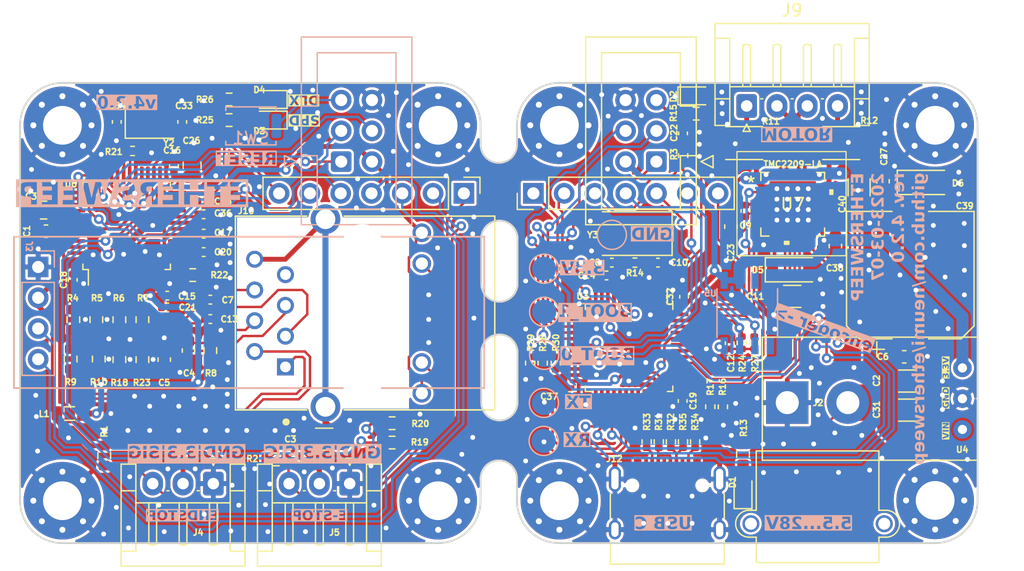
<source format=kicad_pcb>
(kicad_pcb (version 20221018) (generator pcbnew)
  (title_block (title "ethersweep2") (rev "2.0.1") (company "github.com/neumi"))
  (layers (0 "F.Cu" signal) (31 "B.Cu" signal) (34 "B.Paste" user) (35 "F.Paste" user) (36 "B.SilkS" user "B.Silkscreen") (37 "F.SilkS" user "F.Silkscreen") (38 "B.Mask" user) (39 "F.Mask" user) (44 "Edge.Cuts" user))
  (net 0 "")
  (net 1 "GND")
  (net 2 "Net-(U3-PD0-OSC_OUT)")
  (net 3 "SCL")
  (net 4 "SDA")
  (net 5 "+3V3")
  (net 6 "MISO")
  (net 7 "SCK")
  (net 8 "rst")
  (net 9 "MOSI")
  (net 10 "ESTOP")
  (net 11 "ENDSTOP")
  (net 12 "+28V")
  (net 13 "RST_ETHERNET")
  (net 14 "Net-(U7-CPO)")
  (net 15 "Net-(U7-CPI)")
  (net 16 "Net-(U3-PD0-OSC_IN)")
  (net 17 "ETHERNET_LED_B")
  (net 18 "ETHERNET_LED_A")
  (net 19 "Net-(D5-K)")
  (net 20 "Net-(U7-VCP)")
  (net 21 "Net-(U6-XI{slash}CLKIN)")
  (net 22 "voltage_detect")
  (net 23 "Net-(U6-XO)")
  (net 24 "Net-(U6-1V2O)")
  (net 25 "Net-(U6-TOCAP)")
  (net 26 "Net-(D1-A)")
  (net 27 "Net-(D2-A)")
  (net 28 "Net-(D3-A)")
  (net 29 "GND1")
  (net 30 "Net-(D4-A)")
  (net 31 "ETH_INT")
  (net 32 "TC")
  (net 33 "RC")
  (net 34 "RD-")
  (net 35 "RD+")
  (net 36 "+3.3VA")
  (net 37 "TD+")
  (net 38 "TD-")
  (net 39 "Net-(J9-Pin_1)")
  (net 40 "Net-(J9-Pin_2)")
  (net 41 "Net-(J9-Pin_3)")
  (net 42 "Net-(J9-Pin_4)")
  (net 43 "Net-(J12-VBUS-PadA4)")
  (net 44 "Net-(J12-CC1)")
  (net 45 "Net-(J12-D+-PadA6)")
  (net 46 "Net-(J12-D--PadA7)")
  (net 47 "Net-(C7-Pad2)")
  (net 48 "Net-(C13-Pad2)")
  (net 50 "Net-(J12-CC2)")
  (net 52 "Net-(U6-TXN)")
  (net 53 "Net-(U6-TXP)")
  (net 54 "Net-(U6-RXN)")
  (net 55 "Net-(U6-RXP)")
  (net 56 "Net-(U7-BRB)")
  (net 57 "Net-(U7-BRA)")
  (net 58 "Net-(U3-PC13-TAMPER-RTC)")
  (net 59 "Net-(U6-LINKLED)")
  (net 60 "Net-(U6-ACTLED)")
  (net 61 "Net-(U6-EXRES1)")
  (net 62 "uC_TX")
  (net 63 "uC_RX")
  (net 64 "Net-(U6-SPDLED)")
  (net 65 "Net-(U6-DUPLED)")
  (net 70 "BOOT_1")
  (net 71 "BOOT_0")
  (net 74 "MOT_UART_TX")
  (net 75 "MOT_UART_RX")
  (net 83 "USB-")
  (net 84 "USB+")
  (net 85 "MOT_ENABLE")
  (net 86 "MOT_SPREAD")
  (net 87 "MOT_M0")
  (net 88 "MOT_M1")
  (net 89 "MOT_DIAG")
  (net 90 "MOT_INDEX")
  (net 91 "MOT_STEP")
  (net 92 "MOT_DIR")
  (net 93 "MOT_STANDBY")
  (net 101 "CS")
  (footprint "Capacitor_SMD:C_0805_2012Metric" (layer "F.Cu") (at 160.3 33.5 90)
    (fp_text reference "C26")
    (fp_text value "C10uF" hide)
  )
  (footprint "Inductor_SMD:L_0805_2012Metric" (layer "F.Cu") (at 150.2 54)
    (fp_text reference "L1")
    (fp_text value "L600OHM" hide)
  )
  (footprint "modules:HANRUN_HR911105A" (layer "F.Cu") (at 174.35 45.7 -90)
    (fp_text reference "J10")
    (fp_text value "HR911105A")
  )
  (footprint "MountingHole:MountingHole_3.2mm_M3_Pad_Via" (layer "F.Cu") (at 180.6 30.2)
    (fp_text reference "H6" hide)
    (fp_text value "MountingHole_Pad" hide)
  )
  (footprint "MountingHole:MountingHole_3.2mm_M3_Pad_Via" (layer "F.Cu") (at 149.6 30.2)
    (fp_text reference "H5" hide)
    (fp_text value "MountingHole_Pad" hide)
  )
  (footprint "MountingHole:MountingHole_3.2mm_M3_Pad_Via" (layer "F.Cu") (at 149.6 61.2)
    (fp_text reference "H8" hide)
    (fp_text value "MountingHole_Pad" hide)
  )
  (footprint "MountingHole:MountingHole_3.2mm_M3_Pad_Via" (layer "F.Cu") (at 180.6 61.2)
    (fp_text reference "H7" hide)
    (fp_text value "MountingHole_Pad" hide)
  )
  (footprint "Resistor_SMD:R_0603_1608Metric" (layer "F.Cu") (at 176.8 56.4 180)
    (fp_text reference "R19")
    (fp_text value "R330" hide)
  )
  (footprint "Crystal:Crystal_SMD_3225-4Pin_3.2x2.5mm" (layer "F.Cu") (at 156.785 29.62)
    (fp_text reference "Y2")
    (fp_text value "Crystal_25MHz" hide)
  )
  (footprint "Capacitor_SMD:C_0402_1005Metric" (layer "F.Cu") (at 161.25 37.55)
    (fp_text reference "C36")
    (fp_text value "C4.7uF" hide)
  )
  (footprint "Package_QFP:LQFP-48_7x7mm_P0.5mm" (layer "F.Cu") (at 154.9 38.5 90)
    (fp_text reference "U6")
    (fp_text value "W5500" hide)
  )
  (footprint "Capacitor_SMD:C_0402_1005Metric" (layer "F.Cu") (at 161.25 36.47)
    (fp_text reference "C35")
    (fp_text value "C10nF" hide)
  )
  (footprint "Resistor_SMD:R_0603_1608Metric" (layer "F.Cu") (at 176.8 54.8 180)
    (fp_text reference "R20")
    (fp_text value "R330" hide)
  )
  (footprint "Capacitor_SMD:C_0402_1005Metric" (layer "F.Cu") (at 154.085 29.92 90)
    (fp_text reference "C34")
    (fp_text value "C18pF" hide)
  )
  (footprint "Capacitor_SMD:C_0402_1005Metric" (layer "F.Cu") (at 159.485 29.92 90)
    (fp_text reference "C33")
    (fp_text value "C18pF" hide)
  )
  (footprint "Capacitor_SMD:C_0805_2012Metric" (layer "F.Cu") (at 148.05 37.2 180)
    (fp_text reference "C30")
    (fp_text value "C10uF" hide)
  )
  (footprint "Resistor_SMD:R_0603_1608Metric" (layer "F.Cu") (at 156.2 49.55 90)
    (fp_text reference "R23")
    (fp_text value "R49.9" hide)
  )
  (footprint "Resistor_SMD:R_0603_1608Metric" (layer "F.Cu") (at 156.2 46.25 90)
    (fp_text reference "R7")
    (fp_text value "R33" hide)
  )
  (footprint "Resistor_SMD:R_0603_1608Metric" (layer "F.Cu") (at 154.3 46.25 90)
    (fp_text reference "R6")
    (fp_text value "R33" hide)
  )
  (footprint "Resistor_SMD:R_0603_1608Metric" (layer "F.Cu") (at 152.4 46.25 90)
    (fp_text reference "R5")
    (fp_text value "R33" hide)
  )
  (footprint "Resistor_SMD:R_0603_1608Metric" (layer "F.Cu") (at 150.5 46.25 90)
    (fp_text reference "R4")
    (fp_text value "R33" hide)
  )
  (footprint "Capacitor_SMD:C_0603_1608Metric" (layer "F.Cu") (at 158 49.55 -90)
    (fp_text reference "C5")
    (fp_text value "C10nF" hide)
  )
  (footprint "Capacitor_SMD:C_0402_1005Metric" (layer "F.Cu") (at 161.8 44.6 180)
    (fp_text reference "C7")
    (fp_text value "C6.8nF" hide)
  )
  (footprint "Capacitor_SMD:C_0402_1005Metric" (layer "F.Cu") (at 161.8 46.2 180)
    (fp_text reference "C13")
    (fp_text value "C6.8nF" hide)
  )
  (footprint "Capacitor_SMD:C_1206_3216Metric" (layer "F.Cu") (at 171.2 56.12 180)
    (fp_text reference "C3")
    (fp_text value "C1nF" hide)
  )
  (footprint "Capacitor_SMD:C_0603_1608Metric" (layer "F.Cu") (at 160 48.8 90)
    (fp_text reference "C4")
    (fp_text value "C22nF" hide)
  )
  (footprint "MountingHole:MountingHole_3.2mm_M3_Pad_Via" (layer "F.Cu") (at 190.6 30.2)
    (fp_text reference "H1" hide)
    (fp_text value "MountingHole_Pad" hide)
  )
  (footprint "MountingHole:MountingHole_3.2mm_M3_Pad_Via" (layer "F.Cu") (at 221.6 30.2)
    (fp_text reference "H2" hide)
    (fp_text value "MountingHole_Pad" hide)
  )
  (footprint "MountingHole:MountingHole_3.2mm_M3_Pad_Via" (layer "F.Cu") (at 190.6 61.2)
    (fp_text reference "H4" hide)
    (fp_text value "MountingHole_Pad" hide)
  )
  (footprint "Connector_IDC:IDC-Header_2x03_P2.54mm_Vertical" (layer "F.Cu") (at 198.6 33.2 180)
    (fp_text reference "J1" hide)
    (fp_text value "AVR-ISP-6" hide)
  )
  (footprint "MountingHole:MountingHole_3.2mm_M3_Pad_Via" (layer "F.Cu") (at 221.6 61.175001)
    (fp_text reference "H3" hide)
    (fp_text value "MountingHole_Pad" hide)
  )
  (footprint "Resistor_SMD:R_0603_1608Metric" (layer "F.Cu") (at 161.8 48.8 90)
    (fp_text reference "R8")
    (fp_text value "R10" hide)
  )
  (footprint "Resistor_SMD:R_0402_1005Metric" (layer "F.Cu") (at 155.385 32.32 180)
    (fp_text reference "R21")
    (fp_text value "R1M" hide)
  )
  (footprint "Resistor_SMD:R_0603_1608Metric" (layer "F.Cu") (at 160.35 42.57 180)
    (fp_text reference "R22")
    (fp_text value "R12K4" hide)
  )
  (footprint "Resistor_SMD:R_0603_1608Metric" (layer "F.Cu") (at 150.2768 49.5 90)
    (fp_text reference "R9")
    (fp_text value "R49.9" hide)
  )
  (footprint "Resistor_SMD:R_0603_1608Metric" (layer "F.Cu") (at 152.6 49.5 90)
    (fp_text reference "R10")
    (fp_text value "R49.9" hide)
  )
  (footprint "Resistor_SMD:R_0603_1608Metric" (layer "F.Cu") (at 154.3 49.55 90)
    (fp_text reference "R18")
    (fp_text value "R49.9" hide)
  )
  (footprint "Resistor_SMD:R_0603_1608Metric" (layer "F.Cu") (at 163.35 29.77)
    (fp_text reference "R25")
    (fp_text value "R330" hide)
  )
  (footprint "Resistor_SMD:R_0603_1608Metric" (layer "F.Cu") (at 163.35 28.07)
    (fp_text reference "R26")
    (fp_text value "R330" hide)
  )
  (footprint "LED_SMD:LED_0603_1608Metric" (layer "F.Cu") (at 166.65 29.77 180)
    (fp_text reference "D3")
    (fp_text value "LED" hide)
  )
  (footprint "modules:DD4012SA" (layer "F.Cu") (at 207.34 57.855 90)
    (fp_text reference "U4")
    (fp_text value "DD4012SA" hide)
  )
  (footprint "LED_SMD:LED_0603_1608Metric" (layer "F.Cu") (at 205.75 60.37 90)
    (fp_text reference "D1")
    (fp_text value "LED" hide)
  )
  (footprint "Connector_AMASS:AMASS_XT30PW-M_1x02_P2.50mm_Horizontal" (layer "F.Cu") (at 209.4 53.1 180)
    (fp_text reference "J2")
    (fp_text value "Conn_01x02_Male" hide)
  )
  (footprint "Resistor_SMD:R_0603_1608Metric" (layer "F.Cu") (at 205.75 57.37 -90)
    (fp_text reference "R13")
    (fp_text value "R330" hide)
  )
  (footprint "Resistor_SMD:R_0402_1005Metric" (layer "F.Cu") (at 201.8 56.32 90)
    (fp_text reference "R34")
    (fp_text value "R5.1k" hide)
  )
  (footprint "Capacitor_SMD:C_0402_1005Metric" (layer "F.Cu") (at 161.25 40.67)
    (fp_text reference "C20")
    (fp_text value "C100nF" hide)
  )
  (footprint "Capacitor_SMD:C_0402_1005Metric" (layer "F.Cu") (at 205.95 37.27 -90)
    (fp_text reference "C9")
    (fp_text value "C22nF 50V" hide)
  )
  (footprint "KiCad:TMC2209-LA" (layer "F.Cu") (at 209.85 36.72)
    (fp_text reference "U7")
    (fp_text value "TMC2209-LA")
  )
  (footprint "Connector_USB:USB_C_Receptacle_HRO_TYPE-C-31-M-12" (layer "F.Cu") (at 199.502 62.541)
    (fp_text reference "J12")
    (fp_text value "USB_C_Receptacle_USB2.0" hide)
  )
  (footprint "Capacitor_SMD:CP_Elec_10x10" (layer "F.Cu") (at 219.55 42.57 90)
    (fp_text reference "C39")
    (fp_text value "C_330uF" hide)
  )
  (footprint "Resistor_SMD:R_0402_1005Metric" (layer "F.Cu") (at 198.8 56.32 90)
    (fp_text reference "R31")
    (fp_text value "R22" hide)
  )
  (footprint "Resistor_SMD:R_2010_5025Metric" (layer "F.Cu") (at 205.85 31.67)
    (fp_text reference "R11")
    (fp_text value "R100mOHM" hide)
  )
  (footprint "Capacitor_SMD:C_0402_1005Metric" (layer "F.Cu") (at 158.2524 45.2424)
    (fp_text reference "C21")
    (fp_text value "C100nF" hide)
  )
  (footprint "Capacitor_SMD:C_0402_1005Metric" (layer "F.Cu") (at 158.8 33.57 90)
    (fp_text reference "C16")
    (fp_text value "C100nF" hide)
  )
  (footprint "Resistor_SMD:R_0402_1005Metric" (layer "F.Cu") (at 190.3 49.84 90)
    (fp_text reference "R30")
    (fp_text value "R1k" hide)
  )
  (footprint "LED_SMD:LED_0603_1608Metric" (layer "F.Cu") (at 166.65 28.07 180)
    (fp_text reference "D4")
    (fp_text value "LED" hide)
  )
  (footprint "Capacitor_SMD:C_0603_1608Metric" (layer "F.Cu") (at 217.3 34.82 90)
    (fp_text reference "C27")
    (fp_text value "C100nF" hide)
  )
  (footprint "Capacitor_SMD:C_0603_1608Metric" (layer "F.Cu") (at 219.05 49.32)
    (fp_text reference "C6")
    (fp_text value "C100nF" hide)
  )
  (footprint "Connector_PinHeader_2.54mm:PinHeader_1x07_P2.54mm_Vertical" (layer "F.Cu") (at 182.7176 35.819 -90)
    (fp_text reference "J7" hide)
    (fp_text value "Conn_01x07_Male" hide)
  )
  (footprint "Resistor_SMD:R_0402_1005Metric" (layer "F.Cu") (at 200.81 32.7 90)
    (fp_text reference "R3")
    (fp_text value "R10k" hide)
  )
  (footprint "Connector_JST:JST_EH_S3B-EH_1x03_P2.50mm_Horizontal" (layer "F.Cu") (at 173.3 59.7875 180)
    (fp_text reference "J5")
    (fp_text value "Conn_01x03_Male" hide)
  )
  (footprint "Capacitor_SMD:C_1206_3216Metric" (layer "F.Cu") (at 215.325 35.32 -90)
    (fp_text reference "C40")
    (fp_text value "C10uF" hide)
  )
  (footprint "Connector_JST:JST_EH_S3B-EH_1x03_P2.50mm_Horizontal" (layer "F.Cu") (at 162.05 59.7875 180)
    (fp_text reference "J4")
    (fp_text value "Conn_01x03_Male" hide)
  )
  (footprint "Capacitor_SMD:C_1206_3216Metric" (layer "F.Cu") (at 219.3 53.72)
    (fp_text reference "C31")
    (fp_text value "C10uF" hide)
  )
  (footprint "Resistor_SMD:R_0402_1005Metric" (layer "F.Cu") (at 206.675 48.16 90)
    (fp_text reference "R27")
    (fp_text value "R10k" hide)
  )
  (footprint "Capacitor_SMD:C_0402_1005Metric" (layer "F.Cu") (at 158.25 44.27)
    (fp_text reference "C15")
    (fp_text value "C100nF" hide)
  )
  (footprint "Capacitor_SMD:C_0402_1005Metric" (layer "F.Cu") (at 204.65 48.19 -90)
    (fp_text reference "C12")
    (fp_text value "C100nF" hide)
  )
  (footprint "Capacitor_SMD:C_0402_1005Metric" (layer "F.Cu") (at 198.73 41.54 180)
    (fp_text reference "C10")
    (fp_text value "C22pF" hide)
  )
  (footprint "Connector_PinHeader_2.54mm:PinHeader_1x07_P2.54mm_Vertical" (layer "F.Cu") (at 188.453 35.819 90)
    (fp_text reference "J6" hide)
    (fp_text value "Conn_01x07_Female" hide)
  )
  (footprint "Connector_JST:JST_EH_S4B-EH_1x04_P2.50mm_Horizontal" (layer "F.Cu") (at 206.05 28.6025)
    (fp_text reference "J9")
    (fp_text value "Conn_01x04_Female" hide)
  )
  (footprint "Capacitor_SMD:C_0402_1005Metric" (layer "F.Cu") (at 200.772 52.964 -90)
    (fp_text reference "C19")
    (fp_text value "C100nF" hide)
  )
  (footprint "Resistor_SMD:R_0402_1005Metric" (layer "F.Cu") (at 200.8 56.32 90)
    (fp_text reference "R35")
    (fp_text value "R1.5k" hide)
  )
  (footprint "Resistor_SMD:R_2010_5025Metric" (layer "F.Cu") (at 213.85 31.67 180)
    (fp_text reference "R12")
    (fp_text value "R100mOHM" hide)
  )
  (footprint "Capacitor_SMD:C_0402_1005Metric" (layer "F.Cu") (at 194.93 41.54 180)
    (fp_text reference "C8")
    (fp_text value "C22pF" hide)
  )
  (footprint "Capacitor_SMD:C_0402_1005Metric" (layer "F.Cu") (at 200.8 30.866 -90)
    (fp_text reference "C22")
    (fp_text value "C100nF" hide)
  )
  (footprint "Package_QFP:LQFP-48_7x7mm_P0.5mm" (layer "F.Cu") (at 196.35 48.57 -90)
    (fp_text reference "U3")
    (fp_text value "STM32F103C8Tx" hide)
  )
  (footprint "Resistor_SMD:R_0603_1608Metric" (layer "F.Cu") (at 167.244 57.79)
    (fp_text reference "R2")
    (fp_text value "R10k" hide)
  )
  (footprint "Resistor_SMD:R_0402_1005Metric" (layer "F.Cu") (at 188.19 49.83 90)
    (fp_text reference "R29")
    (fp_text value "R10k" hide)
  )
  (footprint "Diode_SMD:D_SOD-123" (layer "F.Cu") (at 209.8394 42.128)
    (fp_text reference "D5")
    (fp_text value "D_TVS_5V" hide)
  )
  (footprint "Resistor_SMD:R_0402_1005Metric" (layer "F.Cu") (at 204.09 53.45 90)
    (fp_text reference "R16")
    (fp_text value "R10k" hide)
  )
  (footprint "Capacitor_SMD:C_0402_1005Metric" (layer "F.Cu") (at 200.89 44.36 90)
    (fp_text reference "C32")
    (fp_text value "C100nF" hide)
  )
  (footprint "Resistor_SMD:R_0402_1005Metric" (layer "F.Cu") (at 196.83 41.54 180)
    (fp_text reference "R14")
    (fp_text value "R1M" hide)
  )
  (footprint "Capacitor_SMD:C_0603_1608Metric" (layer "F.Cu") (at 204.75 38.57 -90)
    (fp_text reference "C23")
    (fp_text value "C100nF" hide)
  )
  (footprint "Resistor_SMD:R_0402_1005Metric" (layer "F.Cu") (at 197.8 56.32 90)
    (fp_text reference "R33")
    (fp_text value "R5.1k" hide)
  )
  (footprint "Diode_SMD:D_SOD-123" (layer "F.Cu") (at 220.725 34.92)
    (fp_text reference "D6")
    (fp_text value "D_TVS_30V" hide)
  )
  (footprint "Capacitor_SMD:C_0402_1005Metric" (layer "F.Cu") (at 150.45 42.97 -90)
    (fp_text reference "C18")
    (fp_text value "C100nF" hide)
  )
  (footprint "Resistor_SMD:R_0603_1608Metric" (layer "F.Cu") (at 153.05 57.47 -90)
    (fp_text reference "R1")
    (fp_text value "R10k" hide)
  )
  (footprint "Capacitor_SMD:C_0603_1608Metric" (layer "F.Cu") (at 213.3704 40.17 -90)
    (fp_text reference "C38")
    (fp_text value "C100nF" hide)
  )
  (footprint "Capacitor_SMD:C_0402_1005Metric" (layer "F.Cu") (at 191.4756 52.5576 180)
    (fp_text reference "C37")
    (fp_text value "C100nF" hide)
  )
  (footprint "LED_SMD:LED_0603_1608Metric" (layer "F.Cu") (at 201.87 27.77)
    (fp_text reference "D2")
    (fp_text value "LED" hide)
  )
  (footprint "Capacitor_SMD:C_1206_3216Metric" (layer "F.Cu") (at 219.3 51.32)
    (fp_text reference "C2")
    (fp_text value "C4.7uF" hide)
  )
  (footprint "Resistor_SMD:R_0603_1608Metric" (layer "F.Cu") (at 201.8896 29.2404 180)
    (fp_text reference "R15")
    (fp_text value "R1k" hide)
  )
  (footprint "Resistor_SMD:R_0402_1005Metric" (layer "F.Cu") (at 189.22 49.84 90)
    (fp_text reference "R28")
    (fp_text value "R10k" hide)
  )
  (footprint "Crystal:Crystal_SMD_5032-2Pin_5.0x3.2mm" (layer "F.Cu") (at 196.85 39.14 180)
    (fp_text reference "Y3")
    (fp_text value "Crystal" hide)
  )
  (footprint "Capacitor_SMD:C_0603_1608Metric" (layer "F.Cu") (at 148.2448 38.9432 180)
    (fp_text reference "C1")
    (fp_text value "C100nF" hide)
  )
  (footprint "Capacitor_SMD:C_1206_3216Metric" (layer "F.Cu") (at 209.8144 44.328)
    (fp_text reference "C11")
    (fp_text value "C2.2-4.7uF ceramic" hide)
  )
  (footprint "Capacitor_SMD:C_0402_1005Metric" (layer "F.Cu") (at 194.49 42.6)
    (fp_text reference "C14")
    (fp_text value "C100nF" hide)
  )
  (footprint "Resistor_SMD:R_0402_1005Metric" (layer "F.Cu") (at 203.05 53.44 -90)
    (fp_text reference "R17")
    (fp_text value "R1k" hide)
  )
  (footprint "Resistor_SMD:R_0402_1005Metric" (layer "F.Cu") (at 199.8 56.32 90)
    (fp_text reference "R32")
    (fp_text value "R22" hide)
  )
  (footprint "Capacitor_SMD:C_0402_1005Metric" (layer "F.Cu") (at 161.25 39.149096)
    (fp_text reference "C17")
    (fp_text value "C100nF" hide)
  )
  (footprint "Resistor_SMD:R_0402_1005Metric" (layer "F.Cu") (at 205.65 48.16 90)
    (fp_text reference "R24")
    (fp_text value "R10k" hide)
  )
  (footprint "Connector_IDC:IDC-Header_2x03_P2.54mm_Vertical" (layer "B.Cu") (at 172.6 33.2)
    (fp_text reference "J8" hide)
    (fp_text value "AVR-ISP-6" hide)
  )
  (footprint "Connector_PinHeader_2.54mm:PinHeader_1x04_P2.54mm_Vertical" (layer "B.Cu") (at 147.6 41.9 180)
    (fp_text reference "J3")
    (fp_text value "Conn_01x04_Female" hide)
  )
  (footprint "Button_Switch_SMD:SW_Push_SPST_NO_Alps_SKRK" (layer "B.Cu") (at 165.15 30.25 180)
    (fp_text reference "SW1")
    (fp_text value "SW_Push" hide)
  )
  (footprint "modules:AS5600" (layer "B.Cu") (at 206.1 45.7)
    (fp_text reference "U5")
    (fp_text value "AS5600")
  )
  (footprint "TestPoint:TestPoint_Pad_D2.0mm" (layer "B.Cu") (at 189.3 56.26 180)
    (fp_text reference "TP3" hide)
    (fp_text value "RX" hide)
  )
  (footprint "TestPoint:TestPoint_Pad_D2.0mm" (layer "B.Cu") (at 189.342 42.042 180)
    (fp_text reference "TP1" hide)
    (fp_text value "3.3V" hide)
  )
  (footprint "TestPoint:TestPoint_Pad_D2.0mm" (layer "B.Cu") (at 189.322 53.12 180)
    (fp_text reference "TP4" hide)
    (fp_text value "TX" hide)
  )
  (footprint "TestPoint:TestPoint_Pad_D2.0mm" (layer "B.Cu") (at 194.93 39.248 180)
    (fp_text reference "TP2" hide)
    (fp_text value "GND" hide)
  )
  (footprint "TestPoint:TestPoint_Pad_D2.0mm" (layer "B.Cu") (at 189.342 49.154 180)
    (fp_text reference "TP6" hide)
    (fp_text value "BOOT_0" hide)
  )
  (footprint "TestPoint:TestPoint_Pad_D2.0mm" (layer "B.Cu") (at 189.342 45.598 180)
    (fp_text reference "TP5" hide)
    (fp_text value "BOOT_1" hide)
  )
  (gr_line (start 184.4 39.4) (end 145.6 39.4) (stroke (width 0.15)) (layer "B.SilkS"))
  (gr_line (start 145.6 39.4) (end 145.6 51.9) (stroke (width 0.15)) (layer "B.SilkS"))
  (gr_line (start 145.6 51.9) (end 184.4 51.9) (stroke (width 0.15)) (layer "B.SilkS"))
  (gr_line (start 184.4 51.9) (end 184.4 39.4) (stroke (width 0.15)) (layer "B.SilkS"))
  (gr_rect (start 205.25 32.37) (end 214.25 40.97) (stroke (width 0.1)) (fill none) (layer "F.SilkS"))
  (gr_line (start 184.1 31.8) (end 184.1 30.2) (stroke (width 0.15)) (layer "Edge.Cuts"))
  (gr_line (start 184.1 60.7) (end 184.1 59.4) (stroke (width 0.15)) (layer "Edge.Cuts"))
  (gr_line (start 180.6 26.7) (end 149.6 26.7) (stroke (width 0.15)) (layer "Edge.Cuts"))
  (gr_arc (start 146.1 30.2) (mid 147.125126 27.725126) (end 149.6 26.7) (stroke (width 0.15)) (layer "Edge.Cuts"))
  (gr_arc (start 180.6 26.7) (mid 183.074874 27.725126) (end 184.1 30.2) (stroke (width 0.15)) (layer "Edge.Cuts"))
  (gr_arc (start 184.1 61.2) (mid 183.074874 63.674874) (end 180.6 64.7) (stroke (width 0.15)) (layer "Edge.Cuts"))
  (gr_line (start 146.1 30.2) (end 146.1 61.2) (stroke (width 0.15)) (layer "Edge.Cuts"))
  (gr_line (start 149.6 64.7) (end 180.6 64.7) (stroke (width 0.15)) (layer "Edge.Cuts"))
  (gr_arc (start 149.6 64.7) (mid 147.125126 63.674874) (end 146.1 61.2) (stroke (width 0.15)) (layer "Edge.Cuts"))
  (gr_line (start 184.1 61.2) (end 184.1 60.7) (stroke (width 0.15)) (layer "Edge.Cuts"))
  (gr_line (start 225.1 61.2) (end 225.1 30.2) (stroke (width 0.15)) (layer "Edge.Cuts"))
  (gr_line (start 190.6 64.7) (end 221.6 64.7) (stroke (width 0.15)) (layer "Edge.Cuts"))
  (gr_arc (start 190.6 64.7) (mid 188.125126 63.674874) (end 187.1 61.2) (stroke (width 0.15)) (layer "Edge.Cuts"))
  (gr_arc (start 225.1 61.2) (mid 224.074874 63.674874) (end 221.6 64.7) (stroke (width 0.15)) (layer "Edge.Cuts"))
  (gr_arc (start 187.1 30.2) (mid 188.125126 27.725126) (end 190.6 26.7) (stroke (width 0.15)) (layer "Edge.Cuts"))
  (gr_line (start 190.6 26.7) (end 221.6 26.7) (stroke (width 0.15)) (layer "Edge.Cuts"))
  (gr_line (start 187.1 30.2) (end 187.1 30.7) (stroke (width 0.15)) (layer "Edge.Cuts"))
  (gr_line (start 187.1 61.2) (end 187.1 59.4) (stroke (width 0.15)) (layer "Edge.Cuts"))
  (gr_line (start 187.1 31.8) (end 187.1 30.7) (stroke (width 0.15)) (layer "Edge.Cuts"))
  (gr_arc (start 221.6 26.7) (mid 224.074874 27.725126) (end 225.1 30.2) (stroke (width 0.15)) (layer "Edge.Cuts"))
  (gr_arc (start 184.15 48.97) (mid 185.65 47.47) (end 187.15 48.97) (stroke (width 0.15)) (layer "Edge.Cuts"))
  (gr_arc (start 184.15 39.57) (mid 185.65 38.07) (end 187.15 39.57) (stroke (width 0.15)) (layer "Edge.Cuts"))
  (gr_arc (start 184.1 59.4) (mid 185.6 57.869681) (end 187.1 59.4) (stroke (width 0.15)) (layer "Edge.Cuts"))
  (gr_line (start 184.15 53.07) (end 184.15 48.97) (stroke (width 0.15)) (layer "Edge.Cuts"))
  (gr_line (start 184.15 43.27) (end 184.15 39.57) (stroke (width 0.15)) (layer "Edge.Cuts"))
  (gr_arc (start 187.15 43.27) (mid 185.65 44.77) (end 184.15 43.27) (stroke (width 0.15)) (layer "Edge.Cuts"))
  (gr_arc (start 187.1 31.8) (mid 185.6 33.3) (end 184.1 31.8) (stroke (width 0.15)) (layer "Edge.Cuts"))
  (gr_line (start 187.15 39.57) (end 187.15 43.27) (stroke (width 0.15)) (layer "Edge.Cuts"))
  (gr_line (start 187.15 48.97) (end 187.15 53.07) (stroke (width 0.15)) (layer "Edge.Cuts"))
  (gr_arc (start 187.15 53.07) (mid 185.65 54.57) (end 184.15 53.07) (stroke (width 0.15)) (layer "Edge.Cuts"))
  (gr_text "RESET" (at 167.3 33.02) (layer "B.SilkS" knockout) (effects (font (size 1 1) (thickness 0.2) bold) (justify left mirror)))
  (gr_text "ETHERSWEEP\n2023-03-07\nrev. 4.2.0\ngithub.com/neumi/ethersweep" (at 217.775 34.12 90) (layer "B.SilkS") (effects (font (size 1 1) (thickness 0.2) bold) (justify left mirror)))
  (gr_text "ENDSTOP" (at 159.525 62.47) (layer "B.SilkS" knockout) (effects (font (size 0.8 0.8) (thickness 0.16) bold) (justify mirror)))
  (gr_text "v4.2.0" (at 157.338 27.818) (layer "B.SilkS" knockout) (effects (font (size 1 1) (thickness 0.16) bold) (justify left top mirror)))
  (gr_text "3.3V" (at 194.3 42.045) (layer "B.SilkS" knockout) (effects (font (size 1 1) (thickness 0.2) bold) (justify left mirror)))
  (gr_text "BOOT_0" (at 196.8 49.17) (layer "B.SilkS" knockout) (effects (font (size 1 1) (thickness 0.2) bold) (justify left mirror)))
  (gr_text "USB C" (at 201.534 63.124) (layer "B.SilkS" knockout) (effects (font (size 1 1) (thickness 0.2) bold) (justify left mirror)))
  (gr_text "MOTOR" (at 207.2236 30.866 180) (layer "B.SilkS" knockout) (effects (font (size 1 1) (thickness 0.2) bold) (justify left mirror)))
  (gr_text "TX" (at 193.18 53.12) (layer "B.SilkS" knockout) (effects (font (size 1 1) (thickness 0.2) bold) (justify left mirror)))
  (gr_text "encoder ->" (at 212.55 46.47 340) (layer "B.SilkS" knockout) (effects (font (size 1 1) (thickness 0.16) bold) (justify top mirror)))
  (gr_text "GND" (at 200.01 39.248) (layer "B.SilkS" knockout) (effects (font (size 1 1) (thickness 0.2) bold) (justify left mirror)))
  (gr_text "ETHERSWEEP" (at 164.958 34.93) (layer "B.SilkS" knockout) (effects (font (size 1.8 1.8) (thickness 0.16) bold) (justify left top mirror)))
  (gr_text "GND|3.3|SIG" (at 159.825 56.695) (layer "B.SilkS" knockout) (effects (font (size 1 1) (thickness 0.16) bold) (justify top mirror)))
  (gr_text "GND|3.3|SIG" (at 171.05 56.695) (layer "B.SilkS" knockout) (effects (font (size 1 1) (thickness 0.16) bold) (justify top mirror)))
  (gr_text "RX" (at 193.183 56.245) (layer "B.SilkS" knockout) (effects (font (size 1 1) (thickness 0.2) bold) (justify left mirror)))
  (gr_text "E-STOP" (at 170.825 62.47) (layer "B.SilkS" knockout) (effects (font (size 0.8 0.8) (thickness 0.16) bold) (justify mirror)))
  (gr_text "5.5...28V" (at 214.742 63.124) (layer "B.SilkS" knockout) (effects (font (size 1 1) (thickness 0.2) bold) (justify left mirror)))
  (gr_text "BOOT_1" (at 196.6 45.598) (layer "B.SilkS" knockout) (effects (font (size 1 1) (thickness 0.2) bold) (justify left mirror)))
  (gr_text "DLX" (at 169.55 28.07 180) (layer "F.SilkS" knockout) (effects (font (size 0.8 0.8) (thickness 0.16) bold)))
  (gr_text "SPD" (at 169.55 29.72 180) (layer "F.SilkS" knockout) (effects (font (size 0.8 0.8) (thickness 0.16) bold)))
  (gr_text "3.3V" (at 222.5144 50.2208 90) (layer "F.SilkS" knockout) (effects (font (size 0.5 0.5) (thickness 0.1) bold)))
  (segment (start 157.885 30.47) (end 159.415 30.47) (width 0.25) (layer "F.Cu") (net 1))
  (segment (start 158 48.775) (end 158 47.75) (width 0.2) (layer "F.Cu") (net 1))
  (segment (start 153.4 44.1) (end 153.4 44.1) (width 0.2) (layer "F.Cu") (net 1))
  (segment (start 153.19999 43.24999) (end 153.19999 43.89999) (width 0.2) (layer "F.Cu") (net 1))
  (segment (start 193.93 41.54) (end 193.925 41.545) (width 0.2) (layer "F.Cu") (net 1))
  (segment (start 153.15 43.2) (end 153.19999 43.24999) (width 0.2) (layer "F.Cu") (net 1))
  (segment (start 159.0625 40.75) (end 157.75 40.75) (width 0.25) (layer "F.Cu") (net 1))
  (segment (start 157.034315 40.9) (end 156.15 41.784315) (width 0.2) (layer "F.Cu") (net 1))
  (segment (start 160.3 32.55) (end 160.65 32.55) (width 0.25) (layer "F.Cu") (net 1))
  (segment (start 199.21 41.54) (end 199.805 41.54) (width 0.2) (layer "F.Cu") (net 1))
  (segment (start 159.3 50.275) (end 160 49.575) (width 0.2) (layer "F.Cu") (net 1))
  (segment (start 199.805 41.54) (end 199.825 41.52) (width 0.2) (layer "F.Cu") (net 1))
  (segment (start 156.15 41.784315) (end 156.15 42.6625) (width 0.2) (layer "F.Cu") (net 1))
  (segment (start 157.6 40.9) (end 157.034315 40.9) (width 0.2) (layer "F.Cu") (net 1))
  (segment (start 157.75 40.75) (end 157.6 40.9) (width 0.25) (layer "F.Cu") (net 1))
  (segment (start 194.45 41.54) (end 193.93 41.54) (width 0.2) (layer "F.Cu") (net 1))
  (segment (start 159.3 50.6) (end 159.3 50.425) (width 0.5) (layer "F.Cu") (net 1))
  (segment (start 158 48.775) (end 158.175 48.775) (width 0.2) (layer "F.Cu") (net 1))
  (segment (start 153.15 42.6625) (end 153.15 43.2) (width 0.2) (layer "F.Cu") (net 1))
  (segment (start 159.3 50.425) (end 159.9 49.825) (width 0.5) (layer "F.Cu") (net 1))
  (segment (start 159.3 50.6) (end 159.3 50.275) (width 0.2) (layer "F.Cu") (net 1))
  (segment (start 153.19999 43.89999) (end 153.4 44.1) (width 0.2) (layer "F.Cu") (net 1))
  (via (at 158 47.75) (size 0.8) (drill 0.4) (layers "F.Cu" "B.Cu") (net 1))
  (via (at 204.02 28.36) (size 0.8) (drill 0.4) (layers "F.Cu" "B.Cu") (net 1))
  (via (at 201.55 63.07) (size 0.8) (drill 0.4) (layers "F.Cu" "B.Cu") (net 1))
  (via (at 204.455 30.104) (size 0.8) (drill 0.4) (layers "F.Cu" "B.Cu") (net 1))
  (via (at 215.25 35.57) (size 0.8) (drill 0.4) (layers "F.Cu" "B.Cu") (net 1))
  (via (at 147.05 33.85) (size 0.8) (drill 0.4) (layers "F.Cu" "B.Cu") (net 1))
  (via (at 162.25 34.37) (size 0.8) (drill 0.4) (layers "F.Cu" "B.Cu") (net 1))
  (via (at 200.137 54.488) (size 0.8) (drill 0.4) (layers "F.Cu" "B.Cu") (net 1))
  (via (at 205.1408 53.1672) (size 0.8) (drill 0.4) (layers "F.Cu" "B.Cu") (net 1))
  (via (at 191.55 40.27) (size 0.8) (drill 0.4) (layers "F.Cu" "B.Cu") (net 1))
  (via (at 202.15 31.77) (size 0.8) (drill 0.4) (layers "F.Cu" "B.Cu") (net 1))
  (via (at 159.2 55.4) (size 0.8) (drill 0.4) (layers "F.Cu" "B.Cu") (net 1))
  (via (at 153.4264 47.8332) (size 0.8) (drill 0.4) (layers "F.Cu" "B.Cu") (net 1))
  (via (at 155.179 47.884) (size 0.8) (drill 0.4) (layers "F.Cu" "B.Cu") (net 1))
  (via (at 222.2 51.32) (size 0.8) (drill 0.4) (layers "F.Cu" "B.Cu") (net 1))
  (via (at 203.4 49.52) (size 0.8) (drill 0.4) (layers "F.Cu" "B.Cu") (net 1))
  (via (at 217.45 31.77) (size 0.8) (drill 0.4) (layers "F.Cu" "B.Cu") (net 1))
  (via (at 183.45 55.97) (size 0.8) (drill 0.4) (layers "F.Cu" "B.Cu") (net 1))
  (via (at 159.45 28.17) (size 0.8) (drill 0.4) (layers "F.Cu" "B.Cu") (net 1))
  (via (at 164.65 31.27) (size 0.8) (drill 0.4) (layers "F.Cu" "B.Cu") (net 1))
  (via (at 153.4 44.1) (size 0.8) (drill 0.4) (layers "F.Cu" "B.Cu") (net 1))
  (via (at 224 38.3) (size 0.8) (drill 0.4) (layers "F.Cu" "B.Cu") (net 1))
  (via (at 168.6664 55.4024) (size 0.8) (drill 0.4) (layers "F.Cu" "B.Cu") (net 1))
  (via (at 209.09 56.51) (size 0.8) (drill 0.4) (layers "F.Cu" "B.Cu") (net 1))
  (via (at 161.3 62.32) (size 0.8) (drill 0.4) (layers "F.Cu" "B.Cu") (net 1))
  (via (at 223.55 34.07) (size 0.8) (drill 0.4) (layers "F.Cu" "B.Cu") (net 1))
  (via (at 203.18 34.36) (size 0.8) (drill 0.4) (layers "F.Cu" "B.Cu") (net 1))
  (via (at 155.15 59.22) (size 0.8) (drill 0.4) (layers "F.Cu" "B.Cu") (net 1))
  (via (at 189.088 51.1098) (size 0.8) (drill 0.4) (layers "F.Cu" "B.Cu") (net 1))
  (via (at 217.45 32.77) (size 0.8) (drill 0.4) (layers "F.Cu" "B.Cu") (net 1))
  (via (at 213.32 55.6) (size 0.8) (drill 0.4) (layers "F.Cu" "B.Cu") (net 1))
  (via (at 212.325 44.12) (size 0.8) (drill 0.4) (layers "F.Cu" "B.Cu") (net 1))
  (via (at 204.8 44.22) (size 0.8) (drill 0.4) (layers "F.Cu" "B.Cu") (net 1))
  (via (at 155.56 35.819) (size 0.8) (drill 0.4) (layers "F.Cu" "B.Cu") (net 1))
  (via (at 208.5444 37.1652) (size 0.8) (drill 0.4) (layers "F.Cu" "B.Cu") (net 1))
  (via (at 173.3 54.57) (size 0.8) (drill 0.4) (layers "F.Cu" "B.Cu") (net 1))
  (via (at 209.408 35.438) (size 0.8) (drill 0.4) (layers "F.Cu" "B.Cu") (net 1))
  (via (at 164.577 58.552) (size 0.8) (drill 0.4) (layers "F.Cu" "B.Cu") (net 1))
  (via (at 166.35 61.52) (size 0.8) (drill 0.4) (layers "F.Cu" "B.Cu") (net 1))
  (via (at 207.45 40.07) (size 0.8) (drill 0.4) (layers "F.Cu" "B.Cu") (net 1))
  (via (at 215.38 46.44) (size 0.8) (drill 0.4) (layers "F.Cu" "B.Cu") (net 1))
  (via (at 211.58 56.51) (size 0.8) (drill 0.4) (layers "F.Cu" "B.Cu") (net 1))
  (via (at 166.7 59.82) (size 0.8) (drill 0.4) (layers "F.Cu" "B.Cu") (net 1))
  (via (at 204 27.45) (size 0.8) (drill 0.4) (layers "F.Cu" "B.Cu") (net 1))
  (via (at 212.05 51.5) (size 0.8) (drill 0.4) (layers "F.Cu" "B.Cu") (net 1))
  (via (at 220.965 49.281) (size 0.8) (drill 0.4) (layers "F.Cu" "B.Cu") (net 1))
  (via (at 160.45 52.77) (size 0.8) (drill 0.4) (layers "F.Cu" "B.Cu") (net 1))
  (via (at 193.66 46.0044) (size 0.8) (drill 0.4) (layers "F.Cu" "B.Cu") (net 1))
  (via (at 224.267 57.79) (size 0.8) (drill 0.4) (layers "F.Cu" "B.Cu") (net 1))
  (via (at 200.76 42.99) (size 0.8) (drill 0.4) (layers "F.Cu" "B.Cu") (net 1))
  (via (at 205.1916 54.7928) (size 0.8) (drill 0.4) (layers "F.Cu" "B.Cu") (net 1))
  (via (at 200.13 27.83) (size 0.8) (drill 0.4) (layers "F.Cu" "B.Cu") (net 1))
  (via (at 210.2716 35.438) (size 0.8) (drill 0.4) (layers "F.Cu" "B.Cu") (net 1))
  (via (at 193.787 58.298) (size 0.8) (drill 0.4) (layers "F.Cu" "B.Cu") (net 1))
  (via (at 178.15 33.45) (size 0.8) (drill 0.4) (layers "F.Cu" "B.Cu") (net 1))
  (via (at 199.9592 53.4212) (size 0.8) (drill 0.4) (layers "F.Cu" "B.Cu") (net 1))
  (via (at 215.55 55.8088) (size 0.8) (drill 0.4) (layers "F.Cu" "B.Cu") (net 1))
  (via (at 170.75 31.1) (size 0.8) (drill 0.4) (layers "F.Cu" "B.Cu") (net 1))
  (via (at 207.45 29.73) (size 0.8) (drill 0.4) (layers "F.Cu" "B.Cu") (net 1))
  (via (at 199.825 41.52) (size 0.8) (drill 0.4) (layers "F.Cu" "B.Cu") (net 1))
  (via (at 195.81 42.74) (size 0.8) (drill 0.4) (layers "F.Cu" "B.Cu") (net 1))
  (via (at 212.125 42.92) (size 0.8) (drill 0.4) (layers "F.Cu" "B.Cu") (net 1))
  (via (at 165.85 35.27) (size 0.8) (drill 0.4) (layers "F.Cu" "B.Cu") (net 1))
  (via (at 161.95 31.27) (size 0.8) (drill 0.4) (layers "F.Cu" "B.Cu") (net 1))
  (via (at 198.7908 54.1832) (size 0.8) (drill 0.4) (layers "F.Cu" "B.Cu") (net 1))
  (via (at 171.8668 58.5012) (size 0.8) (drill 0.4) (layers "F.Cu" "B.Cu") (net 1))
  (via (at 183.55 37.77) (size 0.8) (drill 0.4) (layers "F.Cu" "B.Cu") (net 1))
  (via (at 192.2376 44.9376) (size 0.8) (drill 0.4) (layers "F.Cu" "B.Cu") (net 1))
  (via (at 194.6252 29.4436) (size 0.8) (drill 0.4) (layers "F.Cu" "B.Cu") (net 1))
  (via (at 212.3 29.63) (size 0.8) (drill 0.4) (layers "F.Cu" "B.Cu") (net 1))
  (via (at 208.37 47.03) (size 0.8) (drill 0.4) (layers "F.Cu" "B.Cu") (net 1))
  (via (at 214.44 31.61) (size 0.8) (drill 0.4) (layers "F.Cu" "B.Cu") (net 1))
  (via (at 204.62 61.23) (size 0.8) (drill 0.4) (layers "F.Cu" "B.Cu") (net 1))
  (via (at 196.35 47.42) (size 0.8) (drill 0.4) (layers "F.Cu" "B.Cu") (net 1))
  (via (at 156.95 32.47) (size 0.8) (drill 0.4) (layers "F.Cu" "B.Cu") (net 1))
  (via (at 165.466 58.552) (size 0.8) (drill 0.4) (layers "F.Cu" "B.Cu") (net 1))
  (via (at 204.13 54.96) (size 0.8) (drill 0.4) (layers "F.Cu" "B.Cu") (net 1))
  (via (at 206.91 52.72) (size 0.8) (drill 0.4) (layers "F.Cu" "B.Cu") (net 1))
  (via (at 158.45 43.27) (size 0.8) (drill 0.4) (layers "F.Cu" "B.Cu") (net 1))
  (via (at 221.45 36.87) (size 0.8) (drill 0.4) (layers "F.Cu" "B.Cu") (net 1))
  (via (at 162.35 41.72) (size 0.8) (drill 0.4) (layers "F.Cu" "B.Cu") (net 1))
  (via (at 161.25 28.17) (size 0.8) (drill 0.4) (layers "F.Cu" "B.Cu") (net 1))
  (via (at 157.084 49.535) (size 0.8) (drill 0.4) (layers "F.Cu" "B.Cu") (net 1))
  (via (at 202.296 54.488) (size 0.8) (drill 0.4) (layers "F.Cu" "B.Cu") (net 1))
  (via (at 196.84 55.192) (size 0.8) (drill 0.4) (layers "F.Cu" "B.Cu") (net 1))
  (via (at 159.2 53.4) (size 0.8) (drill 0.4) (layers "F.Cu" "B.Cu") (net 1))
  (via (at 202.15 30.77) (size 0.8) (drill 0.4) (layers "F.Cu" "B.Cu") (net 1))
  (via (at 222.2 53.67) (size 0.8) (drill 0.4) (layers "F.Cu" "B.Cu") (net 1))
  (via (at 154.05 31.47) (size 0.8) (drill 0.4) (layers "F.Cu" "B.Cu") (net 1))
  (via (at 153.274 46.233) (size 0.8) (drill 0.4) (layers "F.Cu" "B.Cu") (net 1))
  (via (at 156.8 53.4) (size 0.8) (drill 0.4) (layers "F.Cu" "B.Cu") (net 1))
  (via (at 205.11 31.72) (size 0.8) (drill 0.4) (layers "F.Cu" "B.Cu") (net 1))
  (via (at 173.85 37.02) (size 0.8) (drill 0.4) (layers "F.Cu" "B.Cu") (net 1))
  (via (at 199.55 60.82) (size 0.8) (drill 0.4) (layers "F.Cu" "B.Cu") (net 1))
  (via (at 176.3 63.45) (size 0.8) (drill 0.4) (layers "F.Cu" "B.Cu") (net 1))
  (via (at 208.275 45.845) (size 0.8) (drill 0.4) (layers "F.Cu" "B.Cu") (net 1))
  (via (at 215.25 30.104) (size 0.8) (drill 0.4) (layers "F.Cu" "B.Cu") (net 1))
  (via (at 161.4 53.4) (size 0.8) (drill 0.4) (layers "F.Cu" "B.Cu") (net 1))
  (via (at 213.63 58.86) (size 0.8) (drill 0.4) (layers "F.Cu" "B.Cu") (net 1))
  (via (at 163.2 53.4) (size 0.8) (drill 0.4) (layers "F.Cu" "B.Cu") (net 1))
  (via (at 216.2 38.27) (size 0.8) (drill 0.4) (layers "F.Cu" "B.Cu") (net 1))
  (via (at 208.5444 35.438) (size 0.8) (drill 0.4) (layers "F.Cu" "B.Cu") (net 1))
  (via (at 147.45 54.25) (size 0.8) (drill 0.4) (layers "F.Cu" "B.Cu") (net 1))
  (via (at 223.55 35.87) (size 0.8) (drill 0.4) (layers "F.Cu" "B.Cu") (net 1))
  (via (at 202.15 32.77) (size 0.8) (drill 0.4) (layers "F.Cu" "B.Cu") (net 1))
  (via (at 197.55 63.07) (size 0.8) (drill 0.4) (layers "F.Cu" "B.Cu") (net 1))
  (via (at 206.89 54.14) (size 0.8) (drill 0.4) (layers "F.Cu" "B.Cu") (net 1))
  (via (at 193.66 46.995) (size 0.8) (drill 0.4) (layers "F.Cu" "B.Cu") (net 1))
  (via (at 181.25 34.37) (size 0.8) (drill 0.4) (layers "F.Cu" "B.Cu") (net 1))
  (via (at 162.65 39.07) (size 0.8) (drill 0.4) (layers "F.Cu" "B.Cu") (net 1))
  (via (at 150.099 56.012) (size 0.8) (drill 0.4) (layers "F.Cu" "B.Cu") (net 1))
  (via (at 152.8 32.6) (size 0.8) (drill 0.4) (layers "F.Cu" "B.Cu") (net 1))
  (via (at 217.5868 28.072) (size 0.8) (drill 0.4) (layers "F.Cu" "B.Cu") (net 1))
  (via (at 168.85 30.47) (size 0.8) (drill 0.4) (layers "F.Cu" "B.Cu") (net 1))
  (via (at 157.55 61.57) (size 0.8) (drill 0.4) (layers "F.Cu" "B.Cu") (net 1))
  (via (at 210.4 50.69) (size 0.8) (drill 0.4) (layers "F.Cu" "B.Cu") (net 1))
  (via (at 211.88 52.94) (size 0.8) (drill 0.4) (layers "F.Cu" "B.Cu") (net 1))
  (via (at 193.25 40.57) (size 0.8) (drill 0.4) (layers "F.Cu" "B.Cu") (net 1))
  (via (at 209.408 36.3016) (size 0.8) (drill 0.4) (layers "F.Cu" "B.Cu") (net 1))
  (via (at 163.5 63.7) (size 0.8) (drill 0.4) (layers "F.Cu" "B.Cu") (net 1))
  (via (at 221.45 38.47) (size 0.8) (drill 0.4) (layers "F.Cu" "B.Cu") (net 1))
  (via (at 165.8 31.4) (size 0.8) (drill 0.4) (layers "F.Cu" "B.Cu") (net 1))
  (via (at 213.84 42.84) (size 0.8) (drill 0.4) (layers "F.Cu" "B.Cu") (net 1))
  (via (at 159.3 50.6) (size 0.8) (drill 0.4) (layers "F.Cu" "B.Cu") (net 1))
  (via (at 170.25 27.3) (size 0.8) (drill 0.4) (layers "F.Cu" "B.Cu") (net 1))
  (via (at 175.3 61.57) (size 0.8) (drill 0.4) (layers "F.Cu" "B.Cu") (net 1))
  (via (at 199.97 43.8) (size 0.8) (drill 0.4) (layers "F.Cu" "B.Cu") (net 1))
  (via (at 207.4 56.53) (size 0.8) (drill 0.4) (layers "F.Cu" "B.Cu") (net 1))
  (via (at 192.771 53.2688) (size 0.8) (drill 0.4) (layers "F.Cu" "B.Cu") (net 1))
  (via (at 151.35 43.27) (size 0.8) (drill 0.4) (layers "F.Cu" "B.Cu") (net 1))
  (via (at 155 55.4) (size 0.8) (drill 0.4) (layers "F.Cu" "B.Cu") (net 1))
  (via (at 202.625 44.87) (size 0.8) (drill 0.4) (layers "F.Cu" "B.Cu") (net 1))
  (via (at 155.55 52.57) (size 0.8) (drill 0.4) (layers "F.Cu" "B.Cu") (net 1))
  (via (at 183 33.85) (size 0.8) (drill 0.4) (layers "F.Cu" "B.Cu") (net 1))
  (via (at 167.1424 55.4024) (size 0.8) (drill 0.4) (layers "F.Cu" "B.Cu") (net 1))
  (via (at 193.152 38.105) (size 0.8) (drill 0.4) (layers "F.Cu" "B.Cu") (net 1))
  (via (at 159.65 44.07) (size 0.8) (drill 0.4) (layers "F.Cu" "B.Cu") (net 1))
  (via (at 221.65 45.57) (size 0.8) (drill 0.4) (layers "F.Cu" "B.Cu") (net 1))
  (via (at 220.78 41.11) (size 0.8) (drill 0.4) (layers "F.Cu" "B.Cu") (net 1))
  (via (at 176.5 29.4) (size 0.8) (drill 0.4) (layers "F.Cu" "B.Cu") (net 1))
  (via (at 221.45 40.07) (size 0.8) (drill 0.4) (layers "F.Cu" "B.Cu") (net 1))
  (via (at 224.013 44.201) (size 0.8) (drill 0.4) (layers "F.Cu" "B.Cu") (net 1))
  (via (at 163.2 55.4) (size 0.8) (drill 0.4) (layers "F.Cu" "B.Cu") (net 1))
  (via (at 156.4236 40.6196) (size 0.8) (drill 0.4) (layers "F.Cu" "B.Cu") (net 1))
  (via (at 151.496 46.233) (size 0.8) (drill 0.4) (layers "F.Cu" "B.Cu") (net 1))
  (via (at 153 63.95) (size 0.8) (drill 0.4) (layers "F.Cu" "B.Cu") (net 1))
  (via (at 160.55 58.57) (size 0.8) (drill 0.4) (layers "F.Cu" "B.Cu") (net 1))
  (via (at 211.38 50.21) (size 0.8) (drill 0.4) (layers "F.Cu" "B.Cu") (net 1))
  (via (at 216.14 40.92) (size 0.8) (drill 0.4) (layers "F.Cu" "B.Cu") (net 1))
  (via (at 197.3684 29.3928) (size 0.8) (drill 0.4) (layers "F.Cu" "B.Cu") (net 1))
  (via (at 163.434 38.74) (size 0.8) (drill 0.4) (layers "F.Cu" "B.Cu") (net 1))
  (via (at 183.45 39.17) (size 0.8) (drill 0.4) (layers "F.Cu" "B.Cu") (net 1))
  (via (at 168.4 27.4) (size 0.8) (drill 0.4) (layers "F.Cu" "B.Cu") (net 1))
  (via (at 211.1352 35.438) (size 0.8) (drill 0.4) (layers "F.Cu" "B.Cu") (net 1))
  (via (at 199.55 63.07) (size 0.8) (drill 0.4) (layers "F.Cu" "B.Cu") (net 1))
  (via (at 152.8 27.4) (size 0.8) (drill 0.4) (layers "F.Cu" "B.Cu") (net 1))
  (via (at 211.1352 38.0288) (size 0.8) (drill 0.4) (layers "F.Cu" "B.Cu") (net 1))
  (via (at 217.21 57.68) (size 0.8) (drill 0.4) (layers "F.Cu" "B.Cu") (net 1))
  (via (at 182.55 57.37) (size 0.8) (drill 0.4) (layers "F.Cu" "B.Cu") (net 1))
  (via (at 152.131 40.899) (size 0.8) (drill 0.4) (layers "F.Cu" "B.Cu") (net 1))
  (via (at 158.3 58.57) (size 0.8) (drill 0.4) (layers "F.Cu" "B.Cu") (net 1))
  (via (at 170.65 29.15) (size 0.8) (drill 0.4) (layers "F.Cu" "B.Cu") (net 1))
  (via (at 215.504 27.437) (size 0.8) (drill 0.4) (layers "F.Cu" "B.Cu") (net 1))
  (via (at 187.818 47.0204) (size 0.8) (drill 0.4) (layers "F.Cu" "B.Cu") (net 1))
  (via (at 222.42 42.73) (size 0.8) (drill 0.4) (layers "F.Cu" "B.Cu") (net 1))
  (via (at 202.72 48.66) (size 0.8) (drill 0.4) (layers "F.Cu" "B.Cu") (net 1))
  (via (at 157.95 52.57) (size 0.8) (drill 0.4) (layers "F.Cu" "B.Cu") (net 1))
  (via (at 207.44 58.88) (size 0.8) (drill 0.4) (layers "F.Cu" "B.Cu") (net 1))
  (via (at 179.817 44.201) (size 0.8) (drill 0.4) (layers "F.Cu" "B.Cu") (net 1))
  (via (at 211.1352 36.3016) (size 0.8) (drill 0.4) (layers "F.Cu" "B.Cu") (net 1))
  (via (at 155.179 49.535) (size 0.8) (drill 0.4) (layers "F.Cu" "B.Cu") (net 1))
  (via (at 162.672 47.122) (size 0.8) (drill 0.4) (layers "F.Cu" "B.Cu") (net 1))
  (via (at 208.5444 36.3016) (size 0.8) (drill 0.4) (layers "F.Cu" "B.Cu") (net 1))
  (via (at 215.504 29.215) (size 0.8) (drill 0.4) (layers "F.Cu" "B.Cu") (net 1))
  (via (at 163.2 51.2) (size 0.8) (drill 0.4) (layers "F.Cu" "B.Cu") (net 1))
  (via (at 147 35.6) (size 0.8) (drill 0.4) (layers "F.Cu" "B.Cu") (net 1))
  (via (at 162.291 43.566) (size 0.8) (drill 0.4) (layers "F.Cu" "B.Cu") (net 1))
  (via (at 147.4 52.5) (size 0.8) (drill 0.4) (layers "F.Cu" "B.Cu") (net 1))
  (via (at 177.15 27.5) (size 0.8) (drill 0.4) (layers "F.Cu" "B.Cu") (net 1))
  (via (at 176.05 37.17) (size 0.8) (drill 0.4) (layers "F.Cu" "B.Cu") (net 1))
  (via (at 154.65 40.85) (size 0.8) (drill 0.4) (layers "F.Cu" "B.Cu") (net 1))
  (via (at 224.013 40.137) (size 0.8) (drill 0.4) (layers "F.Cu" "B.Cu") (net 1))
  (via (at 210.2716 37.1652) (size 0.8) (drill 0.4) (layers "F.Cu" "B.Cu") (net 1))
  (via (at 158.85 32.37) (size 0.8) (drill 0.4) (layers "F.Cu" "B.Cu") (net 1))
  (via (at 212.35 45.16) (size 0.8) (drill 0.4) (layers "F.Cu" "B.Cu") (net 1))
  (via (at 163.3 49.8) (size 0.8) (drill 0.4) (layers "F.Cu" "B.Cu") (net 1))
  (via (at 148.85 34.9) (size 0.8) (drill 0.4) (layers "F.Cu" "B.Cu") (net 1))
  (via (at 210.15 58.81) (size 0.8) (drill 0.4) (layers "F.Cu" "B.Cu") (net 1))
  (via (at 201.55 60.82) (size 0.8) (drill 0.4) (layers "F.Cu" "B.Cu") (net 1))
  (via (at 162.65 40.67) (size 0.8) (drill 0.4) (layers "F.Cu" "B.Cu") (net 1))
  (via (at 173.95 34.62) (size 0.8) (drill 0.4) (layers "F.Cu" "B.Cu") (net 1))
  (via (at 169.65 63.75) (size 0.8) (drill 0.4) (layers "F.Cu" "B.Cu") (net 1))
  (via (at 213.775 41.795) (size 0.8) (drill 0.4) (layers "F.Cu" "B.Cu") (net 1))
  (via (at 192.6948 42.7532) (size 0.8) (drill 0.4) (layers "F.Cu" "B.Cu") (net 1))
  (via (at 209.408 37.1652) (size 0.8) (drill 0.4) (layers "F.Cu" "B.Cu") (net 1))
  (via (at 211.948 54.107) (size 0.8) (drill 0.4) (layers "F.Cu" "B.Cu") (net 1))
  (via (at 153.6 54) (size 0.8) (drill 0.4) (layers "F.Cu" "B.Cu") (net 1))
  (via (at 196.327 51.313) (size 0.8) (drill 0.4) (layers "F.Cu" "B.Cu") (net 1))
  (via (at 160.45 31.67) (size 0.8) (drill 0.4) (layers "F.Cu" "B.Cu") (net 1))
  (via (at 158 63.75) (size 0.8) (drill 0.4) (layers "F.Cu" "B.Cu") (net 1))
  (via (at 153.4264 49.5096) (size 0.8) (drill 0.4) (layers "F.Cu" "B.Cu") (net 1))
  (via (at 179.817 46.233) (size 0.8) (drill 0.4) (layers "F.Cu" "B.Cu") (net 1))
  (via (at 224.013 42.169) (size 0.8) (drill 0.4) (layers "F.Cu" "B.Cu") (net 1))
  (via (at 211.1352 37.1652) (size 0.8) (drill 0.4) (layers "F.Cu" "B.Cu") (net 1))
  (via (at 162 51.8) (size 0.8) (drill 0.4) (layers "F.Cu" "B.Cu") (net 1))
  (via (at 194.5744 33.8124) (size 0.8) (drill 0.4) (layers "F.Cu" "B.Cu") (net 1))
  (via (at 194.09 27.67) (size 0.8) (drill 0.4) (layers "F.Cu" "B.Cu") (net 1))
  (via (at 169.53 54.3864) (size 0.8) (drill 0.4) (layers "F.Cu" "B.Cu") (net 1))
  (via (at 210.2716 38.0288) (size 0.8) (drill 0.4) (layers "F.Cu" "B.Cu") (net 1))
  (via (at 195.565 49.916) (size 0.8) (drill 0.4) (layers "F.Cu" "B.Cu") (net 1))
  (via (at 216.19 58.67) (size 0.8) (drill 0.4) (layers "F.Cu" "B.Cu") (net 1))
  (via (at 193.925 41.545) (size 0.8) (drill 0.4) (layers "F.Cu" "B.Cu") (net 1))
  (via (at 220.01 43.81) (size 0.8) (drill 0.4) (layers "F.Cu" "B.Cu") (net 1))
  (via (at 187.818 51.186) (size 0.8) (drill 0.4) (layers "F.Cu" "B.Cu") (net 1))
  (via (at 187.945 54.488) (size 0.8) (drill 0.4) (layers "F.Cu" "B.Cu") (net 1))
  (via (at 163.434 40.01) (size 0.8) (drill 0.4) (layers "F.Cu" "B.Cu") (net 1))
  (via (at 165.15 37.17) (size 0.8) (drill 0.4) (layers "F.Cu" "B.Cu") (net 1))
  (via (at 163.6 59.92) (size 0.8) (drill 0.4) (layers "F.Cu" "B.Cu") (net 1))
  (via (at 163.2 52.4) (size 0.8) (drill 0.4) (layers "F.Cu" "B.Cu") (net 1))
  (via (at 222.67 46.99) (size 0.8) (drill 0.4) (layers "F.Cu" "B.Cu") (net 1))
  (via (at 179.817 48.138) (size 0.8) (drill 0.4) (layers "F.Cu" "B.Cu") (net 1))
  (via (at 197.724 49.789) (size 0.8) (drill 0.4) (layers "F.Cu" "B.Cu") (net 1))
  (via (at 218.25 33.57) (size 0.8) (drill 0.4) (layers "F.Cu" "B.Cu") (net 1))
  (via (at 160.6 29.8) (size 0.8) (drill 0.4) (layers "F.Cu" "B.Cu") (net 1))
  (via (at 204.35 41.37) (size 0.8) (drill 0.4) (layers "F.Cu" "B.Cu") (net 1))
  (via (at 163.434 37.597) (size 0.8) (drill 0.4) (layers "F.Cu" "B.Cu") (net 1))
  (via (at 147.6 40.4) (size 0.8) (drill 0.4) (layers "F.Cu" "B.Cu") (net 1))
  (via (at 156.8 55.4) (size 0.8) (drill 0.4) (layers "F.Cu" "B.Cu") (net 1))
  (via (at 163.434 41.534) (size 0.8) (drill 0.4) (layers "F.Cu" "B.Cu") (net 1))
  (via (at 164.8 55.4) (size 0.8) (drill 0.4) (layers "F.Cu" "B.Cu") (net 1))
  (via (at 223.55 34.97) (size 0.8) (drill 0.4) (layers "F.Cu" "B.Cu") (net 1))
  (via (at 161.4 55.4) (size 0.8) (drill 0.4) (layers "F.Cu" "B.Cu") (net 1))
  (via (at 213.88 43.98) (size 0.8) (drill 0.4) (layers "F.Cu" "B.Cu") (net 1))
  (via (at 208.5444 38.0288) (size 0.8) (drill 0.4) (layers "F.Cu" "B.Cu") (net 1))
  (via (at 218.7 42.56) (size 0.8) (drill 0.4) (layers "F.Cu" "B.Cu") (net 1))
  (via (at 215.504 28.326) (size 0.8) (drill 0.4) (layers "F.Cu" "B.Cu") (net 1))
  (via (at 198 42.77) (size 0.8) (drill 0.4) (layers "F.Cu" "B.Cu") (net 1))
  (via (at 157.6 40.9) (size 0.8) (drill 0.4) (layers "F.Cu" "B.Cu") (net 1))
  (via (at 180.55 40.32) (size 0.8) (drill 0.4) (layers "F.Cu" "B.Cu") (net 1))
  (via (at 164.15 61.57) (size 0.8) (drill 0.4) (layers "F.Cu" "B.Cu") (net 1))
  (via (at 163.434 42.804) (size 0.8) (drill 0.4) (layers "F.Cu" "B.Cu") (net 1))
  (via (at 157.05 38.47) (size 0.8) (drill 0.4) (layers "F.Cu" "B.Cu") (net 1))
  (via (at 153.0708 55.4024) (size 0.8) (drill 0.4) (layers "F.Cu" "B.Cu") (net 1))
  (via (at 154.385 28.57) (size 0.8) (drill 0.4) (layers "F.Cu" "B.Cu") (net 1))
  (via (at 166.55 63.75) (size 0.8) (drill 0.4) (layers "F.Cu" "B.Cu") (net 1))
  (via (at 193.66 50.805) (size 0.8) (drill 0.4) (layers "F.Cu" "B.Cu") (net 1))
  (via (at 210.2716 36.3016) (size 0.8) (drill 0.4) (layers "F.Cu" "B.Cu") (net 1))
  (via (at 154.05 61.75) (size 0.8) (drill 0.4) (layers "F.Cu" "B.Cu") (net 1))
  (via (at 183.55 46.12) (size 0.8) (drill 0.4) (layers "F.Cu" "B.Cu") (net 1))
  (via (at 155.05 63.45) (size 0.8) (drill 0.4) (layers "F.Cu" "B.Cu") (net 1))
  (via (at 222.2 52.47) (size 0.8) (drill 0.4) (layers "F.Cu" "B.Cu") (net 1))
  (via (at 191.63 55.23) (size 0.8) (drill 0.4) (layers "F.Cu" "B.Cu") (net 1))
  (via (at 147.55 57.1) (size 0.8) (drill 0.4) (layers "F.Cu" "B.Cu") (net 1))
  (via (at 154.25 37.57) (size 0.8) (drill 0.4) (layers "F.Cu" "B.Cu") (net 1))
  (via (at 216.14 42.15) (size 0.8) (drill 0.4) (layers "F.Cu" "B.Cu") (net 1))
  (via (at 175.05 58.32) (size 0.8) (drill 0.4) (layers "F.Cu" "B.Cu") (net 1))
  (via (at 209.408 38.0288) (size 0.8) (drill 0.4) (layers "F.Cu" "B.Cu") (net 1))
  (via (at 198.105 45.852) (size 0.8) (drill 0.4) (layers "F.Cu" "B.Cu") (net 1))
  (via (at 214.9 50.2) (size 0.8) (drill 0.4) (layers "F.Cu" "B.Cu") (net 1))
  (via (at 197.55 60.82) (size 0.8) (drill 0.4) (layers "F.Cu" "B.Cu") (net 1))
  (via (at 204.7852 55.8088) (size 0.8) (drill 0.4) (layers "F.Cu" "B.Cu") (net 1))
  (via (at 187.818 57.917) (size 0.8) (drill 0.4) (layers "F.Cu" "B.Cu") (net 1))
  (via (at 179.1 54.05) (size 0.8) (drill 0.4) (layers "F.Cu" "B.Cu") (net 1))
  (via (at 162.672 37.597) (size 0.8) (drill 0.4) (layers "F.Cu" "B.Cu") (net 1))
  (via (at 187.818 43.058) (size 0.8) (drill 0.4) (layers "F.Cu" "B.Cu") (net 1))
  (via (at 169.55 58.82) (size 0.8) (drill 0.4) (layers "F.Cu" "B.Cu") (net 1))
  (via (at 176.9 32.35) (size 0.8) (drill 0.4) (layers "F.Cu" "B.Cu") (net 1))
  (via (at 217.45 30.87) (size 0.8) (drill 0.4) (layers "F.Cu" "B.Cu") (net 1))
  (via (at 204.03 29.24) (size 0.8) (drill 0.4) (layers "F.Cu" "B.Cu") (net 1))
  (via (at 202.68 56.02) (size 0.8) (drill 0.4) (layers "F.Cu" "B.Cu") (net 1))
  (segment (start 179.024999 31.775001) (end 180.6 30.2) (width 0.25) (layer "B.Cu") (net 1))
  (segment (start 196.32 41.54) (end 196.6 41.82) (width 0.2) (layer "F.Cu") (net 2))
  (segment (start 195 39.14) (end 195 41.13) (width 0.2) (layer "F.Cu") (net 2))
  (segment (start 195 41.13) (end 195.41 41.54) (width 0.2) (layer "F.Cu") (net 2))
  (segment (start 196.6 41.82) (end 196.6 44.4075) (width 0.2) (layer "F.Cu") (net 2))
  (segment (start 195.41 41.54) (end 196.32 41.54) (width 0.2) (layer "F.Cu") (net 2))
  (segment (start 204.85 46.32) (end 203.865686 46.32) (width 0.2) (layer "F.Cu") (net 3))
  (segment (start 205.65 47.65) (end 205.65 47.12) (width 0.2) (layer "F.Cu") (net 3))
  (segment (start 205.65 47.12) (end 205.45 46.92) (width 0.2) (layer "F.Cu") (net 3))
  (segment (start 200.5125 48.82) (end 200.5625 48.87) (width 0.2) (layer "F.Cu") (net 3))
  (segment (start 203.865686 46.32) (end 201.365686 48.82) (width 0.2) (layer "F.Cu") (net 3))
  (segment (start 201.365686 48.82) (end 200.5125 48.82) (width 0.2) (layer "F.Cu") (net 3))
  (segment (start 205.65 47.65) (end 205.655 47.65) (width 0.2) (layer "F.Cu") (net 3))
  (segment (start 205.45 46.92) (end 204.85 46.32) (width 0.2) (layer "F.Cu") (net 3))
  (segment (start 205.65 47.65) (end 205.65 47.67) (width 0.2) (layer "F.Cu") (net 3))
  (via (at 205.45 46.92) (size 0.8) (drill 0.4) (layers "F.Cu" "B.Cu") (net 3))
  (segment (start 156.765698 62.5) (end 151.065698 56.8) (width 0.2) (layer "B.Cu") (net 3))
  (segment (start 205.65 48.585) (end 205.465 48.4) (width 0.2) (layer "B.Cu") (net 3))
  (segment (start 205.465 46.700006) (end 205.465 46.73) (width 0.2) (layer "B.Cu") (net 3))
  (segment (start 175.61952 62.50048) (end 172.87048 62.50048) (width 0.2) (layer "B.Cu") (net 3))
  (segment (start 148.95 48.33) (end 147.6 46.98) (width 0.2) (layer "B.Cu") (net 3))
  (segment (start 177.6376 37.1576) (end 178.32037 37.84037) (width 0.2) (layer "B.Cu") (net 3))
  (segment (start 180.17963 37.84037) (end 182.27963 39.94037) (width 0.2) (layer "B.Cu") (net 3))
  (segment (start 205.465 46.905) (end 205.45 46.92) (width 0.2) (layer "B.Cu") (net 3))
  (segment (start 179.634314 57.299989) (end 178.070011 57.299989) (width 0.2) (layer "B.Cu") (net 3))
  (segment (start 160.07952 62.5) (end 156.765698 62.5) (width 0.2) (layer "B.Cu") (net 3))
  (segment (start 205.45 46.745) (end 205.465 46.76) (width 0.2) (layer "B.Cu") (net 3))
  (segment (start 205.465 46.73) (end 205.45 46.745) (width 0.2) (layer "B.Cu") (net 3))
  (segment (start 202.30048 37.97048) (end 202.300481 43.535487) (width 0.2) (layer "B.Cu") (net 3))
  (segment (start 161.65 63.17048) (end 160.75 63.17048) (width 0.2) (layer "B.Cu") (net 3))
  (segment (start 148.95 55.984302) (end 148.95 48.33) (width 0.2) (layer "B.Cu") (net 3))
  (segment (start 195.08203 37.36803) (end 201.698031 37.368031) (width 0.2) (layer "B.Cu") (net 3))
  (segment (start 193.533 35.819) (end 195.08203 37.36803) (width 0.2) (layer "B.Cu") (net 3))
  (segment (start 201.698031 37.368031) (end 202.30048 37.97048) (width 0.2) (layer "B.Cu") (net 3))
  (segment (start 202.300481 43.535487) (end 205.465 46.700006) (width 0.2) (layer "B.Cu") (net 3))
  (segment (start 205.465 46.935) (end 205.465 48.4) (width 0.2) (layer "B.Cu") (net 3))
  (segment (start 172.87 62.5) (end 162.32048 62.5) (width 0.2) (layer "B.Cu") (net 3))
  (segment (start 178.32037 37.84037) (end 180.17963 37.84037) (width 0.2) (layer "B.Cu") (net 3))
  (segment (start 205.45 46.92) (end 205.465 46.935) (width 0.2) (layer "B.Cu") (net 3))
  (segment (start 182.27963 39.94037) (end 182.27963 54.654674) (width 0.2) (layer "B.Cu") (net 3))
  (segment (start 177.6376 35.819) (end 177.6376 37.1576) (width 0.2) (layer "B.Cu") (net 3))
  (segment (start 160.75 63.17048) (end 160.07952 62.5) (width 0.2) (layer "B.Cu") (net 3))
  (segment (start 182.27963 54.654674) (end 179.634314 57.299989) (width 0.2) (layer "B.Cu") (net 3))
  (segment (start 205.465 46.76) (end 205.465 46.905) (width 0.2) (layer "B.Cu") (net 3))
  (segment (start 178.070011 57.299989) (end 176.3 59.07) (width 0.2) (layer "B.Cu") (net 3))
  (segment (start 176.3 61.82) (end 175.61952 62.50048) (width 0.2) (layer "B.Cu") (net 3))
  (segment (start 172.87048 62.50048) (end 172.87 62.5) (width 0.2) (layer "B.Cu") (net 3))
  (segment (start 162.32048 62.5) (end 161.65 63.17048) (width 0.2) (layer "B.Cu") (net 3))
  (segment (start 176.3 59.07) (end 176.3 61.82) (width 0.2) (layer "B.Cu") (net 3))
  (segment (start 149.765698 56.8) (end 148.95 55.984302) (width 0.2) (layer "B.Cu") (net 3))
  (segment (start 151.065698 56.8) (end 149.765698 56.8) (width 0.2) (layer "B.Cu") (net 3))
  (segment (start 206.725 46.72) (end 205.925 45.92) (width 0.2) (layer "F.Cu") (net 4))
  (segment (start 205.925 45.92) (end 203.7 45.92) (width 0.2) (layer "F.Cu") (net 4))
  (segment (start 206.725 47.6) (end 206.675 47.65) (width 0.2) (layer "F.Cu") (net 4))
  (segment (start 203.7 45.92) (end 201.3 48.32) (width 0.2) (layer "F.Cu") (net 4))
  (segment (start 206.725 46.72) (end 206.725 47.6) (width 0.2) (layer "F.Cu") (net 4))
  (segment (start 201.3 48.32) (end 200.5125 48.32) (width 0.2) (layer "F.Cu") (net 4))
  (via (at 206.725 46.72) (size 0.8) (drill 0.4) (layers "F.Cu" "B.Cu") (net 4))
  (segment (start 176.8 59.32) (end 178.420001 57.699999) (width 0.2) (layer "B.Cu") (net 4))
  (segment (start 197.222511 36.968511) (end 201.898511 36.968511) (width 0.2) (layer "B.Cu") (net 4))
  (segment (start 196.073 35.819) (end 197.222511 36.968511) (width 0.2) (layer "B.Cu") (net 4))
  (segment (start 148.54999 56.14999) (end 149.607849 57.207849) (width 0.2) (layer "B.Cu") (net 4))
  (segment (start 176.247111 34.669489) (end 175.0976 35.819) (width 0.2) (layer "B.Cu") (net 4))
  (segment (start 178.787111 37.077961) (end 178.787111 35.307111) (width 0.2) (layer "B.Cu") (net 4))
  (segment (start 162.62 62.9) (end 175.860741 62.9) (width 0.2) (layer "B.Cu") (net 4))
  (segment (start 202.7 37.77) (end 202.7 43.37) (width 0.2) (layer "B.Cu") (net 4))
  (segment (start 160.55 63.57) (end 161.95 63.57) (width 0.2) (layer "B.Cu") (net 4))
  (segment (start 178.149489 34.669489) (end 176.247111 34.669489) (width 0.2) (layer "B.Cu") (net 4))
  (segment (start 147.6 49.52) (end 148.54999 50.46999) (width 0.2) (layer "B.Cu") (net 4))
  (segment (start 182.679149 39.774883) (end 180.345116 37.44085) (width 0.2) (layer "B.Cu") (net 4))
  (segment (start 148.54999 50.46999) (end 148.54999 56.14999) (width 0.2) (layer "B.Cu") (net 4))
  (segment (start 175.860741 62.9) (end 176.8 61.960741) (width 0.2) (layer "B.Cu") (net 4))
  (segment (start 206.225 46.22) (end 206.725 46.72) (width 0.2) (layer "B.Cu") (net 4))
  (segment (start 178.787111 35.307111) (end 178.149489 34.669489) (width 0.2) (layer "B.Cu") (net 4))
  (segment (start 206.725 46.72) (end 206.735 46.73) (width 0.2) (layer "B.Cu") (net 4))
  (segment (start 179.15 37.44085) (end 178.787111 37.077961) (width 0.2) (layer "B.Cu") (net 4))
  (segment (start 201.898511 36.968511) (end 202.7 37.77) (width 0.2) (layer "B.Cu") (net 4))
  (segment (start 179.800002 57.699999) (end 182.679149 54.820851) (width 0.2) (layer "B.Cu") (net 4))
  (segment (start 178.420001 57.699999) (end 179.800002 57.699999) (width 0.2) (layer "B.Cu") (net 4))
  (segment (start 202.7 43.37) (end 205.55 46.22) (width 0.2) (layer "B.Cu") (net 4))
  (segment (start 150.907849 57.207849) (end 156.600008 62.900008) (width 0.2) (layer "B.Cu") (net 4))
  (segment (start 180.345116 37.44085) (end 179.15 37.44085) (width 0.2) (layer "B.Cu") (net 4))
  (segment (start 176.8 61.960741) (end 176.8 59.32) (width 0.2) (layer "B.Cu") (net 4))
  (segment (start 206.735 46.73) (end 206.735 48.4) (width 0.2) (layer "B.Cu") (net 4))
  (segment (start 205.55 46.22) (end 206.225 46.22) (width 0.2) (layer "B.Cu") (net 4))
  (segment (start 182.679149 54.820851) (end 182.679149 39.774883) (width 0.2) (layer "B.Cu") (net 4))
  (segment (start 159.88 62.9) (end 160.55 63.57) (width 0.2) (layer "B.Cu") (net 4))
  (segment (start 157.9 62.9) (end 159.88 62.9) (width 0.2) (layer "B.Cu") (net 4))
  (segment (start 161.95 63.57) (end 162.62 62.9) (width 0.2) (layer "B.Cu") (net 4))
  (segment (start 157.899992 62.900008) (end 157.9 62.9) (width 0.2) (layer "B.Cu") (net 4))
  (segment (start 149.607849 57.207849) (end 150.907849 57.207849) (width 0.2) (layer "B.Cu") (net 4))
  (segment (start 156.600008 62.900008) (end 157.899992 62.900008) (width 0.2) (layer "B.Cu") (net 4))
  (segment (start 196.06 33.2) (end 196.06 33.36712) (width 0.4) (layer "F.Cu") (net 5))
  (segment (start 200.772 52.484) (end 200.927 52.484) (width 0.3) (layer "F.Cu") (net 5))
  (segment (start 165.466 59.688075) (end 166.161038 58.993038) (width 0.4) (layer "F.Cu") (net 5))
  (segment (start 149.1375 54) (end 148.850001 53.712501) (width 0.4) (layer "F.Cu") (net 5))
  (segment (start 176.360459 36.217825) (end 179.217634 39.075) (width 0.3) (layer "F.Cu") (net 5))
  (segment (start 173.88999 31.94999) (end 175.14 33.2) (width 0.4) (layer "F.Cu") (net 5))
  (segment (start 192.1875 52.3257) (end 191.9556 52.5576) (width 0.3) (layer "F.Cu") (net 5))
  (segment (start 192.1875 51.4661) (end 192.1875 51.6933) (width 0.25) (layer "F.Cu") (net 5))
  (segment (start 192.1875 51.32) (end 192.1875 51.4661) (width 0.25) (layer "F.Cu") (net 5))
  (segment (start 201.073707 44.84) (end 200.89 44.84) (width 0.5) (layer "F.Cu") (net 5))
  (segment (start 203.825 48.495) (end 203.8 48.495) (width 0.2) (layer "F.Cu") (net 5))
  (segment (start 147.6 45.129998) (end 147.6 44.44) (width 0.4) (layer "F.Cu") (net 5))
  (segment (start 212.2757 39.0977) (end 212.568 39.39) (width 0.3) (layer "F.Cu") (net 5))
  (segment (start 199.0702 45.9536) (end 198.397311 46.626489) (width 0.3) (layer "F.Cu") (net 5))
  (segment (start 150.25 39.75) (end 150.225 39.725) (width 0.25) (layer "F.Cu") (net 5))
  (segment (start 200.8 55.81) (end 201.36952 55.24048) (width 0.2) (layer "F.Cu") (net 5))
  (segment (start 195.39403 51.186) (end 195.184 51.186) (width 0.3) (layer "F.Cu") (net 5))
  (segment (start 200.772 52.484) (end 199.149 52.484) (width 0.3) (layer "F.Cu") (net 5))
  (segment (start 150.7375 38.75) (end 149.23 38.75) (width 0.25) (layer "F.Cu") (net 5))
  (segment (start 196.092171 50.487859) (end 195.39403 51.186) (width 0.3) (layer "F.Cu") (net 5))
  (segment (start 192.1875 51.32) (end 192.1875 52.3257) (width 0.3) (layer "F.Cu") (net 5))
  (segment (start 150.7375 39.25) (end 149.31 39.25) (width 0.25) (layer "F.Cu") (net 5))
  (segment (start 198.904816 51.615184) (end 198.359632 51.07) (width 0.3) (layer "F.Cu") (net 5))
  (segment (start 194.815489 51.554511) (end 195.184 51.186) (width 0.3) (layer "F.Cu") (net 5))
  (segment (start 199.1 51.810369) (end 198.904816 51.615184) (width 0.3) (layer "F.Cu") (net 5))
  (segment (start 154.2 38.75) (end 150.7375 38.75) (width 0.25) (layer "F.Cu") (net 5))
  (segment (start 199.541039 45.9536) (end 199.0702 45.9536) (width 0.3) (layer "F.Cu") (net 5))
  (segment (start 155.243 56.711) (end 155.202 56.67) (width 0.25) (layer "F.Cu") (net 5))
  (segment (start 150.7375 38.75) (end 150.7375 39.1375) (width 0.25) (layer "F.Cu") (net 5))
  (segment (start 200.645 52.611) (end 200.687285 52.611) (width 0.3) (layer "F.Cu") (net 5))
  (segment (start 205.65 48.67) (end 204.65 48.67) (width 0.2) (layer "F.Cu") (net 5))
  (segment (start 198.397311 46.626489) (end 195.780689 46.626489) (width 0.3) (layer "F.Cu") (net 5))
  (segment (start 166.419 57.79) (end 167.435 56.774) (width 0.4) (layer "F.Cu") (net 5))
  (segment (start 198.359632 51.07) (end 197.226282 51.07) (width 0.3) (layer "F.Cu") (net 5))
  (segment (start 153.575 56.67) (end 151.88768 56.67) (width 0.4) (layer "F.Cu") (net 5))
  (segment (start 194.01 42.6) (end 194.01 42.69904) (width 0.3) (layer "F.Cu") (net 5))
  (segment (start 204.65 48.67) (end 204.575 48.745) (width 0.2) (layer "F.Cu") (net 5))
  (segment (start 148.850001 46.379999) (end 147.6 45.129998) (width 0.4) (layer "F.Cu") (net 5))
  (segment (start 200.927 52.484) (end 201.534 53.091) (width 0.3) (layer "F.Cu") (net 5))
  (segment (start 199.1 52.7325) (end 199.1 51.810369) (width 0.3) (layer "F.Cu") (net 5))
  (segment (start 194.62952 43.32952) (end 194.890131 43.32952) (width 0.2) (layer "F.Cu") (net 5))
  (segment (start 201.16 34.26) (end 201.21 34.26) (width 0.2) (layer "F.Cu") (net 5))
  (segment (start 203.36048 42.553227) (end 201.073707 44.84) (width 0.5) (layer "F.Cu") (net 5))
  (segment (start 153.55 56.645) (end 153.575 56.67) (width 0.2) (layer "F.Cu") (net 5))
  (segment (start 149.25 39.75) (end 149.18 39.82) (width 0.25) (layer "F.Cu") (net 5))
  (segment (start 192.275911 51.554511) (end 192.1875 51.4661) (width 0.3) (layer "F.Cu") (net 5))
  (segment (start 170.8 58.6625) (end 170.8 59.7875) (width 0.4) (layer "F.Cu") (net 5))
  (segment (start 149.31 39.25) (end 149.18 39.38) (width 0.25) (layer "F.Cu") (net 5))
  (segment (start 178.184999 50.296201) (end 179.25 51.361202) (width 0.2) (layer "F.Cu") (net 5))
  (segment (start 149.18 39.38) (end 149.18 38.7) (width 0.4) (layer "F.Cu") (net 5))
  (segment (start 147.6 44.44) (end 149.150001 42.889999) (width 0.4) (layer "F.Cu") (net 5))
  (segment (start 178.768798 39.556202) (end 178.768798 40.52) (width 0.2) (layer "F.Cu") (net 5))
  (segment (start 195.438 51.186) (end 195.184 51.186) (width 0.2) (layer "F.Cu") (net 5))
  (segment (start 150.7375 39.1375) (end 150.7375 39.25) (width 0.25) (layer "F.Cu") (net 5))
  (segment (start 150.7375 39.75) (end 150.7375 38.75) (width 0.25) (layer "F.Cu") (net 5))
  (segment (start 149.1375 54.582158) (end 149.1375 54) (width 0.4) (layer "F.Cu") (net 5))
  (segment (start 149.18 39.82) (end 149.18 39.38) (width 0.4) (layer "F.Cu") (net 5))
  (segment (start 195.780689 46.626489) (end 195.1 45.9458) (width 0.3) (layer "F.Cu") (net 5))
  (segment (start 178.184999 42.277401) (end 178.738799 42.831201) (width 0.2) (layer "F.Cu") (net 5))
  (segment (start 201.534 53.091) (end 201.534 54.234) (width 0.3) (layer "F.Cu") (net 5))
  (segment (start 156.575481 36.374519) (end 156.3 36.65) (width 0.25) (layer "F.Cu") (net 5))
  (segment (start 179.25 39.075) (end 179.217634 39.075) (width 0.3) (layer "F.Cu") (net 5))
  (segment (start 192.707289 51.554511) (end 192.275911 51.554511) (width 0.3) (layer "F.Cu") (net 5))
  (segment (start 200.5125 45.2175) (end 200.5125 45.72048) (width 0.5) (layer "F.Cu") (net 5))
  (segment (start 194.01 42.6) (end 193.71 42.6) (width 0.3) (layer "F.Cu") (net 5))
  (segment (start 148.85 37.2) (end 149.18 37.53) (width 0.4) (layer "F.Cu") (net 5))
  (segment (start 179.25 51.361202) (end 179.25 52.325) (width 0.2) (layer "F.Cu") (net 5))
  (segment (start 213.3654 39.39) (end 213.3704 39.395) (width 0.2) (layer "F.Cu") (net 5))
  (segment (start 201.002996 44.84) (end 200.89 44.84) (width 0.4) (layer "F.Cu") (net 5))
  (segment (start 178.738799 48.781201) (end 178.184999 49.335001) (width 0.2) (layer "F.Cu") (net 5))
  (segment (start 167.435 56.774) (end 168.375849 56.774) (width 0.4) (layer "F.Cu") (net 5))
  (segment (start 200.5125 45.82) (end 199.674639 45.82) (width 0.3) (layer "F.Cu") (net 5))
  (segment (start 178.184999 41.103799) (end 178.184999 42.277401) (width 0.2) (layer "F.Cu") (net 5))
  (segment (start 159.45 56.67) (end 155.202 56.67) (width 0.4) (layer "F.Cu") (net 5))
  (segment (start 153.05 56.645) (end 153.55 56.645) (width 0.2) (layer "F.Cu") (net 5))
  (segment (start 204.65 48.67) (end 204 48.67) (width 0.2) (layer "F.Cu") (net 5))
  (segment (start 147.6 44.44) (end 149.18 42.86) (width 0.4) (layer "F.Cu") (net 5))
  (segment (start 149.18 42.86) (end 149.18 39.82) (width 0.4) (layer "F.Cu") (net 5))
  (segment (start 149.18 37.53) (end 149.18 38.7) (width 0.4) (layer "F.Cu") (net 5))
  (segment (start 200.645 52.611) (end 200.88303 52.611) (width 0.3) (layer "F.Cu") (net 5))
  (segment (start 161.552 56.67) (end 164.577 59.695) (width 0.4) (layer "F.Cu") (net 5))
  (segment (start 192.1875 51.6933) (end 192.1875 52.3257) (width 0.25) (layer "F.Cu") (net 5))
  (segment (start 195.1 43.539388) (end 194.950306 43.389694) (width 0.3) (layer "F.Cu") (net 5))
  (segment (start 150.7375 39.25) (end 150.7375 39.75) (width 0.25) (layer "F.Cu") (net 5))
  (segment (start 156.575481 35.631188) (end 156.575481 36.374519) (width 0.25) (layer "F.Cu") (net 5))
  (segment (start 165.466 59.695) (end 165.466 59.688075) (width 0.4) (layer "F.Cu") (net 5))
  (segment (start 150.7375 39.75) (end 149.25 39.75) (width 0.25) (layer "F.Cu") (net 5))
  (segment (start 200.89 44.84) (end 200.5125 45.2175) (width 0.5) (layer "F.Cu") (net 5))
  (segment (start 194.890131 43.32952) (end 194.950306 43.389694) (width 0.2) (layer "F.Cu") (net 5))
  (segment (start 194.881092 43.32048) (end 195.1 43.539388) (width 0.3) (layer "F.Cu") (net 5))
  (segment (start 168.03499 33.68433) (end 169.76933 31.94999) (width 0.4) (layer "F.Cu") (net 5))
  (segment (start 201.448515 54.319485) (end 201.407 54.361) (width 0.3) (layer "F.Cu") (net 5))
  (segment (start 213.3704 39.395) (end 212.725 39.395) (width 0.3) (layer "F.Cu") (net 5))
  (segment (start 169.82999 31.94999) (end 173.88999 31.94999) (width 0.4) (layer "F.Cu") (net 5))
  (segment (start 178.768798 40.52) (end 178.184999 41.103799) (width 0.2) (layer "F.Cu") (net 5))
  (segment (start 156.15 35.205707) (end 156.575481 35.631188) (width 0.25) (layer "F.Cu") (net 5))
  (segment (start 204 48.67) (end 203.825 48.495) (width 0.2) (layer "F.Cu") (net 5))
  (segment (start 195.1 45.9458) (end 195.1 44.4075) (width 0.3) (layer "F.Cu") (net 5))
  (segment (start 179.25 39.075) (end 178.768798 39.556202) (width 0.2) (layer "F.Cu") (net 5))
  (segment (start 200.8 55.81) (end 200.899 55.711) (width 0.3) (layer "F.Cu") (net 5))
  (segment (start 159.45 56.67) (end 159.55 56.77) (width 0.4) (layer "F.Cu") (net 5))
  (segment (start 156.3 36.65) (end 154.2 38.75) (width 0.25) (layer "F.Cu") (net 5))
  (segment (start 194.02 42.72) (end 194.62952 43.32952) (width 0.2) (layer "F.Cu") (net 5))
  (segment (start 150.430169 55.212489) (end 149.767831 55.212489) (width 0.4) (layer "F.Cu") (net 5))
  (segment (start 159.55 58.26) (end 159.55 59.7875) (width 0.2) (layer "F.Cu") (net 5))
  (segment (start 150.7375 39.75) (end 150.7375 38.80001) (width 0.25) (layer "F.Cu") (net 5))
  (segment (start 166.419 58.735076) (end 166.419 57.79) (width 0.4) (layer "F.Cu") (net 5))
  (segment (start 170.157989 58.020489) (end 170.8 58.6625) (width 0.4) (layer "F.Cu") (net 5))
  (segment (start 194.63144 43.32048) (end 194.881092 43.32048) (width 0.3) (layer "F.Cu") (net 5))
  (segment (start 201.534 54.234) (end 201.448515 54.319485) (width 0.3) (layer "F.Cu") (net 5))
  (segment (start 149.23 38.75) (end 149.18 38.7) (width 0.25) (layer "F.Cu") (net 5))
  (segment (start 213.345 39.39) (end 213.35 39.395) (width 0.3) (layer "F.Cu") (net 5))
  (segment (start 203.8 48.47) (end 203.825 48.495) (width 0.2) (layer "F.Cu") (net 5))
  (segment (start 149.767831 55.212489) (end 149.1375 54.582158) (width 0.4) (layer "F.Cu") (net 5))
  (segment (start 178.738799 42.831201) (end 178.738799 48.781201) (width 0.2) (layer "F.Cu") (net 5))
  (segment (start 150.7375 39.75) (end 150.25 39.75) (width 0.25) (layer "F.Cu") (net 5))
  (segment (start 193.71 42.6) (end 192.644 41.534) (width 0.3) (layer "F.Cu") (net 5))
  (segment (start 192.644 41.534) (end 192.39 41.534) (width 0.3) (layer "F.Cu") (net 5))
  (segment (start 201.36952 55.24048) (end 203.00048 55.24048) (width 0.2) (layer "F.Cu") (net 5))
  (segment (start 192.422011 51.554511) (end 192.707289 51.554511) (width 0.3) (layer "F.Cu") (net 5))
  (segment (start 195.1 43.539388) (end 195.1 44.4075) (width 0.3) (layer "F.Cu") (net 5))
  (segment (start 206.675 48.67) (end 205.65 48.67) (width 0.2) (layer "F.Cu") (net 5))
  (segment (start 151.88768 56.67) (end 150.430169 55.212489) (width 0.4) (layer "F.Cu") (net 5))
  (segment (start 196.644141 50.487859) (end 196.092171 50.487859) (width 0.3) (layer "F.Cu") (net 5))
  (segment (start 204.305 56.545) (end 205.75 56.545) (width 0.2) (layer "F.Cu") (net 5))
  (segment (start 199.09952 52.202) (end 199.1 52.20248) (width 0.3) (layer "F.Cu") (net 5))
  (segment (start 200.81 33.91) (end 200.81 33.21) (width 0.2) (layer "F.Cu") (net 5))
  (segment (start 166.161038 58.993038) (end 166.419 58.735076) (width 0.4) (layer "F.Cu") (net 5))
  (segment (start 168.375849 56.774) (end 169.622338 58.020489) (width 0.4) (layer "F.Cu") (net 5))
  (segment (start 194.01 42.69904) (end 194.63144 43.32048) (width 0.3) (layer "F.Cu") (net 5))
  (segment (start 200.899 55.711) (end 200.899 54.869) (width 0.3) (layer "F.Cu") (net 5))
  (segment (start 203.00048 55.24048) (end 204.305 56.545) (width 0.2) (layer "F.Cu") (net 5))
  (segment (start 178.184999 49.335001) (end 178.184999 50.296201) (width 0.2) (layer "F.Cu") (net 5))
  (segment (start 201.16 34.26) (end 200.81 33.91) (width 0.2) (layer "F.Cu") (net 5))
  (segment (start 199.674639 45.82) (end 199.541039 45.9536) (width 0.3) (layer "F.Cu") (net 5))
  (segment (start 176.360459 34.420459) (end 176.360459 36.217825) (width 0.3) (layer "F.Cu") (net 5))
  (segment (start 175.14 33.2) (end 176.360459 34.420459) (width 0.3) (layer "F.Cu") (net 5))
  (segment (start 169.76933 31.94999) (end 169.82999 31.94999) (width 0.4) (layer "F.Cu") (net 5))
  (segment (start 192.707289 51.554511) (end 194.815489 51.554511) (width 0.3) (layer "F.Cu") (net 5))
  (segment (start 155.202 56.67) (end 153.575 56.67) (width 0.4) (layer "F.Cu") (net 5))
  (segment (start 200.899 54.869) (end 201.407 54.361) (width 0.3) (layer "F.Cu") (net 5))
  (segment (start 164.577 59.695) (end 165.466 59.695) (width 0.4) (layer "F.Cu") (net 5))
  (segment (start 197.226282 51.07) (end 196.644141 50.487859) (width 0.3) (layer "F.Cu") (net 5))
  (segment (start 212.568 39.39) (end 213.3654 39.39) (width 0.2) (layer "F.Cu") (net 5))
  (segment (start 212.568 39.39) (end 213.345 39.39) (width 0.3) (layer "F.Cu") (net 5))
  (segment (start 212.725 39.395) (end 212.43 39.69) (width 0.3) (layer "F.Cu") (net 5))
  (segment (start 192.1875 51.32) (end 192.422011 51.554511) (width 0.3) (layer "F.Cu") (net 5))
  (segment (start 148.850001 53.712501) (end 148.850001 46.379999) (width 0.4) (layer "F.Cu") (net 5))
  (segment (start 169.622338 58.020489) (end 170.157989 58.020489) (width 0.4) (layer "F.Cu") (net 5))
  (segment (start 159.55 56.77) (end 159.55 59.7875) (width 0.4) (layer "F.Cu") (net 5))
  (segment (start 203.8 48.495) (end 203.8 48.47) (width 0.2) (layer "F.Cu") (net 5))
  (segment (start 156.15 34.3375) (end 156.15 35.205707) (width 0.25) (layer "F.Cu") (net 5))
  (segment (start 212.2757 38.22) (end 212.2757 39.0977) (width 0.3) (layer "F.Cu") (net 5))
  (segment (start 168.03499 33.88501) (end 168.03499 33.68433) (width 0.4) (layer "F.Cu") (net 5))
  (segment (start 159.45 56.67) (end 161.552 56.67) (width 0.4) (layer "F.Cu") (net 5))
  (via (at 156.3 36.65) (size 0.8) (drill 0.4) (layers "F.Cu" "B.Cu") (net 5))
  (via (at 212.43 39.69) (size 0.8) (drill 0.4) (layers "F.Cu" "B.Cu") (net 5))
  (via (at 195.184 51.186) (size 0.8) (drill 0.4) (layers "F.Cu" "B.Cu") (net 5))
  (via (at 201.16 34.26) (size 0.8) (drill 0.4) (layers "F.Cu" "B.Cu") (net 5))
  (via (at 168.03499 33.88501) (size 0.8) (drill 0.4) (layers "F.Cu" "B.Cu") (net 5))
  (via (at 192.39 41.534) (size 0.8) (drill 0.4) (layers "F.Cu" "B.Cu") (net 5))
  (via (at 203.8 48.495) (size 0.8) (drill 0.4) (layers "F.Cu" "B.Cu") (net 5))
  (via (at 203.4 42.205) (size 0.8) (drill 0.4) (layers "F.Cu" "B.Cu") (net 5))
  (segment (start 163.1 34.9) (end 163.35 34.65) (width 0.25) (layer "B.Cu") (net 5))
  (segment (start 163.35 34.65) (end 163.35 34.65) (width 0.25) (layer "B.Cu") (net 5))
  (segment (start 207.335 49.27) (end 207.335 47.09995) (width 0.2) (layer "B.Cu") (net 5))
  (segment (start 207.205 49.4) (end 207.335 49.27) (width 0.2) (layer "B.Cu") (net 5))
  (segment (start 191.882 50.9828) (end 192.462191 51.562991) (width 0.3) (layer "B.Cu") (net 5))
  (segment (start 211.57 41.38) (end 212.43 40.52) (width 1) (layer "B.Cu") (net 5))
  (segment (start 210.1192 41.4578) (end 210.197 41.38) (width 0.2) (layer "B.Cu") (net 5))
  (segment (start 203.4 42.205) (end 204.195 43) (width 0.5) (layer "B.Cu") (net 5))
  (segment (start 210.197 41.38) (end 211.57 41.38) (width 1) (layer "B.Cu") (net 5))
  (segment (start 203.4 37.363787) (end 203.4 39.9) (width 0.5) (layer "B.Cu") (net 5))
  (segment (start 205.955978 41.38) (end 208.9492 41.38) (width 1) (layer "B.Cu") (net 5))
  (segment (start 202.443489 36.243489) (end 202.443489 36.407276) (width 0.5) (layer "B.Cu") (net 5))
  (segment (start 201.16 34.26) (end 201.431787 34.26) (width 0.5) (layer "B.Cu") (net 5))
  (segment (start 164.46501 33.88501) (end 164.11499 33.88501) (width 0.4) (layer "B.Cu") (net 5))
  (segment (start 202.443489 35.301435) (end 202.443489 36.243489) (width 0.4) (layer "B.Cu") (net 5))
  (segment (start 165.36501 33.88501) (end 164.46501 33.88501) (width 0.4) (layer "B.Cu") (net 5))
  (segment (start 217.54 39.69) (end 218.985 41.135) (width 1) (layer "B.Cu") (net 5))
  (segment (start 168.03499 33.88501) (end 168.05 33.87) (width 0.4) (layer "B.Cu") (net 5))
  (segment (start 208.9492 41.38) (end 210.197 41.38) (width 1) (layer "B.Cu") (net 5))
  (segment (start 191.374 44.074) (end 191.374 45.5218) (width 0.3) (layer "B.Cu") (net 5))
  (segment (start 196.06 33.2) (end 197.35952 34.49952) (width 0.5) (layer "B.Cu") (net 5))
  (segment (start 201.431787 34.26) (end 202.452511 35.280724) (width 0.5) (layer "B.Cu") (net 5))
  (segment (start 204.38 49.4) (end 207.205 49.4) (width 0.2) (layer "B.Cu") (net 5))
  (segment (start 157.650001 35.299999) (end 156.3 36.65) (width 0.4) (layer "B.Cu") (net 5))
  (segment (start 207.425 45.36) (end 205.465 43.4) (width 0.2) (layer "B.Cu") (net 5))
  (segment (start 204.1 48.495) (end 204.195 48.4) (width 0.2) (layer "B.Cu") (net 5))
  (segment (start 202.443489 36.407276) (end 203.4 37.363787) (width 0.5) (layer "B.Cu") (net 5))
  (segment (start 162.924991 35.075009) (end 163.1 34.9) (width 0.25) (layer "B.Cu") (net 5))
  (segment (start 204.195 49.215) (end 204.38 49.4) (width 0.2) (layer "B.Cu") (net 5))
  (segment (start 205.465 41.870978) (end 205.955978 41.38) (width 1) (layer "B.Cu") (net 5))
  (segment (start 207.425 47.00995) (end 207.425 45.36) (width 0.2) (layer "B.Cu") (net 5))
  (segment (start 200.92048 34.49952) (end 201.16 34.26) (width 0.5) (layer "B.Cu") (net 5))
  (segment (start 201.16 34.26) (end 201.402054 34.26) (width 0.4) (layer "B.Cu") (net 5))
  (segment (start 218.985 41.135) (end 223.85 46) (width 1) (layer "B.Cu") (net 5))
  (segment (start 191.882 42.042) (end 189.342 42.042) (width 0.3) (layer "B.Cu") (net 5))
  (segment (start 189.342 42.042) (end 191.374 44.074) (width 0.3) (layer "B.Cu") (net 5))
  (segment (start 204.195 43) (end 205.465 43) (width 0.5) (layer "B.Cu") (net 5))
  (segment (start 191.374 45.5218) (end 191.374 48.392) (width 0.3) (layer "B.Cu") (net 5))
  (segment (start 162.700001 35.299999) (end 157.650001 35.299999) (width 0.4) (layer "B.Cu") (net 5))
  (segment (start 194.807009 51.562991) (end 195.184 51.186) (width 0.3) (layer "B.Cu") (net 5))
  (segment (start 204.195 48.4) (end 204.195 49.145) (width 0.2) (layer "B.Cu") (net 5))
  (segment (start 204.19 48.395) (end 204.195 48.4) (width 0.2) (layer "B.Cu") (net 5))
  (segment (start 204.195 48.4) (end 204.195 49.215) (width 0.2) (layer "B.Cu") (net 5))
  (segment (start 164.11499 33.88501) (end 162.700001 35.299999) (width 0.4) (layer "B.Cu") (net 5))
  (segment (start 223.85 46) (end 223.85 50.235) (width 1) (layer "B.Cu") (net 5))
  (segment (start 212.43 40.52) (end 212.43 39.69) (width 1) (layer "B.Cu") (net 5))
  (segment (start 191.374 48.392) (end 191.882 48.9) (width 0.3) (layer "B.Cu") (net 5))
  (segment (start 203.4 39.9) (end 203.4 42.205) (width 0.5) (layer "B.Cu") (net 5))
  (segment (start 192.39 41.534) (end 191.882 42.042) (width 0.3) (layer "B.Cu") (net 5))
  (segment (start 204.25 48.455) (end 204.195 48.4) (width 0.2) (layer "B.Cu") (net 5))
  (segment (start 209.0016 41.4324) (end 208.9492 41.38) (width 0.2) (layer "B.Cu") (net 5))
  (segment (start 163.1 34.9) (end 162.700001 35.299999) (width 0.4) (layer "B.Cu") (net 5))
  (segment (start 205.465 43) (end 205.465 41.870978) (width 1) (layer "B.Cu") (net 5))
  (segment (start 164.46501 33.88501) (end 168.03499 33.88501) (width 0.4) (layer "B.Cu") (net 5))
  (segment (start 203.8 48.495) (end 204.1 48.495) (width 0.2) (layer "B.Cu") (net 5))
  (segment (start 162.924991 35.075009) (end 163.35 34.65) (width 0.4) (layer "B.Cu") (net 5))
  (segment (start 192.462191 51.562991) (end 194.807009 51.562991) (width 0.3) (layer "B.Cu") (net 5))
  (segment (start 205.465 43) (end 205.465 42.6) (width 0.4) (layer "B.Cu") (net 5))
  (segment (start 201.402054 34.26) (end 202.443489 35.301435) (width 0.4) (layer "B.Cu") (net 5))
  (segment (start 212.43 39.69) (end 217.54 39.69) (width 1) (layer "B.Cu") (net 5))
  (segment (start 207.335 47.09995) (end 207.425 47.00995) (width 0.2) (layer "B.Cu") (net 5))
  (segment (start 191.882 48.9) (end 191.882 50.9828) (width 0.3) (layer "B.Cu") (net 5))
  (segment (start 205.465 43.4) (end 205.465 43) (width 0.2) (layer "B.Cu") (net 5))
  (segment (start 197.35952 34.49952) (end 200.92048 34.49952) (width 0.5) (layer "B.Cu") (net 5))
  (segment (start 169.65 33.2) (end 169.65 33.2) (width 0.2) (layer "F.Cu") (net 6))
  (segment (start 153.15 35.263998) (end 153.9 36.013998) (width 0.2) (layer "F.Cu") (net 6))
  (segment (start 198.6 33.2) (end 197.23 34.57) (width 0.2) (layer "F.Cu") (net 6))
  (segment (start 192.1875 47.32) (end 190.734994 47.32) (width 0.2) (layer "F.Cu") (net 6))
  (segment (start 191.75 38.97) (end 191.65 39.07) (width 0.2) (layer "F.Cu") (net 6))
  (segment (start 189.250481 45.835487) (end 189.250481 40.069519) (width 0.2) (layer "F.Cu") (net 6))
  (segment (start 190.734994 47.32) (end 189.250481 45.835487) (width 0.2) (layer "F.Cu") (net 6))
  (segment (start 192.25 36.67) (end 191.75 37.17) (width 0.2) (layer "F.Cu") (net 6))
  (segment (start 192.25 35.27) (end 192.25 36.67) (width 0.2) (layer "F.Cu") (net 6))
  (segment (start 197.23 34.57) (end 192.95 34.57) (width 0.2) (layer "F.Cu") (net 6))
  (segment (start 153.9 36.013998) (end 153.9 36.52) (width 0.2) (layer "F.Cu") (net 6))
  (segment (start 189.250481 40.069519) (end 189.250481 39.070481) (width 0.2) (layer "F.Cu") (net 6))
  (segment (start 192.95 34.57) (end 192.25 35.27) (width 0.2) (layer "F.Cu") (net 6))
  (segment (start 189.250481 39.070481) (end 188.75 38.57) (width 0.2) (layer "F.Cu") (net 6))
  (segment (start 191.75 37.17) (end 191.75 38.97) (width 0.2) (layer "F.Cu") (net 6))
  (segment (start 169.65 33.2) (end 172.6 33.2) (width 0.2) (layer "F.Cu") (net 6))
  (segment (start 153.15 34.3375) (end 153.15 35.263998) (width 0.2) (layer "F.Cu") (net 6))
  (via (at 169.65 33.2) (size 0.8) (drill 0.4) (layers "F.Cu" "B.Cu") (net 6))
  (via (at 191.65 39.07) (size 0.8) (drill 0.4) (layers "F.Cu" "B.Cu") (net 6))
  (via (at 188.75 38.57) (size 0.8) (drill 0.4) (layers "F.Cu" "B.Cu") (net 6))
  (via (at 153.9 36.52) (size 0.8) (drill 0.4) (layers "F.Cu" "B.Cu") (net 6))
  (segment (start 189.65 39.47) (end 188.75 38.57) (width 0.2) (layer "B.Cu") (net 6))
  (segment (start 191.65 39.07) (end 191.25 39.47) (width 0.2) (layer "B.Cu") (net 6))
  (segment (start 159.999979 33.849979) (end 160.91572 33.849979) (width 0.2) (layer "B.Cu") (net 6))
  (segment (start 155.64832 33.849979) (end 159.999979 33.849979) (width 0.2) (layer "B.Cu") (net 6))
  (segment (start 191.25 39.47) (end 189.65 39.47) (width 0.2) (layer "B.Cu") (net 6))
  (segment (start 153.9 36.52) (end 153.9 35.598299) (width 0.2) (layer "B.Cu") (net 6))
  (segment (start 161.98669 32.779009) (end 169.229009 32.779009) (width 0.2) (layer "B.Cu") (net 6))
  (segment (start 169.229009 32.779009) (end 169.65 33.2) (width 0.2) (layer "B.Cu") (net 6))
  (segment (start 153.9 35.598299) (end 155.64832 33.849979) (width 0.2) (layer "B.Cu") (net 6))
  (segment (start 160.91572 33.849979) (end 161.98669 32.779009) (width 0.2) (layer "B.Cu") (net 6))
  (segment (start 172.6 30.736002) (end 172.6 30.66) (width 0.2) (layer "F.Cu") (net 7))
  (segment (start 155.1 36.75) (end 155.1 36.75) (width 0.2) (layer "F.Cu") (net 7))
  (segment (start 189.65 45.652) (end 189.65 38.67) (width 0.2) (layer "F.Cu") (net 7))
  (segment (start 153.65 35.198299) (end 155.1 36.648299) (width 0.2) (layer "F.Cu") (net 7))
  (segment (start 155.1 36.648299) (end 155.1 36.75) (width 0.2) (layer "F.Cu") (net 7))
  (segment (start 153.65 34.3375) (end 153.65 35.198299) (width 0.2) (layer "F.Cu") (net 7))
  (segment (start 190.818 46.82) (end 189.65 45.652) (width 0.2) (layer "F.Cu") (net 7))
  (segment (start 192.1875 46.82) (end 190.818 46.82) (width 0.2) (layer "F.Cu") (net 7))
  (segment (start 189.65 38.67) (end 189.75 38.57) (width 0.2) (layer "F.Cu") (net 7))
  (via (at 155.1 36.75) (size 0.8) (drill 0.4) (layers "F.Cu" "B.Cu") (net 7))
  (via (at 189.75 38.57) (size 0.8) (drill 0.4) (layers "F.Cu" "B.Cu") (net 7))
  (segment (start 198.603533 30.66) (end 198.6 30.66) (width 0.2) (layer "B.Cu") (net 7))
  (segment (start 154.649999 36.299999) (end 154.649999 35.413999) (width 0.2) (layer "B.Cu") (net 7))
  (segment (start 171.44999 31.81001) (end 172.6 30.66) (width 0.2) (layer "B.Cu") (net 7))
  (segment (start 170.249999 33.900001) (end 171.44999 32.70001) (width 0.2) (layer "B.Cu") (net 7))
  (segment (start 192.25 36.187655) (end 192.25 34.27) (width 0.2) (layer "B.Cu") (net 7))
  (segment (start 168.593017 33.179019) (end 169.313999 33.900001) (width 0.2) (layer "B.Cu") (net 7))
  (segment (start 197.29 31.97) (end 194.55 31.97) (width 0.2) (layer "B.Cu") (net 7))
  (segment (start 161.081409 34.249989) (end 162.152379 33.179019) (width 0.2) (layer "B.Cu") (net 7))
  (segment (start 162.152379 33.179019) (end 168.593017 33.179019) (width 0.2) (layer "B.Cu") (net 7))
  (segment (start 198.6 30.66) (end 197.29 31.97) (width 0.2) (layer "B.Cu") (net 7))
  (segment (start 194.55 31.97) (end 192.35 34.17) (width 0.2) (layer "B.Cu") (net 7))
  (segment (start 192.25 34.27) (end 192.35 34.17) (width 0.2) (layer "B.Cu") (net 7))
  (segment (start 155.814009 34.249989) (end 161.081409 34.249989) (width 0.2) (layer "B.Cu") (net 7))
  (segment (start 154.649999 35.413999) (end 155.814009 34.249989) (width 0.2) (layer "B.Cu") (net 7))
  (segment (start 169.313999 33.900001) (end 170.249999 33.900001) (width 0.2) (layer "B.Cu") (net 7))
  (segment (start 189.867655 38.57) (end 192.25 36.187655) (width 0.2) (layer "B.Cu") (net 7))
  (segment (start 155.1 36.75) (end 154.649999 36.299999) (width 0.2) (layer "B.Cu") (net 7))
  (segment (start 189.75 38.57) (end 189.867655 38.57) (width 0.2) (layer "B.Cu") (net 7))
  (segment (start 171.44999 32.70001) (end 171.44999 31.81001) (width 0.2) (layer "B.Cu") (net 7))
  (segment (start 199.774511 29.294511) (end 199.774511 30.4596) (width 0.25) (layer "F.Cu") (net 8))
  (segment (start 200.81 32.19) (end 200.19048 32.80952) (width 0.2) (layer "F.Cu") (net 8))
  (segment (start 196.63 45.704651) (end 196.63 45.99) (width 0.2) (layer "F.Cu") (net 8))
  (segment (start 192.35 37.637) (end 192.35 40.57) (width 0.2) (layer "F.Cu") (net 8))
  (segment (start 191.628 41.292) (end 191.628 42.804) (width 0.2) (layer "F.Cu") (net 8))
  (segment (start 197.25 35.556345) (end 197.25 36.508633) (width 0.2) (layer "F.Cu") (net 8))
  (segment (start 200.19048 34.11048) (end 199.73096 34.57) (width 0.2) (layer "F.Cu") (net 8))
  (segment (start 200.81 31.29) (end 200.8 31.28) (width 0.2) (layer "F.Cu") (net 8))
  (segment (start 199.73096 34.57) (end 198.236345 34.57) (width 0.2) (layer "F.Cu") (net 8))
  (segment (start 196.1 44.4075) (end 196.1 45.174651) (width 0.2) (layer "F.Cu") (net 8))
  (segment (start 200.660911 31.346) (end 200.8 31.346) (width 0.25) (layer "F.Cu") (net 8))
  (segment (start 191.628 42.804) (end 192.771 43.947) (width 0.2) (layer "F.Cu") (net 8))
  (segment (start 200.8 32.18) (end 200.81 32.19) (width 0.2) (layer "F.Cu") (net 8))
  (segment (start 197.25 36.508633) (end 196.669633 37.089) (width 0.2) (layer "F.Cu") (net 8))
  (segment (start 200.8 31.346) (end 200.8 32.18) (width 0.2) (layer "F.Cu") (net 8))
  (segment (start 192.35 40.57) (end 191.628 41.292) (width 0.2) (layer "F.Cu") (net 8))
  (segment (start 198.6 28.12) (end 199.774511 29.294511) (width 0.25) (layer "F.Cu") (net 8))
  (segment (start 196.1 45.174651) (end 196.705349 45.78) (width 0.2) (layer "F.Cu") (net 8))
  (segment (start 200.19048 32.80952) (end 200.19048 34.11048) (width 0.2) (layer "F.Cu") (net 8))
  (segment (start 196.669633 37.089) (end 192.898 37.089) (width 0.2) (layer "F.Cu") (net 8))
  (segment (start 196.1 45.174651) (end 196.63 45.704651) (width 0.2) (layer "F.Cu") (net 8))
  (segment (start 192.898 37.089) (end 192.35 37.637) (width 0.2) (layer "F.Cu") (net 8))
  (segment (start 199.774511 30.4596) (end 200.660911 31.346) (width 0.25) (layer "F.Cu") (net 8))
  (segment (start 198.236345 34.57) (end 197.25 35.556345) (width 0.2) (layer "F.Cu") (net 8))
  (segment (start 196.705349 45.78) (end 196.83 45.78) (width 0.2) (layer "F.Cu") (net 8))
  (via (at 196.83 45.78) (size 0.8) (drill 0.4) (layers "F.Cu" "B.Cu") (net 8))
  (via (at 192.771 43.947) (size 0.8) (drill 0.4) (layers "F.Cu" "B.Cu") (net 8))
  (segment (start 169.68 28.12) (end 169.38 28.12) (width 0.2) (layer "B.Cu") (net 8))
  (segment (start 196.128 45.78) (end 196.83 45.78) (width 0.2) (layer "B.Cu") (net 8))
  (segment (start 192.771 43.947) (end 193.152 44.328) (width 0.2) (layer "B.Cu") (net 8))
  (segment (start 172.6 28.12) (end 169.68 28.12) (width 0.2) (layer "B.Cu") (net 8))
  (segment (start 194.676 44.328) (end 196.128 45.78) (width 0.2) (layer "B.Cu") (net 8))
  (segment (start 169.38 28.12) (end 167.25 30.25) (width 0.2) (layer "B.Cu") (net 8))
  (segment (start 193.152 44.328) (end 194.676 44.328) (width 0.2) (layer "B.Cu") (net 8))
  (segment (start 174.574301 30.66) (end 175.14 30.66) (width 0.2) (layer "F.Cu") (net 9))
  (segment (start 152.95 36.1) (end 152.95 36.1) (width 0.25) (layer "F.Cu") (net 9))
  (segment (start 188.850961 46.000973) (end 190.669988 47.82) (width 0.2) (layer "F.Cu") (net 9))
  (segment (start 152.65 35.8) (end 152.95 36.1) (width 0.2) (layer "F.Cu") (net 9))
  (segment (start 190.669988 47.82) (end 192.1875 47.82) (width 0.2) (layer "F.Cu") (net 9))
  (segment (start 188.850961 46.000973) (end 188.850961 40.270961) (width 0.2) (layer "F.Cu") (net 9))
  (segment (start 188.850961 40.270961) (end 188.35 39.77) (width 0.2) (layer "F.Cu") (net 9))
  (segment (start 152.65 34.3375) (end 152.65 35.8) (width 0.2) (layer "F.Cu") (net 9))
  (via (at 152.95 36.1) (size 0.8) (drill 0.4) (layers "F.Cu" "B.Cu") (net 9))
  (via (at 188.35 39.77) (size 0.8) (drill 0.4) (layers "F.Cu" "B.Cu") (net 9))
  (segment (start 188.050489 39.470489) (end 188.35 39.77) (width 0.2) (layer "B.Cu") (net 9))
  (segment (start 173.989999 29.509999) (end 171.326003 29.509999) (width 0.2) (layer "B.Cu") (net 9))
  (segment (start 188.950745 37.569255) (end 188.549255 37.569255) (width 0.2) (layer "B.Cu") (net 9))
  (segment (start 188.549255 37.569255) (end 188.050489 38.068022) (width 0.2) (layer "B.Cu") (net 9))
  (segment (start 191.098848 34.087497) (end 189.602511 35.583834) (width 0.2) (layer "B.Cu") (net 9))
  (segment (start 191.867497 34.087497) (end 191.098848 34.087497) (width 0.2) (layer "B.Cu") (net 9))
  (segment (start 161.821001 32.378999) (end 160.750031 33.449969) (width 0.2) (layer "B.Cu") (net 9))
  (segment (start 195.294994 30.66) (end 191.867497 34.087497) (width 0.2) (layer "B.Cu") (net 9))
  (segment (start 171.326003 29.509999) (end 168.457003 32.378999) (width 0.2) (layer "B.Cu") (net 9))
  (segment (start 175.14 30.66) (end 173.989999 29.509999) (width 0.2) (layer "B.Cu") (net 9))
  (segment (start 155.034346 33.449969) (end 152.95 35.534315) (width 0.2) (layer "B.Cu") (net 9))
  (segment (start 160.750031 33.449969) (end 155.034346 33.449969) (width 0.2) (layer "B.Cu") (net 9))
  (segment (start 189.602511 35.583834) (end 189.602511 36.917489) (width 0.2) (layer "B.Cu") (net 9))
  (segment (start 168.457003 32.378999) (end 161.821001 32.378999) (width 0.2) (layer "B.Cu") (net 9))
  (segment (start 189.602511 36.917489) (end 188.950745 37.569255) (width 0.2) (layer "B.Cu") (net 9))
  (segment (start 188.050489 38.068022) (end 188.050489 39.470489) (width 0.2) (layer "B.Cu") (net 9))
  (segment (start 152.95 35.534315) (end 152.95 36.1) (width 0.2) (layer "B.Cu") (net 9))
  (segment (start 196.06 30.66) (end 195.294994 30.66) (width 0.2) (layer "B.Cu") (net 9))
  (segment (start 168.25 57.98) (end 168.25 59.7375) (width 0.2) (layer "F.Cu") (net 10))
  (segment (start 181.35 37.97) (end 182.7176 36.6024) (width 0.2) (layer "F.Cu") (net 10))
  (segment (start 169.57452 61.06202) (end 168.3 59.7875) (width 0.2) (layer "F.Cu") (net 10))
  (segment (start 181.35 53.927834) (end 174.215814 61.06202) (width 0.2) (layer "F.Cu") (net 10))
  (segment (start 181.35 53.92) (end 181.35 37.97) (width 0.2) (layer "F.Cu") (net 10))
  (segment (start 168.25 59.7375) (end 168.3 59.7875) (width 0.2) (layer "F.Cu") (net 10))
  (segment (start 190.449511 37.815511) (end 190.449511 39.870489) (width 0.2) (layer "F.Cu") (net 10))
  (segment (start 182.7176 36.6024) (end 182.7176 35.819) (width 0.2) (layer "F.Cu") (net 10))
  (segment (start 188.453 35.819) (end 190.449511 37.815511) (width 0.2) (layer "F.Cu") (net 10))
  (segment (start 190.04952 40.27048) (end 190.04952 45.11172) (width 0.2) (layer "F.Cu") (net 10))
  (segment (start 190.04952 45.11172) (end 191.2578 46.32) (width 0.2) (layer "F.Cu") (net 10))
  (segment (start 190.449511 39.870489) (end 190.04952 40.27048) (width 0.2) (layer "F.Cu") (net 10))
  (segment (start 191.2578 46.32) (end 192.1875 46.32) (width 0.2) (layer "F.Cu") (net 10))
  (segment (start 174.215814 61.06202) (end 169.57452 61.06202) (width 0.2) (layer "F.Cu") (net 10))
  (segment (start 181.35 53.92) (end 181.35 53.927834) (width 0.2) (layer "F.Cu") (net 10))
  (segment (start 181.34999 53.91999) (end 181.35 53.92) (width 0.2) (layer "F.Cu") (net 10))
  (segment (start 191 35.8) (end 190.675 35.8) (width 0.2) (layer "F.Cu") (net 11))
  (segment (start 191 35.7) (end 190.775 35.7) (width 0.2) (layer "F.Cu") (net 11))
  (segment (start 167.70846 61.46154) (end 174.381992 61.46154) (width 0.2) (layer "F.Cu") (net 11))
  (segment (start 166.91692 60.67) (end 167.70846 61.46154) (width 0.2) (layer "F.Cu") (net 11))
  (segment (start 181.75 39.27) (end 182.5 38.52) (width 0.2) (layer "F.Cu") (net 11))
  (segment (start 157.05 59.7875) (end 158.72404 61.46154) (width 0.2) (layer "F.Cu") (net 11))
  (segment (start 163.58308 60.67) (end 166.91692 60.67) (width 0.2) (layer "F.Cu") (net 11))
  (segment (start 155.5575 58.295) (end 157.05 59.7875) (width 0.2) (layer "F.Cu") (net 11))
  (segment (start 153.05 58.295) (end 155.5575 58.295) (width 0.2) (layer "F.Cu") (net 11))
  (segment (start 158.72404 61.46154) (end 162.79154 61.46154) (width 0.2) (layer "F.Cu") (net 11))
  (segment (start 191.342 45.82) (end 190.44904 44.92704) (width 0.2) (layer "F.Cu") (net 11))
  (segment (start 190.55 36.262) (end 190.993 35.819) (width 0.2) (layer "F.Cu") (net 11))
  (segment (start 190.849031 40.070969) (end 190.849031 37.369031) (width 0.2) (layer "F.Cu") (net 11))
  (segment (start 190.849031 37.369031) (end 190.55 37.07) (width 0.2) (layer "F.Cu") (net 11))
  (segment (start 162.79154 61.46154) (end 163.58308 60.67) (width 0.2) (layer "F.Cu") (net 11))
  (segment (start 181.75 54.093532) (end 181.75 39.27) (width 0.2) (layer "F.Cu") (net 11))
  (segment (start 192.1875 45.82) (end 191.342 45.82) (width 0.2) (layer "F.Cu") (net 11))
  (segment (start 190.55 37.07) (end 190.55 36.262) (width 0.2) (layer "F.Cu") (net 11))
  (segment (start 190.44904 44.92704) (end 190.44904 40.47096) (width 0.2) (layer "F.Cu") (net 11))
  (segment (start 174.381992 61.46154) (end 181.75 54.093532) (width 0.2) (layer "F.Cu") (net 11))
  (segment (start 190.44904 40.47096) (end 190.849031 40.070969) (width 0.2) (layer "F.Cu") (net 11))
  (via (at 182.5 38.52) (size 0.8) (drill 0.4) (layers "F.Cu" "B.Cu") (net 11))
  (segment (start 190.509991 36.290009) (end 191 35.8) (width 0.2) (layer "B.Cu") (net 11))
  (segment (start 190.98 35.72) (end 191 35.7) (width 0.2) (layer "B.Cu") (net 11))
  (segment (start 180.1776 35.819) (end 180.75 36.3914) (width 0.2) (layer "B.Cu") (net 11))
  (segment (start 180.75 36.3914) (end 180.75 37.27) (width 0.2) (layer "B.Cu") (net 11))
  (segment (start 182 38.52) (end 182.5 38.52) (width 0.2) (layer "B.Cu") (net 11))
  (segment (start 180.75 37.27) (end 182 38.52) (width 0.2) (layer "B.Cu") (net 11))
  (segment (start 211.79 55.71) (end 207.2772 55.71) (width 0.2) (layer "F.Cu") (net 12))
  (segment (start 217.825 55.095) (end 218.7 55.97) (width 2) (layer "F.Cu") (net 12))
  (segment (start 217.17548 52.94452) (end 217.17548 49.69548) (width 3) (layer "F.Cu") (net 12))
  (segment (start 205.5272 53.96) (end 207.2772 55.71) (width 0.2) (layer "F.Cu") (net 12))
  (segment (start 217.3 42.42) (end 217.3 35.595) (width 1) (layer "F.Cu") (net 12))
  (segment (start 206 34.57) (end 205.55 34.57) (width 0.3) (layer "F.Cu") (net 12))
  (segment (start 213.7 34.17) (end 213.55 34.17) (width 0.5) (layer "F.Cu") (net 12))
  (segment (start 217.02 53.1) (end 217.17548 52.94452) (width 3) (layer "F.Cu") (net 12))
  (segment (start 213.95 34.17) (end 213.74952 34.17) (width 1) (layer "F.Cu") (net 12))
  (segment (start 213.74952 34.12048) (end 213.74952 34.17) (width 1) (layer "F.Cu") (net 12))
  (segment (start 213.825 34.045) (end 213.74952 34.12048) (width 1) (layer "F.Cu") (net 12))
  (segment (start 215.642532 34.17) (end 217.067532 35.595) (width 1) (layer "F.Cu") (net 12))
  (segment (start 217.825 50.345) (end 217.17548 49.69548) (width 2) (layer "F.Cu") (net 12))
  (segment (start 204.09 53.96) (end 205.5272 53.96) (width 0.2) (layer "F.Cu") (net 12))
  (segment (start 208.35 34.2943) (end 208.0257 34.2943) (width 0.3) (layer "F.Cu") (net 12))
  (segment (start 214.4 53.1) (end 211.79 55.71) (width 0.2) (layer "F.Cu") (net 12))
  (segment (start 205.55 34.57) (end 205.05 35.07) (width 0.3) (layer "F.Cu") (net 12))
  (segment (start 218.25 46.57) (end 219.55 46.57) (width 3) (layer "F.Cu") (net 12))
  (segment (start 208.0014 34.27) (end 207.65 34.27) (width 0.3) (layer "F.Cu") (net 12))
  (segment (start 217.825 48.29404) (end 217.17548 47.64452) (width 2) (layer "F.Cu") (net 12))
  (segment (start 219.55 46.57) (end 218.05 45.07) (width 1) (layer "F.Cu") (net 12))
  (segment (start 218.05 45.07) (end 219.75 45.07) (width 1) (layer "F.Cu") (net 12))
  (segment (start 217.3 42.42) (end 217.3 47.52) (width 1) (layer "F.Cu") (net 12))
  (segment (start 211.35 34.2943) (end 212.0257 34.2943) (width 0.3) (layer "F.Cu") (net 12))
  (segment (start 217.3 44.32) (end 217.3 42.42) (width 1) (layer "F.Cu") (net 12))
  (segment (start 217.825 53.72) (end 217.825 55.095) (width 2) (layer "F.Cu") (net 12))
  (segment (start 217.17548 47.64452) (end 218.25 46.57) (width 3) (layer "F.Cu") (net 12))
  (segment (start 217.067532 35.595) (end 217.3 35.595) (width 1) (layer "F.Cu") (net 12))
  (segment (start 217.825 53.72) (end 217.825 50.345) (width 2) (layer "F.Cu") (net 12))
  (segment (start 215.325 33.845) (end 214.025 33.845) (width 1) (layer "F.Cu") (net 12))
  (segment (start 205.05 37.495) (end 204.75 37.795) (width 0.3) (layer "F.Cu") (net 12))
  (segment (start 217.17548 49.69548) (end 217.17548 47.64452) (width 3) (layer "F.Cu") (net 12))
  (segment (start 213.95 34.17) (end 213.7 34.17) (width 0.5) (layer "F.Cu") (net 12))
  (segment (start 208.0257 34.2943) (end 208.0014 34.27) (width 0.3) (layer "F.Cu") (net 12))
  (segment (start 212.05 34.27) (end 212.0257 34.2943) (width 0.3) (layer "F.Cu") (net 12))
  (segment (start 218.7 55.97) (end 223.195 55.97) (width 2) (layer "F.Cu") (net 12))
  (segment (start 213.95 34.17) (end 215.642532 34.17) (width 1) (layer "F.Cu") (net 12))
  (segment (start 205.925 34.495) (end 206 34.57) (width 0.2) (layer "F.Cu") (net 12))
  (segment (start 214.025 33.845) (end 213.74952 34.12048) (width 1) (layer "F.Cu") (net 12))
  (segment (start 217.825 53.72) (end 217.825 48.29404) (width 2) (layer "F.Cu") (net 12))
  (segment (start 214.4 53.1) (end 217.02 53.1) (width 3) (layer "F.Cu") (net 12))
  (segment (start 217.3 47.52) (end 217.17548 47.64452) (width 1) (layer "F.Cu") (net 12))
  (segment (start 205.05 35.07) (end 205.05 37.495) (width 0.3) (layer "F.Cu") (net 12))
  (segment (start 217.3 35.595) (end 218.4 35.595) (width 1) (layer "F.Cu") (net 12))
  (segment (start 223.195 55.97) (end 223.85 55.315) (width 2) (layer "F.Cu") (net 12))
  (segment (start 218.4 35.595) (end 219.075 34.92) (width 1) (layer "F.Cu") (net 12))
  (via (at 213.7 34.17) (size 0.8) (drill 0.4) (layers "F.Cu" "B.Cu") (net 12))
  (via (at 206 34.57) (size 0.8) (drill 0.4) (layers "F.Cu" "B.Cu") (net 12))
  (via (at 212.05 34.27) (size 0.8) (drill 0.4) (layers "F.Cu" "B.Cu") (net 12))
  (via (at 207.65 34.27) (size 0.8) (drill 0.4) (layers "F.Cu" "B.Cu") (net 12))
  (segment (start 207.65 34.27) (end 212.05 34.27) (width 1) (layer "B.Cu") (net 12))
  (segment (start 206 34.57) (end 207.35 34.57) (width 1) (layer "B.Cu") (net 12))
  (segment (start 212.15 34.17) (end 212.05 34.27) (width 1) (layer "B.Cu") (net 12))
  (segment (start 207.35 34.57) (end 207.65 34.27) (width 1) (layer "B.Cu") (net 12))
  (segment (start 213.95 34.17) (end 212.15 34.17) (width 1) (layer "B.Cu") (net 12))
  (segment (start 152.6 37.95) (end 152.6 37.95) (width 0.25) (layer "F.Cu") (net 13))
  (segment (start 151.789173 36.033827) (end 151.505346 35.75) (width 0.2) (layer "F.Cu") (net 13))
  (segment (start 151.789173 37.255173) (end 151.789173 36.033827) (width 0.2) (layer "F.Cu") (net 13))
  (segment (start 200.69 38.28) (end 200.66 38.31) (width 0.2) (layer "F.Cu") (net 13))
  (segment (start 194.1 45.174651) (end 194.650349 45.725) (width 0.2) (layer "F.Cu") (net 13))
  (segment (start 152.6 37.95) (end 152.484 37.95) (width 0.2) (layer "F.Cu") (net 13))
  (segment (start 194.650349 46.715349) (end 194.803 46.868) (width 0.2) (layer "F.Cu") (net 13))
  (segment (start 200.69 37.896) (end 198.613 35.819) (width 0.2) (layer "F.Cu") (net 13))
  (segment (start 194.650349 45.725) (end 194.650349 46.715349) (width 0.2) (layer "F.Cu") (net 13))
  (segment (start 200.69 38.28) (end 200.69 37.896) (width 0.2) (layer "F.Cu") (net 13))
  (segment (start 151.505346 35.75) (end 150.7375 35.75) (width 0.2) (layer "F.Cu") (net 13))
  (segment (start 194.1 44.4075) (end 194.1 45.174651) (width 0.2) (layer "F.Cu") (net 13))
  (segment (start 152.484 37.95) (end 151.789173 37.255173) (width 0.2) (layer "F.Cu") (net 13))
  (via (at 152.6 37.95) (size 0.8) (drill 0.4) (layers "F.Cu" "B.Cu") (net 13))
  (via (at 200.69 38.28) (size 0.8) (drill 0.4) (layers "F.Cu" "B.Cu") (net 13))
  (via (at 194.803 46.868) (size 0.8) (drill 0.4) (layers "F.Cu" "B.Cu") (net 13))
  (segment (start 199.221994 47.541994) (end 201.50144 45.262548) (width 0.2) (layer "B.Cu") (net 13))
  (segment (start 169.55 34.47) (end 171.2086 34.47) (width 0.2) (layer "B.Cu") (net 13))
  (segment (start 165.79852 36.21852) (end 166.75 37.17) (width 0.2) (layer "B.Cu") (net 13))
  (segment (start 194.93 46.995) (end 194.9935 47.0585) (width 0.2) (layer "B.Cu") (net 13))
  (segment (start 153.450011 38.800011) (end 154.980011 38.800011) (width 0.2) (layer "B.Cu") (net 13))
  (segment (start 166.75 37.17) (end 168.15 37.17) (width 0.2) (layer "B.Cu") (net 13))
  (segment (start 195.3745 47.4395) (end 196.05548 48.12048) (width 0.2) (layer "B.Cu") (net 13))
  (segment (start 171.2086 34.47) (end 172.5576 35.819) (width 0.2) (layer "B.Cu") (net 13))
  (segment (start 197.828006 47.541994) (end 199.221994 47.541994) (width 0.2) (layer "B.Cu") (net 13))
  (segment (start 195.3745 47.4395) (end 194.803 46.868) (width 0.2) (layer "B.Cu") (net 13))
  (segment (start 163.980486 36.21852) (end 165.79852 36.21852) (width 0.2) (layer "B.Cu") (net 13))
  (segment (start 158.066006 39.72) (end 161.059486 36.72652) (width 0.2) (layer "B.Cu") (net 13))
  (segment (start 163.472487 36.726519) (end 163.980486 36.21852) (width 0.2) (layer "B.Cu") (net 13))
  (segment (start 195.3745 47.4395) (end 194.9935 47.0585) (width 0.2) (layer "B.Cu") (net 13))
  (segment (start 196.05548 48.12048) (end 197.24952 48.12048) (width 0.2) (layer "B.Cu") (net 13))
  (segment (start 200.69 40.57) (end 200.69 38.28) (width 0.2) (layer "B.Cu") (net 13))
  (segment (start 154.980011 38.800011) (end 155.9 39.72) (width 0.2) (layer "B.Cu") (net 13))
  (segment (start 161.059486 36.72652) (end 163.472487 36.726519) (width 0.2) (layer "B.Cu") (net 13))
  (segment (start 168.15 37.17) (end 168.65 36.67) (width 0.2) (layer "B.Cu") (net 13))
  (segment (start 201.50144 45.262548) (end 201.50144 41.38144) (width 0.2) (layer "B.Cu") (net 13))
  (segment (start 197.24952 48.12048) (end 197.828006 47.541994) (width 0.2) (layer "B.Cu") (net 13))
  (segment (start 168.65 36.67) (end 168.65 35.37) (width 0.2) (layer "B.Cu") (net 13))
  (segment (start 201.50144 41.38144) (end 200.69 40.57) (width 0.2) (layer "B.Cu") (net 13))
  (segment (start 168.65 35.37) (end 169.55 34.47) (width 0.2) (layer "B.Cu") (net 13))
  (segment (start 155.9 39.72) (end 158.066006 39.72) (width 0.2) (layer "B.Cu") (net 13))
  (segment (start 152.6 37.95) (end 153.450011 38.800011) (width 0.2) (layer "B.Cu") (net 13))
  (segment (start 206.02 36.72) (end 207.4243 36.72) (width 0.25) (layer "F.Cu") (net 14))
  (segment (start 205.95 36.79) (end 206.02 36.72) (width 0.25) (layer "F.Cu") (net 14))
  (segment (start 206.486931 37.219999) (end 205.95693 37.75) (width 0.25) (layer "F.Cu") (net 15))
  (segment (start 205.95693 37.75) (end 205.95 37.75) (width 0.25) (layer "F.Cu") (net 15))
  (segment (start 207.4243 37.219999) (end 206.486931 37.219999) (width 0.25) (layer "F.Cu") (net 15))
  (segment (start 198.25 41.54) (end 198.7 41.09) (width 0.2) (layer "F.Cu") (net 16))
  (segment (start 198.7 41.09) (end 198.7 39.14) (width 0.2) (layer "F.Cu") (net 16))
  (segment (start 197.34 41.54) (end 198.25 41.54) (width 0.2) (layer "F.Cu") (net 16))
  (segment (start 197.1 41.78) (end 197.34 41.54) (width 0.2) (layer "F.Cu") (net 16))
  (segment (start 197.1 44.4075) (end 197.1 41.78) (width 0.2) (layer "F.Cu") (net 16))
  (segment (start 180.54997 51.08497) (end 180.54997 53.596468) (width 0.2) (layer "F.Cu") (net 17))
  (segment (start 179.346438 54.8) (end 177.625 54.8) (width 0.2) (layer "F.Cu") (net 17))
  (segment (start 179.25 49.785) (end 180.54997 51.08497) (width 0.2) (layer "F.Cu") (net 17))
  (segment (start 180.54997 53.596468) (end 179.346438 54.8) (width 0.2) (layer "F.Cu") (net 17))
  (segment (start 180.94998 43.31498) (end 180.94998 53.762156) (width 0.2) (layer "F.Cu") (net 18))
  (segment (start 178.312136 56.4) (end 177.625 56.4) (width 0.2) (layer "F.Cu") (net 18))
  (segment (start 180.94998 53.762156) (end 178.312136 56.4) (width 0.2) (layer "F.Cu") (net 18))
  (segment (start 179.25 41.615) (end 180.94998 43.31498) (width 0.2) (layer "F.Cu") (net 18))
  (segment (start 208.35 41.9674) (end 208.35 39.1457) (width 0.3) (layer "F.Cu") (net 19))
  (segment (start 207.95 42.02) (end 208.323488 41.646512) (width 0.4) (layer "F.Cu") (net 19))
  (segment (start 208.1 44.22) (end 208.1 42.17) (width 0.4) (layer "F.Cu") (net 19))
  (segment (start 208.1 42.17) (end 207.95 42.02) (width 0.4) (layer "F.Cu") (net 19))
  (segment (start 208.1894 42.128) (end 208.35 41.9674) (width 0.3) (layer "F.Cu") (net 19))
  (segment (start 206.65 38.07) (end 205.375 39.345) (width 0.2) (layer "F.Cu") (net 20))
  (segment (start 205.375 39.345) (end 204.75 39.345) (width 0.2) (layer "F.Cu") (net 20))
  (segment (start 207.4243 37.720001) (end 206.799999 37.720001) (width 0.2) (layer "F.Cu") (net 20))
  (segment (start 206.65 37.87) (end 206.65 38.07) (width 0.2) (layer "F.Cu") (net 20))
  (segment (start 206.799999 37.720001) (end 206.65 37.87) (width 0.2) (layer "F.Cu") (net 20))
  (segment (start 159.485 29.44) (end 158.555 29.44) (width 0.2) (layer "F.Cu") (net 21))
  (segment (start 155.185 34.6375) (end 155.185 33.03) (width 0.2) (layer "F.Cu") (net 21))
  (segment (start 155.185 33.03) (end 155.895 32.32) (width 0.2) (layer "F.Cu") (net 21))
  (segment (start 156.709511 29.845489) (end 156.709511 31.505489) (width 0.25) (layer "F.Cu") (net 21))
  (segment (start 156.709511 31.505489) (end 155.895 32.32) (width 0.25) (layer "F.Cu") (net 21))
  (segment (start 158.555 29.44) (end 157.885 28.77) (width 0.2) (layer "F.Cu") (net 21))
  (segment (start 157.785 28.77) (end 156.709511 29.845489) (width 0.25) (layer "F.Cu") (net 21))
  (segment (start 201.16 51.86) (end 202.23 52.93) (width 0.2) (layer "F.Cu") (net 22))
  (segment (start 199.785349 51.86) (end 201.16 51.86) (width 0.2) (layer "F.Cu") (net 22))
  (segment (start 204.08 52.93) (end 204.09 52.94) (width 0.2) (layer "F.Cu") (net 22))
  (segment (start 195.80686 49.01486) (end 197.41248 50.62048) (width 0.2) (layer "F.Cu") (net 22))
  (segment (start 192.1875 48.82) (end 192.954651 48.82) (width 0.2) (layer "F.Cu") (net 22))
  (segment (start 202.23 52.93) (end 203.05 52.93) (width 0.2) (layer "F.Cu") (net 22))
  (segment (start 203.05 52.93) (end 204.08 52.93) (width 0.2) (layer "F.Cu") (net 22))
  (segment (start 198.54583 50.62048) (end 199.785349 51.86) (width 0.2) (layer "F.Cu") (net 22))
  (segment (start 193.149511 49.01486) (end 195.80686 49.01486) (width 0.2) (layer "F.Cu") (net 22))
  (segment (start 197.41248 50.62048) (end 198.54583 50.62048) (width 0.2) (layer "F.Cu") (net 22))
  (segment (start 192.954651 48.82) (end 193.149511 49.01486) (width 0.2) (layer "F.Cu") (net 22))
  (segment (start 154.62501 34.31251) (end 154.65 34.3375) (width 0.25) (layer "F.Cu") (net 23))
  (segment (start 154.685 34.6375) (end 154.685 32.51) (width 0.2) (layer "F.Cu") (net 23))
  (segment (start 154.875 31.28) (end 155.685 30.47) (width 0.25) (layer "F.Cu") (net 23))
  (segment (start 154.155 30.47) (end 154.085 30.4) (width 0.2) (layer "F.Cu") (net 23))
  (segment (start 155.685 30.47) (end 154.155 30.47) (width 0.2) (layer "F.Cu") (net 23))
  (segment (start 154.875 32.32) (end 154.875 31.28) (width 0.25) (layer "F.Cu") (net 23))
  (segment (start 160.77 36.47) (end 160.49 36.75) (width 0.25) (layer "F.Cu") (net 24))
  (segment (start 160.49 36.75) (end 159.0625 36.75) (width 0.25) (layer "F.Cu") (net 24))
  (segment (start 159.0625 37.75) (end 160.57 37.75) (width 0.25) (layer "F.Cu") (net 25))
  (segment (start 160.57 37.75) (end 160.77 37.55) (width 0.25) (layer "F.Cu") (net 25))
  (segment (start 205.75 59.5825) (end 205.75 58.195) (width 0.2) (layer "F.Cu") (net 26))
  (segment (start 202.6575 27.77) (end 202.6575 29.1833) (width 0.2) (layer "F.Cu") (net 27))
  (segment (start 202.6575 29.1833) (end 202.7146 29.2404) (width 0.2) (layer "F.Cu") (net 27))
  (segment (start 164.175 29.77) (end 165.8625 29.77) (width 0.2) (layer "F.Cu") (net 28))
  (segment (start 167.995 41.26) (end 171.3 37.955) (width 0.4) (layer "F.Cu") (net 29))
  (segment (start 165.46 41.26) (end 167.995 41.26) (width 0.4) (layer "F.Cu") (net 29))
  (segment (start 171.3 53.445) (end 170.5175 53.445) (width 0.4) (layer "F.Cu") (net 29))
  (segment (start 171.3 54.745) (end 172.675 56.12) (width 0.5) (layer "F.Cu") (net 29))
  (segment (start 171.3 53.445) (end 171.3 54.745) (width 0.5) (layer "F.Cu") (net 29))
  (segment (start 171.3 53.445) (end 171.3 37.955) (width 0.5) (layer "B.Cu") (net 29))
  (segment (start 164.175 28.07) (end 165.8625 28.07) (width 0.2) (layer "F.Cu") (net 30))
  (segment (start 150.9 34.45) (end 150.9 34.45) (width 0.25) (layer "F.Cu") (net 31))
  (segment (start 201.16 35.8) (end 201.300001 35.940001) (width 0.2) (layer "F.Cu") (net 31))
  (segment (start 201.300001 35.840001) (end 201.16 35.7) (width 0.2) (layer "F.Cu") (net 31))
  (segment (start 192.1875 48.32) (end 193.478 48.32) (width 0.2) (layer "F.Cu") (net 31))
  (segment (start 166.35 37.07) (end 164.75 35.47) (width 0.2) (layer "F.Cu") (net 31))
  (segment (start 164.75 35.47) (end 164.65 35.47) (width 0.2) (layer "F.Cu") (net 31))
  (segment (start 193.478 48.32) (end 193.66 48.138) (width 0.2) (layer "F.Cu") (net 31))
  (segment (start 170.0176 35.819) (end 168.7666 37.07) (width 0.2) (layer "F.Cu") (net 31))
  (segment (start 151.0125 34.3375) (end 150.9 34.45) (width 0.2) (layer "F.Cu") (net 31))
  (segment (start 201.153 35.819) (end 201.49 36.156) (width 0.2) (layer "F.Cu") (net 31))
  (segment (start 193.66 48.138) (end 193.914 48.138) (width 0.2) (layer "F.Cu") (net 31))
  (segment (start 168.7666 37.07) (end 166.35 37.07) (width 0.2) (layer "F.Cu") (net 31))
  (segment (start 201.49 36.156) (end 201.49 39.93) (width 0.2) (layer "F.Cu") (net 31))
  (segment (start 152.15 34.3375) (end 151.0125 34.3375) (width 0.2) (layer "F.Cu") (net 31))
  (via (at 193.66 48.138) (size 0.8) (drill 0.4) (layers "F.Cu" "B.Cu") (net 31))
  (via (at 150.9 34.45) (size 0.8) (drill 0.4) (layers "F.Cu" "B.Cu") (net 31))
  (via (at 201.49 39.93) (size 0.8) (drill 0.4) (layers "F.Cu" "B.Cu") (net 31))
  (via (at 164.65 35.47) (size 0.8) (drill 0.4) (layers "F.Cu" "B.Cu") (net 31))
  (segment (start 197.415007 48.519999) (end 197.985509 47.949497) (width 0.2) (layer "B.Cu") (net 31))
  (segment (start 163.815 35.819) (end 163.307 36.327) (width 0.2) (layer "B.Cu") (net 31))
  (segment (start 157.90101 39.31999) (end 158.1 39.121) (width 0.2) (layer "B.Cu") (net 31))
  (segment (start 156.065689 39.31999) (end 157.90101 39.31999) (width 0.2) (layer "B.Cu") (net 31))
  (segment (start 151.233001 37.153001) (end 152.966999 37.153001) (width 0.2) (layer "B.Cu") (net 31))
  (segment (start 152.966999 37.153001) (end 153.300001 37.486003) (width 0.2) (layer "B.Cu") (net 31))
  (segment (start 158.034312 39.186688) (end 158.1 39.121) (width 0.2) (layer "B.Cu") (net 31))
  (segment (start 195.564 48.52) (end 197.415007 48.519999) (width 0.2) (layer "B.Cu") (net 31))
  (segment (start 170.04 35.1917) (end 170.04 35.8) (width 0.2) (layer "B.Cu") (net 31))
  (segment (start 160.894 36.327) (end 163.307 36.327) (width 0.2) (layer "B.Cu") (net 31))
  (segment (start 194.042 48.52) (end 193.66 48.138) (width 0.2) (layer "B.Cu") (net 31))
  (segment (start 201.900961 45.428033) (end 201.90096 40.95096) (width 0.2) (layer "B.Cu") (net 31))
  (segment (start 153.300001 37.486003) (end 153.300001 38.084303) (width 0.2) (layer "B.Cu") (net 31))
  (segment (start 164.301 35.819) (end 164.65 35.47) (width 0.2) (layer "B.Cu") (net 31))
  (segment (start 150.9 36.82) (end 151.233001 37.153001) (width 0.2) (layer "B.Cu") (net 31))
  (segment (start 195.564 48.52) (end 194.042 48.52) (width 0.2) (layer "B.Cu") (net 31))
  (segment (start 199.379497 47.949497) (end 201.900961 45.428033) (width 0.2) (layer "B.Cu") (net 31))
  (segment (start 197.985509 47.949497) (end 199.379497 47.949497) (width 0.2) (layer "B.Cu") (net 31))
  (segment (start 158.1 39.121) (end 160.894 36.327) (width 0.2) (layer "B.Cu") (net 31))
  (segment (start 153.300001 38.084303) (end 153.615699 38.400001) (width 0.2) (layer "B.Cu") (net 31))
  (segment (start 155.1457 38.400001) (end 156.065689 39.31999) (width 0.2) (layer "B.Cu") (net 31))
  (segment (start 153.615699 38.400001) (end 155.1457 38.400001) (width 0.2) (layer "B.Cu") (net 31))
  (segment (start 150.9 34.45) (end 150.9 36.82) (width 0.2) (layer "B.Cu") (net 31))
  (segment (start 201.49 40.54) (end 201.49 39.93) (width 0.2) (layer "B.Cu") (net 31))
  (segment (start 201.90096 40.95096) (end 201.49 40.54) (width 0.2) (layer "B.Cu") (net 31))
  (segment (start 163.815 35.819) (end 164.301 35.819) (width 0.2) (layer "B.Cu") (net 31))
  (segment (start 195.564 48.52) (end 194.296 48.52) (width 0.2) (layer "B.Cu") (net 31))
  (segment (start 159.9 48.175) (end 161.6125 48.175) (width 0.2) (layer "F.Cu") (net 32))
  (segment (start 162.962 47.975) (end 163.837001 47.099999) (width 0.2) (layer "F.Cu") (net 32))
  (segment (start 163.837001 47.099999) (end 164.700001 47.099999) (width 0.2) (layer "F.Cu") (net 32))
  (segment (start 161.6125 48.175) (end 161.9 47.8875) (width 0.2) (layer "F.Cu") (net 32))
  (segment (start 161.8 47.975) (end 162.962 47.975) (width 0.2) (layer "F.Cu") (net 32))
  (segment (start 164.700001 47.099999) (end 165.46 46.34) (width 0.2) (layer "F.Cu") (net 32))
  (segment (start 158 50.325) (end 156.25 50.325) (width 0.2) (layer "F.Cu") (net 33))
  (segment (start 156.2 50.375) (end 154.3 50.375) (width 0.2) (layer "F.Cu") (net 33))
  (segment (start 164.49998 47.6) (end 163.27499 48.82499) (width 0.2) (layer "F.Cu") (net 33))
  (segment (start 158 50.325) (end 158.125 50.325) (width 0.2) (layer "F.Cu") (net 33))
  (segment (start 159.50001 48.82499) (end 158 50.325) (width 0.2) (layer "F.Cu") (net 33))
  (segment (start 156.25 50.325) (end 156.2 50.375) (width 0.2) (layer "F.Cu") (net 33))
  (segment (start 163.27499 48.82499) (end 159.50001 48.82499) (width 0.2) (layer "F.Cu") (net 33))
  (segment (start 166.1 47.6) (end 164.49998 47.6) (width 0.2) (layer "F.Cu") (net 33))
  (segment (start 168 45.07) (end 168 45.7) (width 0.2) (layer "F.Cu") (net 33))
  (segment (start 168 45.7) (end 166.1 47.6) (width 0.2) (layer "F.Cu") (net 33))
  (segment (start 163.375 43.8) (end 162.575 44.6) (width 0.2) (layer "F.Cu") (net 34))
  (segment (start 165.5 43.84) (end 165.46 43.8) (width 0.2) (layer "F.Cu") (net 34))
  (segment (start 165.46 43.8) (end 163.375 43.8) (width 0.2) (layer "F.Cu") (net 34))
  (segment (start 168 47.61) (end 168.855 46.755) (width 0.2) (layer "F.Cu") (net 35))
  (segment (start 168.855 46.745) (end 169.8 45.8) (width 0.2) (layer "F.Cu") (net 35))
  (segment (start 168.855 46.755) (end 168.855 46.745) (width 0.2) (layer "F.Cu") (net 35))
  (segment (start 169.8 45.8) (end 169.8 44.2) (width 0.2) (layer "F.Cu") (net 35))
  (segment (start 169.8 44.2) (end 169.4 43.8) (width 0.2) (layer "F.Cu") (net 35))
  (segment (start 162.8 46.2) (end 163.8 45.2) (width 0.2) (layer "F.Cu") (net 35))
  (segment (start 167.89 47.5) (end 168 47.61) (width 0.2) (layer "F.Cu") (net 35))
  (segment (start 163.8 45.2) (end 166 45.2) (width 0.2) (layer "F.Cu") (net 35))
  (segment (start 166 45.2) (end 167.4 43.8) (width 0.2) (layer "F.Cu") (net 35))
  (segment (start 162.575 46.2) (end 162.8 46.2) (width 0.2) (layer "F.Cu") (net 35))
  (segment (start 169.4 43.8) (end 167.4 43.8) (width 0.2) (layer "F.Cu") (net 35))
  (segment (start 160.8 51.4) (end 160.8 51.4) (width 0.2) (layer "F.Cu") (net 36))
  (segment (start 152.8 51.6) (end 152.8 51.6) (width 0.2) (layer "F.Cu") (net 36))
  (segment (start 158.729649 34.779649) (end 157.99999 35.509308) (width 0.25) (layer "F.Cu") (net 36))
  (segment (start 155.62499 41.62499) (end 155.65 41.65) (width 0.2) (layer "F.Cu") (net 36))
  (segment (start 159.059298 34.45) (end 158.954649 34.554649) (width 0.25) (layer "F.Cu") (net 36))
  (segment (start 150.93 42.49) (end 150.25 42.49) (width 0.2) (layer "F.Cu") (net 36))
  (segment (start 159.03751 39.27499) (end 159.0625 39.25) (width 0.25) (layer "F.Cu") (net 36))
  (segment (start 160.669096 39.25) (end 160.77 39.149096) (width 0.2) (layer "F.Cu") (net 36))
  (segment (start 150.2 52.9375) (end 151.2625 54) (width 0.4) (layer "F.Cu") (net 36))
  (segment (start 158.7 34.3) (end 158.954649 34.554649) (width 0.25) (layer "F.Cu") (net 36))
  (segment (start 153.09452 41.62548) (end 154.1045 41.62548) (width 0.2) (layer "F.Cu") (net 36))
  (segment (start 151.79452 41.62548) (end 150.93 42.49) (width 0.2) (layer "F.Cu") (net 36))
  (segment (start 155.65 43.67) (end 155.752708 43.772708) (width 0.2) (layer "F.Cu") (net 36))
  (segment (start 156.85 43.941783) (end 157.017272 43.774511) (width 0.5) (layer "F.Cu") (net 36))
  (segment (start 155.85 44.07) (end 156.65 44.07) (width 0.2) (layer "F.Cu") (net 36))
  (segment (start 153.09452 41.62548) (end 151.79452 41.62548) (width 0.2) (layer "F.Cu") (net 36))
  (segment (start 156.85 44.07) (end 156.62952 43.84952) (width 0.5) (layer "F.Cu") (net 36))
  (segment (start 158.8 34.57) (end 158.7 34.67) (width 0.25) (layer "F.Cu") (net 36))
  (segment (start 155.859266 43.785032) (end 155.914298 43.73) (width 0.2) (layer "F.Cu") (net 36))
  (segment (start 152.6 50.325) (end 152.6 51.4) (width 0.5) (layer "F.Cu") (net 36))
  (segment (start 157.15 43.73) (end 157.15 43.97) (width 0.25) (layer "F.Cu") (net 36))
  (segment (start 158.194674 39.25) (end 159.0625 39.25) (width 0.2) (layer "F.Cu") (net 36))
  (segment (start 155.65 43.430346) (end 155.65 42.6625) (width 0.2) (layer "F.Cu") (net 36))
  (segment (start 155.914298 43.73) (end 155.65 43.465702) (width 0.25) (layer "F.Cu") (net 36))
  (segment (start 155.65 41.894654) (end 155.65 42.6625) (width 0.2) (layer "F.Cu") (net 36))
  (segment (start 160.35 40.25) (end 159.0625 40.25) (width 0.2) (layer "F.Cu") (net 36))
  (segment (start 155.65 41.683261) (end 155.65 42.6625) (width 0.25) (layer "F.Cu") (net 36))
  (segment (start 157.99999 38.80001) (end 157.99999 39.79999) (width 0.25) (layer "F.Cu") (net 36))
  (segment (start 160.3 34.45) (end 159.07 34.45) (width 0.25) (layer "F.Cu") (net 36))
  (segment (start 153.65 42.6625) (end 153.65 41.894654) (width 0.2) (layer "F.Cu") (net 36))
  (segment (start 155.17501 41.62499) (end 155.380336 41.62499) (width 0.2) (layer "F.Cu") (net 36))
  (segment (start 157.99999 36.60001) (end 157.99999 37.509308) (width 0.25) (layer "F.Cu") (net 36))
  (segment (start 161.8 49.7125) (end 161.8 50.4) (width 0.5) (layer "F.Cu") (net 36))
  (segment (start 151.2625 54) (end 152.4 54) (width 0.5) (layer "F.Cu") (net 36))
  (segment (start 158.7 34.08) (end 158.7 34.67) (width 0.25) (layer "F.Cu") (net 36))
  (segment (start 158.259298 37.25) (end 159.0625 37.25) (width 0.25) (layer "F.Cu") (net 36))
  (segment (start 153.62499 41.62499) (end 153.62499 41.869644) (width 0.2) (layer "F.Cu") (net 36))
  (segment (start 155.65 43.465702) (end 155.65 42.6625) (width 0.25) (layer "F.Cu") (net 36))
  (segment (start 159.0625 39.25) (end 156.6 39.25) (width 0.25) (layer "F.Cu") (net 36))
  (segment (start 155.65 42.6625) (end 155.65 43.67) (width 0.2) (layer "F.Cu") (net 36))
  (segment (start 152.6 51.4) (end 152.8 51.6) (width 0.5) (layer "F.Cu") (net 36))
  (segment (start 157.99999 37.509308) (end 158.259298 37.25) (width 0.25) (layer "F.Cu") (net 36))
  (segment (start 157.99999 38.990692) (end 157.99999 38.80001) (width 0.25) (layer "F.Cu") (net 36))
  (segment (start 157.99999 36.60001) (end 157.99999 36.99999) (width 0.25) (layer "F.Cu") (net 36))
  (segment (start 157.15 44.37) (end 157.35 44.57) (width 0.25) (layer "F.Cu") (net 36))
  (segment (start 154.1045 41.62548) (end 154.10499 41.62499) (width 0.2) (layer "F.Cu") (net 36))
  (segment (start 157.99999 36.09999) (end 157.99999 36.60001) (width 0.25) (layer "F.Cu") (net 36))
  (segment (start 157.1375 42.6625) (end 157.10001 42.69999) (width 0.2) (layer "F.Cu") (net 36))
  (segment (start 156.85 44.27) (end 156.85 43.941783) (width 0.5) (layer "F.Cu") (net 36))
  (segment (start 157.99999 39.79999) (end 157.99999 39.509308) (width 0.25) (layer "F.Cu") (net 36))
  (segment (start 156.6 39.25) (end 155.65 40.2) (width 0.25) (layer "F.Cu") (net 36))
  (segment (start 157.77 44.99) (end 157.77 45.27) (width 0.5) (layer "F.Cu") (net 36))
  (segment (start 153.65 42.6625) (end 153.65 41.895348) (width 0.2) (layer "F.Cu") (net 36))
  (segment (start 157.99999 36.99999) (end 158.25 37.25) (width 0.25) (layer "F.Cu") (net 36))
  (segment (start 155.17501 41.62499) (end 155.62499 41.62499) (width 0.2) (layer "F.Cu") (net 36))
  (segment (start 159.0625 39.25) (end 160.669096 39.25) (width 0.2) (layer "F.Cu") (net 36))
  (segment (start 156.62952 43.84952) (end 156.007737 43.84952) (width 0.5) (layer "F.Cu") (net 36))
  (segment (start 157.77 45.27) (end 157.77 44.27) (width 0.5) (layer "F.Cu") (net 36))
  (segment (start 158.02499 39.419684) (end 158.194674 39.25) (width 0.2) (layer "F.Cu") (net 36))
  (segment (start 155.752708 43.772708) (end 155.752708 43.785032) (width 0.2) (layer "F.Cu") (net 36))
  (segment (start 155.65 40.2) (end 155.65 41.65) (width 0.25) (layer "F.Cu") (net 36))
  (segment (start 157.99999 39.990692) (end 157.99999 39.79999) (width 0.25) (layer "F.Cu") (net 36))
  (segment (start 157.15 43.97) (end 156.85 44.27) (width 0.25) (layer "F.Cu") (net 36))
  (segment (start 158.8 34.05) (end 158.8 34.57) (width 0.25) (layer "F.Cu") (net 36))
  (segment (start 155.380336 41.62499) (end 155.65 41.894654) (width 0.2) (layer "F.Cu") (net 36))
  (segment (start 157.99999 38.80001) (end 157.99999 37.509308) (width 0.25) (layer "F.Cu") (net 36))
  (segment (start 155.69999 42.61251) (end 155.65 42.6625) (width 0.2) (layer "F.Cu") (net 36))
  (segment (start 155.65 43.87) (end 155.85 44.07) (width 0.2) (layer "F.Cu") (net 36))
  (segment (start 159.0625 39.25) (end 158.259298 39.25) (width 0.25) (layer "F.Cu") (net 36))
  (segment (start 155.65 41.65) (end 155.65 42.6625) (width 0.25) (layer "F.Cu") (net 36))
  (segment (start 153.919664 41.62499) (end 154.10499 41.62499) (width 0.2) (layer "F.Cu") (net 36))
  (segment (start 150.2 50.325) (end 150.2 51.4) (width 0.2) (layer "F.Cu") (net 36))
  (segment (start 158.234308 39.27499) (end 159.03751 39.27499) (width 0.25) (layer "F.Cu") (net 36))
  (segment (start 153.380131 41.62548) (end 153.09452 41.62548) (width 0.2) (layer "F.Cu") (net 36))
  (segment (start 157.15 43.73) (end 157.15 42.6625) (width 0.25) (layer "F.Cu") (net 36))
  (segment (start 160.77 40.67) (end 160.35 40.25) (width 0.2) (layer "F.Cu") (net 36))
  (segment (start 160.3 34.45) (end 159.059298 34.45) (width 0.25) (layer "F.Cu") (net 36))
  (segment (start 153.62499 41.869644) (end 153.65 41.894654) (width 0.2) (layer "F.Cu") (net 36))
  (segment (start 157.10001 42.69999) (end 157.10001 43.480336) (width 0.2) (layer "F.Cu") (net 36))
  (segment (start 155.752708 43.785032) (end 155.859266 43.785032) (width 0.2) (layer "F.Cu") (net 36))
  (segment (start 154.10499 41.62499) (end 155.17501 41.62499) (width 0.2) (layer "F.Cu") (net 36))
  (segment (start 161.8 50.4) (end 160.8 51.4) (width 0.5) (layer "F.Cu") (net 36))
  (segment (start 156.65 44.07) (end 156.85 44.27) (width 0.2) (layer "F.Cu") (net 36))
  (segment (start 157.99999 39.509308) (end 158.234308 39.27499) (width 0.25) (layer "F.Cu") (net 36))
  (segment (start 153.65 41.894654) (end 153.919664 41.62499) (width 0.2) (layer "F.Cu") (net 36))
  (segment (start 158.259298 39.25) (end 157.99999 38.990692) (width 0.25) (layer "F.Cu") (net 36))
  (segment (start 157.15 43.73) (end 157.15 44.37) (width 0.25) (layer "F.Cu") (net 36))
  (segment (start 155.65 43.67) (end 155.65 43.87) (width 0.2) (layer "F.Cu") (net 36))
  (segment (start 156.85 44.27) (end 156.85 44.07) (width 0.5) (layer "F.Cu") (net 36))
  (segment (start 159.07 34.45) (end 158.7 34.08) (width 0.25) (layer "F.Cu") (net 36))
  (segment (start 157.72 44.307626) (end 157.72 44.3) (width 0.25) (layer "F.Cu") (net 36))
  (segment (start 157.35 44.57) (end 157.77 44.99) (width 0.5) (layer "F.Cu") (net 36))
  (segment (start 158.7 34.67) (end 158.7 34.75) (width 0.25) (layer "F.Cu") (net 36))
  (segment (start 158.259298 40.25) (end 157.99999 39.990692) (width 0.25) (layer "F.Cu") (net 36))
  (segment (start 156.62952 43.84952) (end 157.35 44.57) (width 0.5) (layer "F.Cu") (net 36))
  (segment (start 157.15 42.6625) (end 157.1375 42.6625) (width 0.2) (layer "F.Cu") (net 36))
  (segment (start 155.919664 43.70001) (end 155.65 43.430346) (width 0.2) (layer "F.Cu") (net 36))
  (segment (start 158.954649 34.554649) (end 158.729649 34.779649) (width 0.25) (layer "F.Cu") (net 36))
  (segment (start 157.10001 43.480336) (end 156.880336 43.70001) (width 0.2) (layer "F.Cu") (net 36))
  (segment (start 156.880336 43.70001) (end 155.919664 43.70001) (width 0.2) (layer "F.Cu") (net 36))
  (segment (start 157.99999 35.509308) (end 157.99999 36.09999) (width 0.25) (layer "F.Cu") (net 36))
  (segment (start 150.2 50.325) (end 150.2 52.9375) (width 0.4) (layer "F.Cu") (net 36))
  (segment (start 158.259298 40.25) (end 159.0625 40.25) (width 0.25) (layer "F.Cu") (net 36))
  (segment (start 157.77 44.27) (end 156.85 44.27) (width 0.5) (layer "F.Cu") (net 36))
  (segment (start 157.15 43.73) (end 155.914298 43.73) (width 0.25) (layer "F.Cu") (net 36))
  (segment (start 153.62499 41.62499) (end 155.17501 41.62499) (width 0.2) (layer "F.Cu") (net 36))
  (segment (start 158.7 34.75) (end 158.729649 34.779649) (width 0.25) (layer "F.Cu") (net 36))
  (segment (start 158.7 34.08) (end 158.7 34.3) (width 0.25) (layer "F.Cu") (net 36))
  (segment (start 158.25 37.25) (end 159.0625 37.25) (width 0.25) (layer "F.Cu") (net 36))
  (segment (start 153.65 41.895348) (end 153.380131 41.62548) (width 0.2) (layer "F.Cu") (net 36))
  (via (at 160.8 51.4) (size 0.8) (drill 0.4) (layers "F.Cu" "B.Cu") (net 36))
  (via (at 152.4 54) (size 0.8) (drill 0.4) (layers "F.Cu" "B.Cu") (net 36))
  (via (at 152.8 51.6) (size 0.8) (drill 0.4) (layers "F.Cu" "B.Cu") (net 36))
  (via (at 156.85 44.27) (size 0.8) (drill 0.4) (layers "F.Cu" "B.Cu") (net 36))
  (segment (start 152.4 54) (end 152.4 54) (width 0.2) (layer "B.Cu") (net 36))
  (segment (start 160.8 51.4) (end 160.6 51.6) (width 0.5) (layer "B.Cu") (net 36))
  (segment (start 159.6 45.2) (end 157.78 45.2) (width 0.5) (layer "B.Cu") (net 36))
  (segment (start 160.8 51.4) (end 160.8 46.4) (width 0.5) (layer "B.Cu") (net 36))
  (segment (start 160.6 51.6) (end 152.8 51.6) (width 0.5) (layer "B.Cu") (net 36))
  (segment (start 160.8 46.4) (end 159.6 45.2) (width 0.5) (layer "B.Cu") (net 36))
  (segment (start 152.8 51.6) (end 152.8 53.6) (width 0.5) (layer "B.Cu") (net 36))
  (segment (start 157.78 45.2) (end 156.85 44.27) (width 0.5) (layer "B.Cu") (net 36))
  (segment (start 152.8 53.6) (end 152.4 54) (width 0.5) (layer "B.Cu") (net 36))
  (segment (start 151.675 47.8875) (end 152.4 47.1625) (width 0.2) (layer "F.Cu") (net 37))
  (segment (start 152.0125 47.55) (end 152.4 47.1625) (width 0.2) (layer "F.Cu") (net 37))
  (segment (start 152.175 52.375) (end 151.675 51.875) (width 0.2) (layer "F.Cu") (net 37))
  (segment (start 168 49.9) (end 168 50.15) (width 0.2) (layer "F.Cu") (net 37))
  (segment (start 151.675 51.875) (end 151.675 47.8875) (width 0.2) (layer "F.Cu") (net 37))
  (segment (start 153.940698 52.375) (end 152.175 52.375) (width 0.2) (layer "F.Cu") (net 37))
  (segment (start 164.2 54.2) (end 155.765698 54.2) (width 0.2) (layer "F.Cu") (net 37))
  (segment (start 155.765698 54.2) (end 153.940698 52.375) (width 0.2) (layer "F.Cu") (net 37))
  (segment (start 169.575 49.4932) (end 169.575 51.7068) (width 0.2) (layer "F.Cu") (net 37))
  (segment (start 152.6 47.3625) (end 152.4 47.1625) (width 0.2) (layer "F.Cu") (net 37))
  (segment (start 169.4118 49.33) (end 169.575 49.4932) (width 0.2) (layer "F.Cu") (net 37))
  (segment (start 168 49.941478) (end 168 50.15) (width 0.2) (layer "F.Cu") (net 37))
  (segment (start 166.025 52.375) (end 164.2 54.2) (width 0.2) (layer "F.Cu") (net 37))
  (segment (start 168 50.15) (end 168.82 49.33) (width 0.2) (layer "F.Cu") (net 37))
  (segment (start 169.575 51.7068) (end 168.9068 52.375) (width 0.2) (layer "F.Cu") (net 37))
  (segment (start 168.82 49.33) (end 169.4118 49.33) (width 0.2) (layer "F.Cu") (net 37))
  (segment (start 152.6 48.675) (end 152.6 47.3625) (width 0.2) (layer "F.Cu") (net 37))
  (segment (start 168.9068 52.375) (end 166.025 52.375) (width 0.2) (layer "F.Cu") (net 37))
  (segment (start 169.5982 48.88) (end 165.46 48.88) (width 0.2) (layer "F.Cu") (net 38))
  (segment (start 170.025 49.3068) (end 169.5982 48.88) (width 0.2) (layer "F.Cu") (net 38))
  (segment (start 150.2 48.675) (end 150.2 47.4625) (width 0.2) (layer "F.Cu") (net 38))
  (segment (start 153.774519 52.774519) (end 155.6 54.6) (width 0.2) (layer "F.Cu") (net 38))
  (segment (start 169.0932 52.825) (end 170.025 51.8932) (width 0.2) (layer "F.Cu") (net 38))
  (segment (start 166.175 52.825) (end 169.0932 52.825) (width 0.2) (layer "F.Cu") (net 38))
  (segment (start 152.009513 52.774519) (end 153.774519 52.774519) (width 0.2) (layer "F.Cu") (net 38))
  (segment (start 170.025 51.8932) (end 170.025 49.3068) (width 0.2) (layer "F.Cu") (net 38))
  (segment (start 150.5 47.1625) (end 151.225 47.8875) (width 0.2) (layer "F.Cu") (net 38))
  (segment (start 155.6 54.6) (end 164.4 54.6) (width 0.2) (layer "F.Cu") (net 38))
  (segment (start 151.225 47.8875) (end 151.225 51.990006) (width 0.2) (layer "F.Cu") (net 38))
  (segment (start 151.225 51.990006) (end 152.009513 52.774519) (width 0.2) (layer "F.Cu") (net 38))
  (segment (start 150.2 47.4625) (end 150.5 47.1625) (width 0.2) (layer "F.Cu") (net 38))
  (segment (start 164.4 54.6) (end 166.175 52.825) (width 0.2) (layer "F.Cu") (net 38))
  (segment (start 206.05 30.67) (end 206.85 31.47) (width 0.4) (layer "F.Cu") (net 39))
  (segment (start 207.2 35.22) (end 206.85 34.87) (width 0.3) (layer "F.Cu") (net 39))
  (segment (start 207.4243 35.22) (end 207.2 35.22) (width 0.3) (layer "F.Cu") (net 39))
  (segment (start 206.05 28.6025) (end 206.05 30.67) (width 0.4) (layer "F.Cu") (net 39))
  (segment (start 206.85 31.47) (end 206.85 34.87) (width 0.4) (layer "F.Cu") (net 39))
  (segment (start 209.350001 29.402501) (end 208.55 28.6025) (width 0.3) (layer "F.Cu") (net 40))
  (segment (start 209.45 33.470002) (end 209.350001 33.570001) (width 0.3) (layer "F.Cu") (net 40))
  (segment (start 209.45 29.5025) (end 209.45 33.07) (width 0.4) (layer "F.Cu") (net 40))
  (segment (start 209.45 33.07) (end 209.45 33.470002) (width 0.3) (layer "F.Cu") (net 40))
  (segment (start 209.350001 34.2943) (end 209.350001 33.570001) (width 0.3) (layer "F.Cu") (net 40))
  (segment (start 209.350001 34.2943) (end 209.350001 29.402501) (width 0.3) (layer "F.Cu") (net 40))
  (segment (start 208.55 28.6025) (end 209.45 29.5025) (width 0.4) (layer "F.Cu") (net 40))
  (segment (start 210.349999 34.2943) (end 210.349999 33.569999) (width 0.3) (layer "F.Cu") (net 41))
  (segment (start 210.349999 34.2943) (end 210.349999 29.302501) (width 0.3) (layer "F.Cu") (net 41))
  (segment (start 210.25 33.47) (end 210.349999 33.569999) (width 0.3) (layer "F.Cu") (net 41))
  (segment (start 210.25 33.07) (end 210.25 33.47) (width 0.3) (layer "F.Cu") (net 41))
  (segment (start 210.349999 29.302501) (end 211.05 28.6025) (width 0.3) (layer "F.Cu") (net 41))
  (segment (start 211.05 28.6025) (end 210.25 29.4025) (width 0.4) (layer "F.Cu") (net 41))
  (segment (start 210.25 29.4025) (end 210.25 33.07) (width 0.4) (layer "F.Cu") (net 41))
  (segment (start 212.5 35.22) (end 212.85 34.87) (width 0.3) (layer "F.Cu") (net 42))
  (segment (start 212.2757 35.22) (end 212.5 35.22) (width 0.3) (layer "F.Cu") (net 42))
  (segment (start 213.55 30.77) (end 212.85 31.47) (width 0.4) (layer "F.Cu") (net 42))
  (segment (start 212.85 31.47) (end 212.85 34.87) (width 0.4) (layer "F.Cu") (net 42))
  (segment (start 213.55 28.6025) (end 213.55 30.77) (width 0.4) (layer "F.Cu") (net 42))
  (segment (start 212.85 34.87) (end 212.526512 35.193488) (width 0.4) (layer "F.Cu") (net 42))
  (segment (start 201.952 58.496) (end 201.952 59.421) (width 0.2) (layer "F.Cu") (net 43))
  (segment (start 197.052 59.322) (end 197.052 58.496) (width 0.2) (layer "F.Cu") (net 43))
  (segment (start 201.952 59.421) (end 201.45297 59.92003) (width 0.2) (layer "F.Cu") (net 43))
  (segment (start 197.65003 59.92003) (end 197.052 59.322) (width 0.2) (layer "F.Cu") (net 43))
  (segment (start 201.45297 59.92003) (end 197.65003 59.92003) (width 0.2) (layer "F.Cu") (net 43))
  (segment (start 197.8 56.83) (end 198.252 57.282) (width 0.2) (layer "F.Cu") (net 44))
  (segment (start 198.252 57.282) (end 198.252 58.496) (width 0.2) (layer "F.Cu") (net 44))
  (segment (start 200.8 56.83) (end 200.252 57.378) (width 0.2) (layer "F.Cu") (net 45))
  (segment (start 200.252 57.378) (end 200.252 58.496) (width 0.2) (layer "F.Cu") (net 45))
  (segment (start 200.252 57.282) (end 199.8 56.83) (width 0.2) (layer "F.Cu") (net 45))
  (segment (start 200.8 56.83) (end 200.29 56.83) (width 0.2) (layer "F.Cu") (net 45))
  (segment (start 199.252 59.470022) (end 199.252 58.496) (width 0.2) (layer "F.Cu") (net 45))
  (segment (start 200.29 56.83) (end 199.8 56.83) (width 0.2) (layer "F.Cu") (net 45))
  (segment (start 200.201511 59.520511) (end 199.302489 59.520511) (width 0.2) (layer "F.Cu") (net 45))
  (segment (start 200.252 58.496) (end 200.252 59.470022) (width 0.2) (layer "F.Cu") (net 45))
  (segment (start 199.302489 59.520511) (end 199.252 59.470022) (width 0.2) (layer "F.Cu") (net 45))
  (segment (start 200.252 59.470022) (end 200.201511 59.520511) (width 0.2) (layer "F.Cu") (net 45))
  (segment (start 200.252 58.496) (end 200.252 57.282) (width 0.2) (layer "F.Cu") (net 45))
  (segment (start 198.752 56.878) (end 198.8 56.83) (width 0.2) (layer "F.Cu") (net 46))
  (segment (start 198.802489 57.471489) (end 199.701511 57.471489) (width 0.2) (layer "F.Cu") (net 46))
  (segment (start 198.752 58.496) (end 198.752 56.878) (width 0.2) (layer "F.Cu") (net 46))
  (segment (start 198.752 57.521978) (end 198.802489 57.471489) (width 0.2) (layer "F.Cu") (net 46))
  (segment (start 198.752 58.496) (end 198.752 57.521978) (width 0.2) (layer "F.Cu") (net 46))
  (segment (start 199.701511 57.471489) (end 199.752 57.521978) (width 0.2) (layer "F.Cu") (net 46))
  (segment (start 199.752 57.521978) (end 199.752 58.496) (width 0.2) (layer "F.Cu") (net 46))
  (segment (start 154.3 48.725) (end 154.3 47.1625) (width 0.2) (layer "F.Cu") (net 47))
  (segment (start 155.31249 46.15001) (end 159.76999 46.15001) (width 0.2) (layer "F.Cu") (net 47))
  (segment (start 154.3 47.1625) (end 155.31249 46.15001) (width 0.2) (layer "F.Cu") (net 47))
  (segment (start 159.76999 46.15001) (end 161.32 44.6) (width 0.2) (layer "F.Cu") (net 47))
  (segment (start 156.2 48.725) (end 156.2 47.1625) (width 0.2) (layer "F.Cu") (net 48))
  (segment (start 156.2125 47.15) (end 156.2 47.1625) (width 0.2) (layer "F.Cu") (net 48))
  (segment (start 156.580501 46.781999) (end 156.2 47.1625) (width 0.2) (layer "F.Cu") (net 48))
  (segment (start 156.2 47.1625) (end 156.81248 46.55002) (width 0.2) (layer "F.Cu") (net 48))
  (segment (start 156.81248 46.55002) (end 160.96998 46.55002) (width 0.2) (layer "F.Cu") (net 48))
  (segment (start 160.96998 46.55002) (end 161.32 46.2) (width 0.2) (layer "F.Cu") (net 48))
  (segment (start 156.2 47.1625) (end 156.453198 47.1625) (width 0.2) (layer "F.Cu") (net 48))
  (segment (start 201.8 56.83) (end 201.252 57.378) (width 0.2) (layer "F.Cu") (net 50))
  (segment (start 201.252 57.378) (end 201.252 58.496) (width 0.2) (layer "F.Cu") (net 50))
  (segment (start 152.15 42.6625) (end 152.15 43.6875) (width 0.2) (layer "F.Cu") (net 52))
  (segment (start 152.15 43.6875) (end 150.5 45.3375) (width 0.2) (layer "F.Cu") (net 52))
  (segment (start 152.65 45.0875) (end 152.65 42.6625) (width 0.2) (layer "F.Cu") (net 53))
  (segment (start 152.4 45.3375) (end 152.65 45.0875) (width 0.2) (layer "F.Cu") (net 53))
  (segment (start 154.3 45.3375) (end 154.15 45.1875) (width 0.2) (layer "F.Cu") (net 54))
  (segment (start 154.15 45.1875) (end 154.15 42.6625) (width 0.2) (layer "F.Cu") (net 54))
  (segment (start 156.2 45.3375) (end 155.971798 45.3375) (width 0.25) (layer "F.Cu") (net 55))
  (segment (start 156.2 45.3375) (end 154.65 43.7875) (width 0.2) (layer "F.Cu") (net 55))
  (segment (start 154.65 43.7875) (end 154.65 42.6625) (width 0.2) (layer "F.Cu") (net 55))
  (segment (start 208.849999 34.2943) (end 208.849999 32.757499) (width 0.3) (layer "F.Cu") (net 56))
  (segment (start 208.849999 32.757499) (end 208.1625 32.07) (width 0.3) (layer "F.Cu") (net 56))
  (segment (start 210.850001 32.757499) (end 211.5375 32.07) (width 0.3) (layer "F.Cu") (net 57))
  (segment (start 210.850001 34.2943) (end 210.850001 32.757499) (width 0.3) (layer "F.Cu") (net 57))
  (segment (start 200.24 42.48) (end 202.302511 40.417489) (width 0.2) (layer "F.Cu") (net 58))
  (segment (start 198.6 44.4075) (end 198.6 43.23) (width 0.2) (layer "F.Cu") (net 58))
  (segment (start 202.302511 40.417489) (end 202.302511 34.332511) (width 0.2) (layer "F.Cu") (net 58))
  (segment (start 201.449748 29.625548) (end 201.0646 29.2404) (width 0.2) (layer "F.Cu") (net 58))
  (segment (start 201.449748 33.479748) (end 201.449748 29.625548) (width 0.2) (layer "F.Cu") (net 58))
  (segment (start 198.6 43.23) (end 199.35 42.48) (width 0.2) (layer "F.Cu") (net 58))
  (segment (start 199.35 42.48) (end 200.24 42.48) (width 0.2) (layer "F.Cu") (net 58))
  (segment (start 202.302511 34.332511) (end 201.449748 33.479748) (width 0.2) (layer "F.Cu") (net 58))
  (segment (start 157.400011 37.15169) (end 156.80169 37.750011) (width 0.2) (layer "F.Cu") (net 59))
  (segment (start 175.975 56.4) (end 175.975 56.575) (width 0.25) (layer "F.Cu") (net 59))
  (segment (start 153.35 40.766752) (end 153.35 40.87) (width 0.2) (layer "F.Cu") (net 59))
  (segment (start 157.65 34.3375) (end 157.65 35.105346) (width 0.2) (layer "F.Cu") (net 59))
  (segment (start 175.975 56.4) (end 174.38 56.4) (width 0.2) (layer "F.Cu") (net 59))
  (segment (start 157.400011 35.355335) (end 157.400011 37.15169) (width 0.2) (layer "F.Cu") (net 59))
  (segment (start 174.38 56.4) (end 174.25 56.27) (width 0.2) (layer "F.Cu") (net 59))
  (segment (start 156.366741 37.750011) (end 153.35 40.766752) (width 0.2) (layer "F.Cu") (net 59))
  (segment (start 157.65 35.105346) (end 157.400011 35.355335) (width 0.2) (layer "F.Cu") (net 59))
  (segment (start 156.80169 37.750011) (end 156.366741 37.750011) (width 0.2) (layer "F.Cu") (net 59))
  (via (at 153.35 40.87) (size 0.8) (drill 0.4) (layers "F.Cu" "B.Cu") (net 59))
  (via (at 174.25 56.27) (size 0.8) (drill 0.4) (layers "F.Cu" "B.Cu") (net 59))
  (segment (start 174.25 56.27) (end 173.220489 57.299511) (width 0.2) (layer "B.Cu") (net 59))
  (segment (start 150.00001 41.515688) (end 151.365688 40.15001) (width 0.2) (layer "B.Cu") (net 59))
  (segment (start 153.565209 57.299511) (end 150.00001 53.734312) (width 0.2) (layer "B.Cu") (net 59))
  (segment (start 153.280741 40.87) (end 153.35 40.87) (width 0.2) (layer "B.Cu") (net 59))
  (segment (start 173.220489 57.299511) (end 153.565209 57.299511) (width 0.2) (layer "B.Cu") (net 59))
  (segment (start 150.00001 53.734312) (end 150.00001 41.515688) (width 0.2) (layer "B.Cu") (net 59))
  (segment (start 151.365688 40.15001) (end 152.560751 40.15001) (width 0.2) (layer "B.Cu") (net 59))
  (segment (start 152.560751 40.15001) (end 153.280741 40.87) (width 0.2) (layer "B.Cu") (net 59))
  (segment (start 153.15 39.75) (end 153.15 39.75) (width 0.2) (layer "F.Cu") (net 60))
  (segment (start 156.65 35.105346) (end 156.65 34.3375) (width 0.2) (layer "F.Cu") (net 60))
  (segment (start 157.000001 35.455347) (end 156.65 35.105346) (width 0.2) (layer "F.Cu") (net 60))
  (segment (start 175.975 54.8) (end 175.12 54.8) (width 0.25) (layer "F.Cu") (net 60))
  (segment (start 156.636001 37.350001) (end 157.000001 36.986001) (width 0.2) (layer "F.Cu") (net 60))
  (segment (start 157.000001 36.986001) (end 157.000001 35.455347) (width 0.2) (layer "F.Cu") (net 60))
  (segment (start 154.376046 39.175008) (end 153.724992 39.175008) (width 0.2) (layer "F.Cu") (net 60))
  (segment (start 156.201053 37.350001) (end 156.636001 37.350001) (width 0.2) (layer "F.Cu") (net 60))
  (segment (start 153.724992 39.175008) (end 153.15 39.75) (width 0.2) (layer "F.Cu") (net 60))
  (segment (start 175.12 54.8) (end 174.65 55.27) (width 0.25) (layer "F.Cu") (net 60))
  (segment (start 156.201053 37.350001) (end 154.376046 39.175008) (width 0.2) (layer "F.Cu") (net 60))
  (via (at 174.65 55.27) (size 0.8) (drill 0.4) (layers "F.Cu" "B.Cu") (net 60))
  (via (at 153.15 39.75) (size 0.8) (drill 0.4) (layers "F.Cu" "B.Cu") (net 60))
  (segment (start 175.249519 55.869519) (end 174.65 55.27) (width 0.2) (layer "B.Cu") (net 60))
  (segment (start 175.249519 56.635487) (end 175.249519 55.869519) (width 0.2) (layer "B.Cu") (net 60))
  (segment (start 153.399031 57.699031) (end 174.185976 57.69903) (width 0.2) (layer "B.Cu") (net 60))
  (segment (start 174.185976 57.69903) (end 175.249519 56.635487) (width 0.2) (layer "B.Cu") (net 60))
  (segment (start 149.6 41.35) (end 149.6 53.9) (width 0.2) (layer "B.Cu") (net 60))
  (segment (start 151.2 39.75) (end 149.6 41.35) (width 0.2) (layer "B.Cu") (net 60))
  (segment (start 153.15 39.75) (end 151.2 39.75) (width 0.2) (layer "B.Cu") (net 60))
  (segment (start 149.6 53.9) (end 153.399031 57.699031) (width 0.2) (layer "B.Cu") (net 60))
  (segment (start 159.525 42.57) (end 158.825062 42.57) (width 0.2) (layer "F.Cu") (net 61))
  (segment (start 158.825062 42.57) (end 158.187531 41.932469) (width 0.2) (layer "F.Cu") (net 61))
  (segment (start 157.880336 41.62499) (end 157.880336 41.625275) (width 0.2) (layer "F.Cu") (net 61))
  (segment (start 158.415061 42.16) (end 158.187531 41.932469) (width 0.2) (layer "F.Cu") (net 61))
  (segment (start 157.880336 41.62499) (end 156.919664 41.62499) (width 0.2) (layer "F.Cu") (net 61))
  (segment (start 156.65 41.894654) (end 156.65 42.6625) (width 0.2) (layer "F.Cu") (net 61))
  (segment (start 156.919664 41.62499) (end 156.65 41.894654) (width 0.2) (layer "F.Cu") (net 61))
  (segment (start 158.187531 41.932469) (end 157.880336 41.625275) (width 0.2) (layer "F.Cu") (net 61))
  (segment (start 190.04 56.13) (end 190.04 53.74) (width 0.2) (layer "F.Cu") (net 62))
  (segment (start 192.32 56.91) (end 195.26 56.91) (width 0.2) (layer "F.Cu") (net 62))
  (segment (start 196.1 54.374314) (end 196.1 52.7325) (width 0.2) (layer "F.Cu") (net 62))
  (segment (start 195.69 56.48) (end 195.69 54.784315) (width 0.2) (layer "F.Cu") (net 62))
  (segment (start 195.26 56.91) (end 195.69 56.48) (width 0.2) (layer "F.Cu") (net 62))
  (segment (start 192.32 56.91) (end 190.82 56.91) (width 0.2) (layer "F.Cu") (net 62))
  (segment (start 190.04 53.74) (end 189.36 53.06) (width 0.2) (layer "F.Cu") (net 62))
  (segment (start 190.82 56.91) (end 190.04 56.13) (width 0.2) (layer "F.Cu") (net 62))
  (segment (start 192.32 56.91) (end 191.84 56.91) (width 0.2) (layer "F.Cu") (net 62))
  (segment (start 195.69 54.784315) (end 196.1 54.374314) (width 0.2) (layer "F.Cu") (net 62))
  (via (at 189.36 53.06) (size 0.8) (drill 0.4) (layers "F.Cu" "B.Cu") (net 62))
  (segment (start 193.1 57.33) (end 195.405686 57.33) (width 0.2) (layer "F.Cu") (net 63))
  (segment (start 196.6 54.44) (end 196.6 52.7325) (width 0.2) (layer "F.Cu") (net 63))
  (segment (start 196.09 56.645686) (end 196.09 54.95) (width 0.2) (layer "F.Cu") (net 63))
  (segment (start 193.1 57.33) (end 192.71 57.33) (width 0.2) (layer "F.Cu") (net 63))
  (segment (start 195.405686 57.33) (end 196.09 56.645686) (width 0.2) (layer "F.Cu") (net 63))
  (segment (start 196.09 54.95) (end 196.6 54.44) (width 0.2) (layer "F.Cu") (net 63))
  (segment (start 190.32 57.33) (end 189.33 56.34) (width 0.2) (layer "F.Cu") (net 63))
  (segment (start 193.1 57.33) (end 190.32 57.33) (width 0.2) (layer "F.Cu") (net 63))
  (via (at 189.33 56.34) (size 0.8) (drill 0.4) (layers "F.Cu" "B.Cu") (net 63))
  (segment (start 188.834 56.266) (end 189.342 56.266) (width 0.2) (layer "B.Cu") (net 63))
  (segment (start 162.95 34.97) (end 162.17 35.75) (width 0.2) (layer "F.Cu") (net 64))
  (segment (start 162.95 30.195) (end 162.95 34.97) (width 0.2) (layer "F.Cu") (net 64))
  (segment (start 162.525 29.77) (end 162.95 30.195) (width 0.2) (layer "F.Cu") (net 64))
  (segment (start 162.17 35.75) (end 159.0625 35.75) (width 0.2) (layer "F.Cu") (net 64))
  (segment (start 161.75 30.17) (end 161.75 28.845) (width 0.2) (layer "F.Cu") (net 65))
  (segment (start 160.560741 30.57) (end 161.35 30.57) (width 0.2) (layer "F.Cu") (net 65))
  (segment (start 157.15 33.47) (end 157.95 32.67) (width 0.2) (layer "F.Cu") (net 65))
  (segment (start 157.95 32.280741) (end 158.560741 31.67) (width 0.2) (layer "F.Cu") (net 65))
  (segment (start 158.560741 31.67) (end 159.460741 31.67) (width 0.2) (layer "F.Cu") (net 65))
  (segment (start 159.460741 31.67) (end 160.560741 30.57) (width 0.2) (layer "F.Cu") (net 65))
  (segment (start 157.15 34.3375) (end 157.15 33.47) (width 0.2) (layer "F.Cu") (net 65))
  (segment (start 161.35 30.57) (end 161.75 30.17) (width 0.2) (layer "F.Cu") (net 65))
  (segment (start 157.95 32.67) (end 157.95 32.280741) (width 0.2) (layer "F.Cu") (net 65))
  (segment (start 161.75 28.845) (end 162.525 28.07) (width 0.2) (layer "F.Cu") (net 65))
  (segment (start 191.33 49.32) (end 190.7 48.69) (width 0.2) (layer "F.Cu") (net 70))
  (segment (start 189.386 48.69) (end 189.2912 48.5952) (width 0.2) (layer "F.Cu") (net 70))
  (segment (start 190.1108 48.69) (end 189.386 48.69) (width 0.2) (layer "F.Cu") (net 70))
  (segment (start 190.7 48.69) (end 190.1108 48.69) (width 0.2) (layer "F.Cu") (net 70))
  (segment (start 192.1875 49.32) (end 191.33 49.32) (width 0.2) (layer "F.Cu") (net 70))
  (segment (start 189.2912 47.4776) (end 189.2912 48.5952) (width 0.2) (layer "F.Cu") (net 70))
  (segment (start 189.2912 48.5952) (end 189.2912 49.2588) (width 0.2) (layer "F.Cu") (net 70))
  (segment (start 190.1108 48.69) (end 189.86 48.69) (width 0.2) (layer "F.Cu") (net 70))
  (segment (start 189.2912 49.2588) (end 189.22 49.33) (width 0.2) (layer "F.Cu") (net 70))
  (via (at 189.2912 47.4776) (size 0.8) (drill 0.4) (layers "F.Cu" "B.Cu") (net 70))
  (segment (start 189.342 45.598) (end 188.834 45.598) (width 0.2) (layer "B.Cu") (net 70))
  (segment (start 189.2912 45.6488) (end 189.342 45.598) (width 0.2) (layer "B.Cu") (net 70))
  (segment (start 189.2912 47.4776) (end 189.2912 45.6488) (width 0.2) (layer "B.Cu") (net 70))
  (segment (start 199.74467 47.82) (end 200.5125 47.82) (width 0.2) (layer "F.Cu") (net 71))
  (segment (start 188.5546 48.3666) (end 188.5546 48.9554) (width 0.2) (layer "F.Cu") (net 71))
  (segment (start 199.26 48.30467) (end 199.74467 47.82) (width 0.2) (layer "F.Cu") (net 71))
  (segment (start 188.5546 48.9554) (end 188.19 49.32) (width 0.2) (layer "F.Cu") (net 71))
  (segment (start 198.994 50.026) (end 199.26 49.76) (width 0.2) (layer "F.Cu") (net 71))
  (segment (start 199.26 49.76) (end 199.26 48.30467) (width 0.2) (layer "F.Cu") (net 71))
  (via (at 188.5546 48.3666) (size 0.8) (drill 0.4) (layers "F.Cu" "B.Cu") (net 71))
  (via (at 198.994 50.026) (size 0.8) (drill 0.4) (layers "F.Cu" "B.Cu") (net 71))
  (segment (start 198.994 50.026) (end 198.994 50.297) (width 0.2) (layer "B.Cu") (net 71))
  (segment (start 198.994 50.297) (end 197.280511 52.010489) (width 0.2) (layer "B.Cu") (net 71))
  (segment (start 197.280511 52.010489) (end 197.280511 52.012511) (width 0.2) (layer "B.Cu") (net 71))
  (segment (start 191.692511 52.012511) (end 188.834 49.154) (width 0.2) (layer "B.Cu") (net 71))
  (segment (start 188.5546 48.3666) (end 189.342 49.154) (width 0.2) (layer "B.Cu") (net 71))
  (segment (start 197.280511 52.012511) (end 191.692511 52.012511) (width 0.2) (layer "B.Cu") (net 71))
  (segment (start 192.1575 50.35) (end 192.1875 50.32) (width 0.2) (layer "F.Cu") (net 74))
  (segment (start 190.3 50.35) (end 192.1575 50.35) (width 0.2) (layer "F.Cu") (net 74))
  (segment (start 211.35 39.1457) (end 211.55 39.3457) (width 0.2) (layer "F.Cu") (net 75))
  (segment (start 190.48 49.33) (end 190.97 49.82) (width 0.2) (layer "F.Cu") (net 75))
  (segment (start 211.55 40.52) (end 213.075 42.045) (width 0.2) (layer "F.Cu") (net 75))
  (segment (start 213.075 45.59) (end 212.515 46.15) (width 0.2) (layer "F.Cu") (net 75))
  (segment (start 211.55 39.3457) (end 211.55 40.52) (width 0.2) (layer "F.Cu") (net 75))
  (segment (start 211.98 46.14) (end 211.97 46.15) (width 0.2) (layer "F.Cu") (net 75))
  (segment (start 193.629 49.82) (end 192.1875 49.82) (width 0.2) (layer "F.Cu") (net 75))
  (segment (start 190.3 49.33) (end 190.48 49.33) (width 0.2) (layer "F.Cu") (net 75))
  (segment (start 211.99 46.15) (end 211.98 46.14) (width 0.2) (layer "F.Cu") (net 75))
  (segment (start 190.97 49.82) (end 192.1875 49.82) (width 0.2) (layer "F.Cu") (net 75))
  (segment (start 193.629 49.82) (end 193.883 49.82) (width 0.2) (layer "F.Cu") (net 75))
  (segment (start 213.075 42.045) (end 213.075 45.59) (width 0.2) (layer "F.Cu") (net 75))
  (segment (start 212.515 46.15) (end 211.99 46.15) (width 0.2) (layer "F.Cu") (net 75))
  (via (at 193.883 49.82) (size 0.8) (drill 0.4) (layers "F.Cu" "B.Cu") (net 75))
  (via (at 211.98 46.14) (size 0.8) (drill 0.4) (layers "F.Cu" "B.Cu") (net 75))
  (segment (start 200.38 48.39) (end 203.24 51.25) (width 0.2) (layer "B.Cu") (net 75))
  (segment (start 198.24 48.39) (end 200.38 48.39) (width 0.2) (layer "B.Cu") (net 75))
  (segment (start 197.541 49.089) (end 198.24 48.39) (width 0.2) (layer "B.Cu") (net 75))
  (segment (start 209.26 50.76) (end 210.1 49.92) (width 0.2) (layer "B.Cu") (net 75))
  (segment (start 206.88 50.76) (end 209.26 50.76) (width 0.2) (layer "B.Cu") (net 75))
  (segment (start 211.97 46.14) (end 211.98 46.14) (width 0.2) (layer "B.Cu") (net 75))
  (segment (start 194.614 49.089) (end 197.541 49.089) (width 0.2) (layer "B.Cu") (net 75))
  (segment (start 210.1 49.92) (end 210.1 48.01) (width 0.2) (layer "B.Cu") (net 75))
  (segment (start 193.883 49.82) (end 194.614 49.089) (width 0.2) (layer "B.Cu") (net 75))
  (segment (start 203.24 51.25) (end 206.39 51.25) (width 0.2) (layer "B.Cu") (net 75))
  (segment (start 210.1 48.01) (end 211.97 46.14) (width 0.2) (layer "B.Cu") (net 75))
  (segment (start 206.39 51.25) (end 206.88 50.76) (width 0.2) (layer "B.Cu") (net 75))
  (segment (start 198.8 55.81) (end 197.1 54.11) (width 0.2) (layer "F.Cu") (net 83))
  (segment (start 197.1 54.11) (end 197.1 52.7325) (width 0.2) (layer "F.Cu") (net 83))
  (segment (start 197.6 54.044994) (end 198.687503 55.132497) (width 0.2) (layer "F.Cu") (net 84))
  (segment (start 199.8 55.394994) (end 199.537503 55.132497) (width 0.2) (layer "F.Cu") (net 84))
  (segment (start 197.6 52.7325) (end 197.6 54.044994) (width 0.2) (layer "F.Cu") (net 84))
  (segment (start 198.687503 55.132497) (end 199.537503 55.132497) (width 0.2) (layer "F.Cu") (net 84))
  (segment (start 199.8 55.81) (end 199.8 55.394994) (width 0.2) (layer "F.Cu") (net 84))
  (segment (start 206.25 43.07) (end 206.25 42.67) (width 0.2) (layer "F.Cu") (net 85))
  (segment (start 206.25 40.27) (end 206.25 43.07) (width 0.2) (layer "F.Cu") (net 85))
  (segment (start 205.590686 45.395) (end 206.25 44.735686) (width 0.2) (layer "F.Cu") (net 85))
  (segment (start 206.25 44.735686) (end 206.25 43.07) (width 0.2) (layer "F.Cu") (net 85))
  (segment (start 205.95 39.97) (end 206.25 40.27) (width 0.2) (layer "F.Cu") (net 85))
  (segment (start 200.5125 47.32) (end 201.730636 47.32) (width 0.2) (layer "F.Cu") (net 85))
  (segment (start 207.4243 35.719999) (end 206.300001 35.719999) (width 0.2) (layer "F.Cu") (net 85))
  (segment (start 206.300001 35.719999) (end 206.25 35.77) (width 0.2) (layer "F.Cu") (net 85))
  (segment (start 201.730636 47.32) (end 203.655636 45.395) (width 0.2) (layer "F.Cu") (net 85))
  (segment (start 203.655636 45.395) (end 205.590686 45.395) (width 0.2) (layer "F.Cu") (net 85))
  (via (at 205.95 39.97) (size 0.8) (drill 0.4) (layers "F.Cu" "B.Cu") (net 85))
  (via (at 206.25 35.77) (size 0.8) (drill 0.4) (layers "F.Cu" "B.Cu") (net 85))
  (segment (start 206.25 35.77) (end 206.05 35.97) (width 0.2) (layer "B.Cu") (net 85))
  (segment (start 206.05 39.87) (end 205.95 39.97) (width 0.2) (layer "B.Cu") (net 85))
  (segment (start 206.05 35.97) (end 206.05 39.87) (width 0.2) (layer "B.Cu") (net 85))
  (segment (start 207.425 49.135) (end 207.14 49.42) (width 0.2) (layer "F.Cu") (net 86))
  (segment (start 206.65 45.445735) (end 207.425 46.220734) (width 0.2) (layer "F.Cu") (net 86))
  (segment (start 201.665686 49.32) (end 200.5125 49.32) (width 0.2) (layer "F.Cu") (net 86))
  (segment (start 207.4243 38.6957) (end 206.65 39.47) (width 0.2) (layer "F.Cu") (net 86))
  (segment (start 207.14 49.42) (end 206.702943 49.42) (width 0.2) (layer "F.Cu") (net 86))
  (segment (start 206.65 39.47) (end 206.65 45.445735) (width 0.2) (layer "F.Cu") (net 86))
  (segment (start 205.377942 50.745) (end 203.090686 50.745) (width 0.2) (layer "F.Cu") (net 86))
  (segment (start 203.090686 50.745) (end 201.665686 49.32) (width 0.2) (layer "F.Cu") (net 86))
  (segment (start 207.425 46.220734) (end 207.425 49.135) (width 0.2) (layer "F.Cu") (net 86))
  (segment (start 207.4243 38.22) (end 207.4243 38.6957) (width 0.2) (layer "F.Cu") (net 86))
  (segment (start 206.702943 49.42) (end 205.377942 50.745) (width 0.2) (layer "F.Cu") (net 86))
  (segment (start 206.868628 49.82) (end 205.543628 51.145) (width 0.2) (layer "F.Cu") (net 87))
  (segment (start 209.2144 40.4094) (end 209.2144 49.0056) (width 0.2) (layer "F.Cu") (net 87))
  (segment (start 208.849999 40.044999) (end 209.2144 40.4094) (width 0.2) (layer "F.Cu") (net 87))
  (segment (start 201.6 49.82) (end 200.5125 49.82) (width 0.2) (layer "F.Cu") (net 87))
  (segment (start 209.2144 49.0056) (end 208.4 49.82) (width 0.2) (layer "F.Cu") (net 87))
  (segment (start 202.925 51.145) (end 201.6 49.82) (width 0.2) (layer "F.Cu") (net 87))
  (segment (start 208.4 49.82) (end 206.868628 49.82) (width 0.2) (layer "F.Cu") (net 87))
  (segment (start 205.543628 51.145) (end 202.925 51.145) (width 0.2) (layer "F.Cu") (net 87))
  (segment (start 208.849999 39.1457) (end 208.849999 40.044999) (width 0.2) (layer "F.Cu") (net 87))
  (segment (start 209.350001 39.1457) (end 209.350001 39.838601) (width 0.2) (layer "F.Cu") (net 88))
  (segment (start 205.709314 51.545) (end 202.755012 51.545) (width 0.2) (layer "F.Cu") (net 88))
  (segment (start 201.530012 50.32) (end 200.5125 50.32) (width 0.2) (layer "F.Cu") (net 88))
  (segment (start 209.6144 49.171286) (end 208.540686 50.245) (width 0.2) (layer "F.Cu") (net 88))
  (segment (start 207.009315 50.245) (end 205.709314 51.545) (width 0.2) (layer "F.Cu") (net 88))
  (segment (start 209.350001 39.838601) (end 209.6144 40.103) (width 0.2) (layer "F.Cu") (net 88))
  (segment (start 209.6144 40.103) (end 209.6144 49.171286) (width 0.2) (layer "F.Cu") (net 88))
  (segment (start 208.540686 50.245) (end 207.009315 50.245) (width 0.2) (layer "F.Cu") (net 88))
  (segment (start 202.755012 51.545) (end 201.530012 50.32) (width 0.2) (layer "F.Cu") (net 88))
  (segment (start 209.85 39.1457) (end 209.85 39.753701) (width 0.2) (layer "F.Cu") (net 89))
  (segment (start 202.215486 51.57048) (end 202.045003 51.399997) (width 0.2) (layer "F.Cu") (net 89))
  (segment (start 209.85 39.753701) (end 210.0144 39.918101) (width 0.2) (layer "F.Cu") (net 89))
  (segment (start 202.590006 51.945) (end 202.045003 51.399997) (width 0.2) (layer "F.Cu") (net 89))
  (segment (start 207.175 50.645) (end 205.875 51.945) (width 0.2) (layer "F.Cu") (net 89))
  (segment (start 201.465006 50.82) (end 200.5125 50.82) (width 0.2) (layer "F.Cu") (net 89))
  (segment (start 205.875 51.945) (end 202.590006 51.945) (width 0.2) (layer "F.Cu") (net 89))
  (segment (start 210.0144 39.918101) (end 210.0144 49.336972) (width 0.2) (layer "F.Cu") (net 89))
  (segment (start 202.045003 51.399997) (end 201.465006 50.82) (width 0.2) (layer "F.Cu") (net 89))
  (segment (start 208.706371 50.645) (end 207.175 50.645) (width 0.2) (layer "F.Cu") (net 89))
  (segment (start 210.0144 49.336972) (end 208.706371 50.645) (width 0.2) (layer "F.Cu") (net 89))
  (segment (start 210.4144 49.502658) (end 208.872057 51.045) (width 0.2) (layer "F.Cu") (net 90))
  (segment (start 207.355 51.045) (end 206.055 52.345) (width 0.2) (layer "F.Cu") (net 90))
  (segment (start 202.775 52.36) (end 202.43932 52.36) (width 0.2) (layer "F.Cu") (net 90))
  (segment (start 210.349999 39.1457) (end 210.349999 39.651699) (width 0.2) (layer "F.Cu") (net 90))
  (segment (start 201.39932 51.32) (end 200.5125 51.32) (width 0.2) (layer "F.Cu") (net 90))
  (segment (start 210.349999 39.651699) (end 210.4144 39.7161) (width 0.2) (layer "F.Cu") (net 90))
  (segment (start 206.055 52.345) (end 202.79 52.345) (width 0.2) (layer "F.Cu") (net 90))
  (segment (start 202.43932 52.36) (end 201.39932 51.32) (width 0.2) (layer "F.Cu") (net 90))
  (segment (start 208.872057 51.045) (end 207.355 51.045) (width 0.2) (layer "F.Cu") (net 90))
  (segment (start 210.4144 39.7161) (end 210.4144 49.502658) (width 0.2) (layer "F.Cu") (net 90))
  (segment (start 202.79 52.345) (end 202.775 52.36) (width 0.2) (layer "F.Cu") (net 90))
  (segment (start 214.58 44.62) (end 214.58 44.69) (width 0.2) (layer "F.Cu") (net 91))
  (segment (start 214.58 44.680686) (end 211.8 47.460686) (width 0.2) (layer "F.Cu") (net 91))
  (segment (start 214.58 39.230012) (end 214.58 44.62) (width 0.2) (layer "F.Cu") (net 91))
  (segment (start 193.74 55.49) (end 193.75 55.77) (width 0.2) (layer "F.Cu") (net 91))
  (segment (start 195.1 54.13) (end 193.74 55.49) (width 0.2) (layer "F.Cu") (net 91))
  (segment (start 212.2757 37.720001) (end 213.069989 37.720001) (width 0.2) (layer "F.Cu") (net 91))
  (segment (start 214.58 44.62) (end 214.58 44.680686) (width 0.2) (layer "F.Cu") (net 91))
  (segment (start 195.1 52.7325) (end 195.1 54.13) (width 0.2) (layer "F.Cu") (net 91))
  (segment (start 211.8 47.460686) (end 211.77 48.48) (width 0.2) (layer "F.Cu") (net 91))
  (segment (start 213.069989 37.720001) (end 214.58 39.230012) (width 0.2) (layer "F.Cu") (net 91))
  (segment (start 193.75 55.77) (end 193.74 55.74) (width 0.2) (layer "F.Cu") (net 91))
  (segment (start 211.77 48.48) (end 211.8 48.5) (width 0.2) (layer "F.Cu") (net 91))
  (via (at 211.77 48.48) (size 0.8) (drill 0.4) (layers "F.Cu" "B.Cu") (net 91))
  (via (at 193.75 55.77) (size 0.8) (drill 0.4) (layers "F.Cu" "B.Cu") (net 91))
  (segment (start 213.360736 48.970686) (end 216.069314 48.970686) (width 0.2) (layer "B.Cu") (net 91))
  (segment (start 211.77 48.48) (end 212.87005 48.48) (width 0.2) (layer "B.Cu") (net 91))
  (segment (start 212.87005 48.48) (end 213.360736 48.970686) (width 0.2) (layer "B.Cu") (net 91))
  (segment (start 193.75 55.77) (end 195.26 57.28) (width 0.2) (layer "B.Cu") (net 91))
  (segment (start 217.79 53.48) (end 217.77 53.5) (width 0.2) (layer "B.Cu") (net 91))
  (segment (start 203.85 57.28) (end 195.96 57.28) (width 0.2) (layer "B.Cu") (net 91))
  (segment (start 216.069314 48.970686) (end 217.79 50.691372) (width 0.2) (layer "B.Cu") (net 91))
  (segment (start 215.284435 57.63) (end 204.2 57.63) (width 0.2) (layer "B.Cu") (net 91))
  (segment (start 217.79 50.691372) (end 217.79 53.48) (width 0.2) (layer "B.Cu") (net 91))
  (segment (start 217.79 53.48) (end 217.79 55.124435) (width 0.2) (layer "B.Cu") (net 91))
  (segment (start 217.79 55.124435) (end 215.284435 57.63) (width 0.2) (layer "B.Cu") (net 91))
  (segment (start 195.96 57.28) (end 195.69 57.28) (width 0.2) (layer "B.Cu") (net 91))
  (segment (start 204.2 57.63) (end 203.85 57.28) (width 0.2) (layer "B.Cu") (net 91))
  (segment (start 195.26 57.28) (end 195.96 57.28) (width 0.2) (layer "B.Cu") (net 91))
  (segment (start 213.700481 37.785487) (end 214.98 39.065006) (width 0.2) (layer "F.Cu") (net 92))
  (segment (start 194.93 54.97863) (end 195.6 54.30863) (width 0.2) (layer "F.Cu") (net 92))
  (segment (start 195.6 54.30863) (end 195.6 52.7325) (width 0.2) (layer "F.Cu") (net 92))
  (segment (start 214.98 44.855686) (end 212.877843 46.957843) (width 0.2) (layer "F.Cu") (net 92))
  (segment (start 213.550481 36.220001) (end 213.70048 36.37) (width 0.2) (layer "F.Cu") (net 92))
  (segment (start 214.98 39.065006) (end 214.98 44.855686) (width 0.2) (layer "F.Cu") (net 92))
  (segment (start 212.2757 36.220001) (end 213.550481 36.220001) (width 0.2) (layer "F.Cu") (net 92))
  (segment (start 212.877843 46.957843) (end 212.63 47.205686) (width 0.2) (layer "F.Cu") (net 92))
  (segment (start 212.63 47.205686) (end 212.65 49.43) (width 0.2) (layer "F.Cu") (net 92))
  (segment (start 194.93 55.77) (end 194.93 54.97863) (width 0.2) (layer "F.Cu") (net 92))
  (segment (start 213.70048 36.37) (end 213.700481 37.785487) (width 0.2) (layer "F.Cu") (net 92))
  (segment (start 212.65 49.43) (end 212.63 49.42) (width 0.2) (layer "F.Cu") (net 92))
  (via (at 194.93 55.77) (size 0.8) (drill 0.4) (layers "F.Cu" "B.Cu") (net 92))
  (via (at 212.65 49.43) (size 0.8) (drill 0.4) (layers "F.Cu" "B.Cu") (net 92))
  (segment (start 204.46 56.88) (end 198.53 56.88) (width 0.2) (layer "B.Cu") (net 92))
  (segment (start 215.419375 56.929375) (end 215.11875 57.23) (width 0.2) (layer "B.Cu") (net 92))
  (segment (start 217.39 50.857058) (end 217.39 52.91) (width 0.2) (layer "B.Cu") (net 92))
  (segment (start 217.39 52.91) (end 217.37 52.93) (width 0.2) (layer "B.Cu") (net 92))
  (segment (start 204.81 57.23) (end 204.46 56.88) (width 0.2) (layer "B.Cu") (net 92))
  (segment (start 196.33 56.88) (end 198.53 56.88) (width 0.2) (layer "B.Cu") (net 92))
  (segment (start 217.37 54.97875) (end 215.419375 56.929375) (width 0.2) (layer "B.Cu") (net 92))
  (segment (start 215.903628 49.370686) (end 217.39 50.857058) (width 0.2) (layer "B.Cu") (net 92))
  (segment (start 212.65 49.43) (end 212.709314 49.370686) (width 0.2) (layer "B.Cu") (net 92))
  (segment (start 215.11875 57.23) (end 204.81 57.23) (width 0.2) (layer "B.Cu") (net 92))
  (segment (start 217.37 52.93) (end 217.37 54.97875) (width 0.2) (layer "B.Cu") (net 92))
  (segment (start 194.93 55.77) (end 195.22 55.77) (width 0.2) (layer "B.Cu") (net 92))
  (segment (start 212.709314 49.370686) (end 215.903628 49.370686) (width 0.2) (layer "B.Cu") (net 92))
  (segment (start 198.53 56.88) (end 198.34 56.88) (width 0.2) (layer "B.Cu") (net 92))
  (segment (start 195.22 55.77) (end 196.33 56.88) (width 0.2) (layer "B.Cu") (net 92))
  (segment (start 215.38 38.899321) (end 215.38 44.19) (width 0.2) (layer "F.Cu") (net 93))
  (segment (start 214.1 36.12) (end 214.1 37.62) (width 0.2) (layer "F.Cu") (net 93))
  (segment (start 212.2757 35.719999) (end 213.699999 35.719999) (width 0.2) (layer "F.Cu") (net 93))
  (segment (start 193.5 55.06) (end 192.77 55.06) (width 0.2) (layer "F.Cu") (net 93))
  (segment (start 213.55 48.15) (end 213.55 48.17) (width 0.2) (layer "F.Cu") (net 93))
  (segment (start 194.6 52.7325) (end 194.6 53.96) (width 0.2) (layer "F.Cu") (net 93))
  (segment (start 192.76 55.07) (end 192.75 55.06) (width 0.2) (layer "F.Cu") (net 93))
  (segment (start 214.100679 37.62) (end 215.38 38.899321) (width 0.2) (layer "F.Cu") (net 93))
  (segment (start 213.555686 48.155686) (end 213.55 48.15) (width 0.2) (layer "F.Cu") (net 93))
  (segment (start 192.75 55.06) (end 192.69 55.06) (width 0.2) (layer "F.Cu") (net 93))
  (segment (start 214.1 37.62) (end 214.100679 37.62) (width 0.2) (layer "F.Cu") (net 93))
  (segment (start 194.6 53.96) (end 193.5 55.06) (width 0.2) (layer "F.Cu") (net 93))
  (segment (start 213.55 48.17) (end 213.57 48.17) (width 0.2) (layer "F.Cu") (net 93))
  (segment (start 192.77 55.06) (end 192.76 55.07) (width 0.2) (layer "F.Cu") (net 93))
  (segment (start 213.699999 35.719999) (end 214.1 36.12) (width 0.2) (layer "F.Cu") (net 93))
  (segment (start 215.38 45.021372) (end 213.555686 46.845686) (width 0.2) (layer "F.Cu") (net 93))
  (segment (start 213.57 48.17) (end 213.56 48.16) (width 0.2) (layer "F.Cu") (net 93))
  (segment (start 215.38 44.19) (end 215.38 45.021372) (width 0.2) (layer "F.Cu") (net 93))
  (segment (start 213.555686 46.845686) (end 213.555686 48.155686) (width 0.2) (layer "F.Cu") (net 93))
  (via (at 213.55 48.17) (size 0.8) (drill 0.4) (layers "F.Cu" "B.Cu") (net 93))
  (via (at 192.76 55.07) (size 0.8) (drill 0.4) (layers "F.Cu" "B.Cu") (net 93))
  (segment (start 218.19 50.525686) (end 218.19 55.290121) (width 0.2) (layer "B.Cu") (net 93))
  (segment (start 203.5 57.68) (end 196.05 57.68) (width 0.2) (layer "B.Cu") (net 93))
  (segment (start 192.76 55.76995) (end 192.76 55.07) (width 0.2) (layer "B.Cu") (net 93))
  (segment (start 194.67005 57.68) (end 192.76 55.76995) (width 0.2) (layer "B.Cu") (net 93))
  (segment (start 196.05 57.68) (end 194.67005 57.68) (width 0.2) (layer "B.Cu") (net 93))
  (segment (start 213.55 48.17) (end 215.834314 48.17) (width 0.2) (layer "B.Cu") (net 93))
  (segment (start 215.834314 48.17) (end 218.19 50.525686) (width 0.2) (layer "B.Cu") (net 93))
  (segment (start 215.45012 58.03) (end 203.85 58.03) (width 0.2) (layer "B.Cu") (net 93))
  (segment (start 203.85 58.03) (end 203.5 57.68) (width 0.2) (layer "B.Cu") (net 93))
  (segment (start 218.19 55.290121) (end 215.45012 58.03) (width 0.2) (layer "B.Cu") (net 93))
  (segment (start 203.7 35.8) (end 203.7 36.2) (width 0.2) (layer "F.Cu") (net 101))
  (segment (start 163.45 27.562613) (end 163.45 31.7914) (width 0.2) (layer "F.Cu") (net 101))
  (segment (start 205.425 44.995) (end 203.48995 44.995) (width 0.2) (layer "F.Cu") (net 101))
  (segment (start 153.15 31.77) (end 153.15 28.47) (width 0.2) (layer "F.Cu") (net 101))
  (segment (start 203.48995 44.995) (end 201.66495 46.82) (width 0.2) (layer "F.Cu") (net 101))
  (segment (start 205.85048 44.57) (end 205.85 44.57) (width 0.2) (layer "F.Cu") (net 101))
  (segment (start 203.693 35.819) (end 203.693 39.613) (width 0.2) (layer "F.Cu") (net 101))
  (segment (start 163.45 31.7914) (end 167.4776 35.819) (width 0.2) (layer "F.Cu") (net 101))
  (segment (start 205.85 44.57) (end 205.425 44.995) (width 0.2) (layer "F.Cu") (net 101))
  (segment (start 163.157387 27.27) (end 163.45 27.562613) (width 0.2) (layer "F.Cu") (net 101))
  (segment (start 154.15 32.77) (end 153.15 31.77) (width 0.2) (layer "F.Cu") (net 101))
  (segment (start 205.85048 41.77048) (end 205.85048 44.57) (width 0.2) (layer "F.Cu") (net 101))
  (segment (start 203.693 39.613) (end 205.85048 41.77048) (width 0.2) (layer "F.Cu") (net 101))
  (segment (start 154.15 34.3375) (end 154.15 32.77) (width 0.2) (layer "F.Cu") (net 101))
  (segment (start 153.15 28.47) (end 154.35 27.27) (width 0.2) (layer "F.Cu") (net 101))
  (segment (start 154.35 27.27) (end 163.157387 27.27) (width 0.2) (layer "F.Cu") (net 101))
  (segment (start 201.66495 46.82) (end 200.5125 46.82) (width 0.2) (layer "F.Cu") (net 101))
  (zone locked (net 1) (net_name "GND") (layers "F&B.Cu") (connect_pads thru_hole_only (clearance 0.2)) (min_thickness 0.2) (fill yes (thermal_gap 0.22) (thermal_bridge_width 0.4))
    (polygon (pts (xy 144.45 66.47) (xy 228.8 66.9) (xy 228.95 24.77) (xy 144.45 24.47)))
  )
  (zone (net 0) (net_name "") (layers "F&B.Cu") (connect_pads (clearance 0)) (min_thickness 0.2)
    (keepout (tracks allowed) (vias allowed) (pads allowed) (copperpour not_allowed) (footprints allowed))
    (fill (thermal_gap 0.22) (thermal_bridge_width 0.4))
    (polygon (pts (xy 178.2 53.6) (xy 164 53.6) (xy 164 37.8) (xy 178.2 37.8)))
  )
)
</source>
